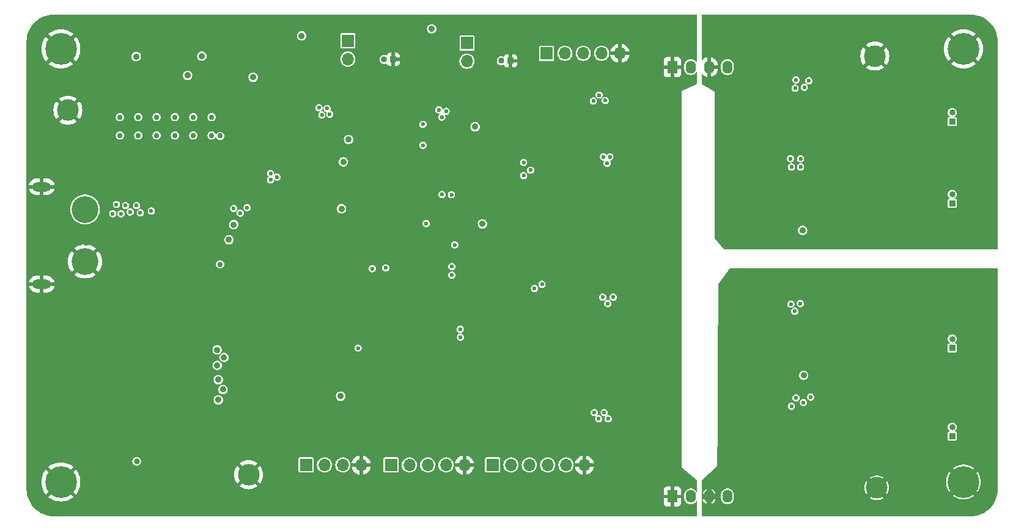
<source format=gbr>
%TF.GenerationSoftware,KiCad,Pcbnew,8.0.5*%
%TF.CreationDate,2024-11-25T15:58:14+05:30*%
%TF.ProjectId,Rapid_Core-RCP,52617069-645f-4436-9f72-652d5243502e,rev?*%
%TF.SameCoordinates,Original*%
%TF.FileFunction,Copper,L2,Inr*%
%TF.FilePolarity,Positive*%
%FSLAX46Y46*%
G04 Gerber Fmt 4.6, Leading zero omitted, Abs format (unit mm)*
G04 Created by KiCad (PCBNEW 8.0.5) date 2024-11-25 15:58:14*
%MOMM*%
%LPD*%
G01*
G04 APERTURE LIST*
%TA.AperFunction,ComponentPad*%
%ADD10R,1.700000X1.700000*%
%TD*%
%TA.AperFunction,ComponentPad*%
%ADD11O,1.700000X1.700000*%
%TD*%
%TA.AperFunction,ComponentPad*%
%ADD12C,3.000000*%
%TD*%
%TA.AperFunction,ComponentPad*%
%ADD13R,1.400000X1.800000*%
%TD*%
%TA.AperFunction,ComponentPad*%
%ADD14O,1.400000X1.800000*%
%TD*%
%TA.AperFunction,ComponentPad*%
%ADD15R,0.850000X0.850000*%
%TD*%
%TA.AperFunction,ComponentPad*%
%ADD16C,0.850000*%
%TD*%
%TA.AperFunction,ComponentPad*%
%ADD17C,4.400000*%
%TD*%
%TA.AperFunction,ComponentPad*%
%ADD18C,3.716000*%
%TD*%
%TA.AperFunction,ComponentPad*%
%ADD19O,2.600000X1.300000*%
%TD*%
%TA.AperFunction,ViaPad*%
%ADD20C,0.600000*%
%TD*%
%TA.AperFunction,ViaPad*%
%ADD21C,0.900000*%
%TD*%
%TA.AperFunction,ViaPad*%
%ADD22C,0.800000*%
%TD*%
%TA.AperFunction,ViaPad*%
%ADD23C,0.750000*%
%TD*%
G04 APERTURE END LIST*
D10*
%TO.N,+3.3V*%
%TO.C,J3*%
X186686073Y-113885427D03*
D11*
%TO.N,/Project_Architecture/GPIO/GPIO_1_PB0*%
X189226073Y-113885427D03*
%TO.N,/Project_Architecture/GPIO/GPIO_1_PB1*%
X191766072Y-113885427D03*
%TO.N,/Project_Architecture/GPIO/GPIO_1_PB2*%
X194306073Y-113885427D03*
%TO.N,/Project_Architecture/GPIO/GPIO_1_PB3*%
X196846073Y-113885427D03*
%TO.N,GND1*%
X199386073Y-113885427D03*
%TD*%
D12*
%TO.N,GND2*%
%TO.C,TP9*%
X239618073Y-57235427D03*
%TD*%
D10*
%TO.N,/Project_Architecture/Comm - LIN/LIN2_CMD_R*%
%TO.C,J10*%
X166636073Y-55110427D03*
D11*
%TO.N,/Project_Architecture/Comm - LIN/LIN2*%
X166636073Y-57650427D03*
%TD*%
D13*
%TO.N,GND1*%
%TO.C,U2*%
X211573573Y-118252927D03*
D14*
%TO.N,+5V*%
X214113573Y-118252927D03*
%TO.N,GND2*%
X216653572Y-118252927D03*
%TO.N,+5VA*%
X219193573Y-118252927D03*
%TD*%
D12*
%TO.N,GND1*%
%TO.C,TP7*%
X152886073Y-115235427D03*
%TD*%
D15*
%TO.N,GND1*%
%TO.C,J11*%
X172886072Y-57685427D03*
D16*
%TO.N,/Project_Architecture/Comm - LIN/LIN2*%
X171636073Y-57685427D03*
%TD*%
D10*
%TO.N,+3.3V*%
%TO.C,J4*%
X160856074Y-113885427D03*
D11*
%TO.N,/Project_Architecture/GPIO/USART2_TX*%
X163396074Y-113885427D03*
%TO.N,/Project_Architecture/GPIO/USART2_RX*%
X165936073Y-113885427D03*
%TO.N,GND1*%
X168476074Y-113885427D03*
%TD*%
D17*
%TO.N,GND2*%
%TO.C,H2*%
X251886073Y-56235427D03*
%TD*%
%TO.N,GND1*%
%TO.C,H3*%
X126886073Y-116235427D03*
%TD*%
D13*
%TO.N,GND1*%
%TO.C,U3*%
X211573573Y-58752927D03*
D14*
%TO.N,+5V*%
X214113573Y-58752927D03*
%TO.N,GND2*%
X216653572Y-58752927D03*
%TO.N,+5VA*%
X219193573Y-58752927D03*
%TD*%
D15*
%TO.N,GND1*%
%TO.C,J9*%
X189136073Y-57885427D03*
D16*
%TO.N,/Project_Architecture/Comm - LIN/LIN1*%
X187886074Y-57885427D03*
%TD*%
D12*
%TO.N,GND2*%
%TO.C,TP6*%
X239886073Y-117049427D03*
%TD*%
D10*
%TO.N,/Project_Architecture/Comm - LIN/LIN1_CMD_R*%
%TO.C,J8*%
X183136073Y-55410427D03*
D11*
%TO.N,/Project_Architecture/Comm - LIN/LIN1*%
X183136073Y-57950427D03*
%TD*%
D10*
%TO.N,+3.3V*%
%TO.C,J2*%
X194152073Y-56851427D03*
D11*
%TO.N,/Project_Architecture/GPIO/SW_CLK*%
X196692073Y-56851427D03*
%TO.N,/Project_Architecture/GPIO/NRST*%
X199232072Y-56851427D03*
%TO.N,/Project_Architecture/GPIO/SWDIO*%
X201772073Y-56851427D03*
%TO.N,GND1*%
X204312073Y-56851427D03*
%TD*%
D15*
%TO.N,/Project_Architecture/Comm - Isolated_CAN/CAN_L_IN-1*%
%TO.C,J6*%
X250336073Y-66310427D03*
D16*
%TO.N,/Project_Architecture/Comm - Isolated_CAN/CAN_H_IN-1*%
X250336073Y-65060428D03*
%TD*%
D15*
%TO.N,/Project_Architecture/Comm - Isolated_RS-485/RS-485_A-IN-1*%
%TO.C,J12*%
X250336073Y-77635426D03*
D16*
%TO.N,/Project_Architecture/Comm - Isolated_RS-485/RS-485_B_IN-1*%
X250336073Y-76385427D03*
%TD*%
D12*
%TO.N,GND1*%
%TO.C,TP8*%
X127858073Y-64725427D03*
%TD*%
D15*
%TO.N,/Project_Architecture/Comm - Isolated_CAN/CAN_L_IN-2*%
%TO.C,J7*%
X250336073Y-109885427D03*
D16*
%TO.N,/Project_Architecture/Comm - Isolated_CAN/CAN_H_IN-2*%
X250336073Y-108635428D03*
%TD*%
D18*
%TO.N,VBAT*%
%TO.C,J1*%
X130236073Y-78485427D03*
%TO.N,GND1*%
X130236073Y-85685427D03*
D19*
X124236073Y-75335427D03*
X124236073Y-88835427D03*
%TD*%
D17*
%TO.N,GND2*%
%TO.C,H4*%
X251886073Y-116235427D03*
%TD*%
D10*
%TO.N,+3.3V*%
%TO.C,J5*%
X172611073Y-113885427D03*
D11*
%TO.N,/Project_Architecture/GPIO/SPI1_SCK*%
X175151073Y-113885427D03*
%TO.N,/Project_Architecture/GPIO/SPI1_MISO*%
X177691072Y-113885427D03*
%TO.N,/Project_Architecture/GPIO/SPI1_MOSI*%
X180231073Y-113885427D03*
%TO.N,GND1*%
X182771073Y-113885427D03*
%TD*%
D15*
%TO.N,/Project_Architecture/Comm - Isolated_RS-485/RS-485_A_IN-2*%
%TO.C,J13*%
X250336073Y-97663426D03*
D16*
%TO.N,/Project_Architecture/Comm - Isolated_RS-485/RS-485_B_IN-2*%
X250336073Y-96413427D03*
%TD*%
D17*
%TO.N,GND1*%
%TO.C,H1*%
X126886073Y-56235427D03*
%TD*%
D20*
%TO.N,GND1*%
X192566073Y-91895427D03*
D21*
X131786073Y-103360427D03*
D20*
X133686073Y-73535427D03*
X128422994Y-83260427D03*
X147422994Y-71964427D03*
X194914073Y-77679427D03*
D21*
X178173572Y-76432926D03*
D20*
X207995073Y-101555427D03*
D21*
X180533572Y-95048926D03*
D20*
X191586073Y-92505427D03*
X144422994Y-71964427D03*
X206598073Y-100031427D03*
D22*
X145230073Y-113339427D03*
D20*
X144422994Y-109260427D03*
X172054073Y-84410427D03*
X135422994Y-83260427D03*
X133422994Y-86260427D03*
X137422994Y-87260427D03*
X189808673Y-63607827D03*
X145422994Y-108260427D03*
X146422994Y-93260427D03*
X155936073Y-75685427D03*
X202788073Y-73869427D03*
D21*
X205836073Y-59899427D03*
D20*
X148422994Y-108260427D03*
X135422994Y-85260427D03*
X207233073Y-100920427D03*
D23*
X143336073Y-87785427D03*
D20*
X209138073Y-101428427D03*
X202661073Y-93808427D03*
X151422994Y-72260427D03*
X145422994Y-93260427D03*
X137422994Y-85260427D03*
X133422994Y-88260427D03*
X148422994Y-95260427D03*
X142036073Y-76385427D03*
X207868073Y-99904427D03*
X132422994Y-84260427D03*
D21*
X207836073Y-103936427D03*
X144073575Y-58147925D03*
D20*
X134422994Y-88260427D03*
D21*
X203804073Y-59518427D03*
X167636073Y-61323427D03*
X131786073Y-97810427D03*
D20*
X134422994Y-86260427D03*
X145422994Y-107260427D03*
D21*
X181936073Y-61193427D03*
X207614073Y-60026427D03*
D20*
X131422994Y-83260427D03*
D21*
X183936073Y-61875427D03*
D20*
X192356073Y-94375427D03*
X137422994Y-88260427D03*
D21*
X140047073Y-52655427D03*
D20*
X132422994Y-83260427D03*
D21*
X206136073Y-103633427D03*
D20*
X149422994Y-106260427D03*
D21*
X157561073Y-82490427D03*
D20*
X130422994Y-83260427D03*
D21*
X165714071Y-60925425D03*
X129361073Y-100585427D03*
D20*
X140431073Y-71964427D03*
X148422994Y-93260427D03*
X132422994Y-88260427D03*
X151836073Y-76585427D03*
X134422994Y-85260427D03*
X132422994Y-87260427D03*
D21*
X163672073Y-82417443D03*
D20*
X129422994Y-83260427D03*
X128422994Y-88260427D03*
X151286073Y-73735427D03*
X134186073Y-72635427D03*
X150836073Y-76285427D03*
X137422994Y-83260427D03*
X144936073Y-76385427D03*
D21*
X157561073Y-78456427D03*
X126936073Y-103360427D03*
X192620073Y-61685427D03*
D20*
X136422994Y-88260427D03*
X147422994Y-93260427D03*
D21*
X176292073Y-61757427D03*
D20*
X206976073Y-80214427D03*
X136422994Y-83260427D03*
X192446073Y-93065427D03*
X171546073Y-85172427D03*
X191566073Y-93585427D03*
X133422994Y-85260427D03*
X134422994Y-83260427D03*
X149422994Y-108260427D03*
D21*
X178036073Y-71583427D03*
D20*
X201899073Y-73488427D03*
X136422994Y-87260427D03*
X135422994Y-88260427D03*
X131986073Y-73435427D03*
X144422994Y-107260427D03*
D21*
X126936073Y-97810427D03*
D20*
X156560073Y-97635427D03*
X142936073Y-76385427D03*
X156236073Y-76585427D03*
X145422994Y-95260427D03*
X145422994Y-94260427D03*
D21*
X149191073Y-52655427D03*
D20*
X145422994Y-71964427D03*
D21*
X145636073Y-87077427D03*
D20*
X136422994Y-84260427D03*
X144422994Y-108260427D03*
X130422994Y-88260427D03*
X208503073Y-100539427D03*
X135422994Y-84260427D03*
X192586073Y-90775427D03*
X148422994Y-96260427D03*
D21*
X168929572Y-102647928D03*
D20*
X207865073Y-81230427D03*
X133422994Y-83260427D03*
X173451073Y-63328427D03*
X209008073Y-80087427D03*
X131422994Y-88260427D03*
D21*
X204236073Y-103409427D03*
D20*
X148422994Y-107260427D03*
D21*
X163418073Y-85153734D03*
D20*
X156936073Y-75885427D03*
X136422994Y-85260427D03*
X145422994Y-96260427D03*
X135422994Y-87260427D03*
X145422994Y-109260427D03*
X146422994Y-71964427D03*
D21*
X174366572Y-78975926D03*
D20*
X142422994Y-71964427D03*
X189422994Y-91260427D03*
X149422994Y-107260427D03*
X145422994Y-106260427D03*
X194914073Y-78695427D03*
D23*
X143336073Y-86485427D03*
D20*
X148422994Y-109260427D03*
D21*
X168900073Y-83521427D03*
D20*
X149422994Y-109260427D03*
X134422994Y-84260427D03*
X190697673Y-64014227D03*
X133422994Y-84260427D03*
D21*
X153453573Y-58402927D03*
D20*
X148422994Y-94260427D03*
D21*
X207843573Y-111294427D03*
D20*
X137422994Y-84260427D03*
X136422994Y-86260427D03*
X148422994Y-106260427D03*
X203169073Y-92919427D03*
X134422994Y-87260427D03*
X139636073Y-76585427D03*
D21*
X207741073Y-67265427D03*
D20*
X171038073Y-84410427D03*
X202026073Y-92919427D03*
X133422994Y-87260427D03*
X145936073Y-76385427D03*
X141422994Y-71964427D03*
D23*
X144036073Y-87185427D03*
D20*
X194914073Y-76917427D03*
X143422994Y-71964427D03*
X144422994Y-106260427D03*
X132686073Y-72635427D03*
X129422994Y-88260427D03*
X137422994Y-86260427D03*
X193390073Y-80473427D03*
X174340073Y-63734827D03*
X135422994Y-86260427D03*
%TO.N,VBAT*%
X134586073Y-77785427D03*
X136486073Y-78835427D03*
X151736073Y-78985427D03*
X152686073Y-78235427D03*
X139412073Y-78685427D03*
X134078073Y-79071427D03*
X150836073Y-78335427D03*
X137380073Y-77928427D03*
X135856073Y-77928427D03*
X137888073Y-78944427D03*
X135221073Y-79071427D03*
D21*
%TO.N,+5V*%
X184262073Y-67027427D03*
X149336073Y-103435427D03*
D23*
X140156073Y-68225427D03*
D21*
X137316073Y-57299427D03*
X148686073Y-104857427D03*
D20*
X163036073Y-65385427D03*
D21*
X150830073Y-80585427D03*
D23*
X137616073Y-68225427D03*
D21*
X160240074Y-54435428D03*
D23*
X147776073Y-68225427D03*
D21*
X178236073Y-53463427D03*
D23*
X148936073Y-86085427D03*
X145236073Y-68225427D03*
X140156073Y-65685427D03*
X145236073Y-65685427D03*
D20*
X162636073Y-64385427D03*
D21*
X148686073Y-102063427D03*
D23*
X142696073Y-65685427D03*
D20*
X179636073Y-65685427D03*
X163736073Y-64485427D03*
X164136073Y-65285427D03*
X179236073Y-64685427D03*
D23*
X135076073Y-65685427D03*
X142696073Y-68225427D03*
D21*
X150157073Y-82685427D03*
D23*
X148936073Y-68300427D03*
D21*
X146400073Y-57232427D03*
D23*
X135076073Y-68225427D03*
X147776073Y-65685427D03*
X137616073Y-65685427D03*
D20*
X180236073Y-64885427D03*
D21*
X166724073Y-68785427D03*
D20*
%TO.N,+3.3V*%
X193517073Y-88855427D03*
X200756073Y-106635427D03*
X190977073Y-71964427D03*
D21*
X149486073Y-98985427D03*
D20*
X170019073Y-86685427D03*
D21*
X166006073Y-71885427D03*
D20*
X202915073Y-71202427D03*
X201936073Y-90635427D03*
X155925073Y-73488427D03*
X203386073Y-90635427D03*
X200629073Y-63455427D03*
D21*
X148536073Y-97935427D03*
D20*
X202026073Y-71202427D03*
D21*
X165760073Y-78385427D03*
D20*
X202534073Y-72091427D03*
X179674073Y-76409427D03*
D21*
X148536073Y-100085427D03*
D20*
X192486073Y-89435427D03*
X180986073Y-76435427D03*
X156814073Y-73996427D03*
X155925073Y-74377427D03*
X182186073Y-95085427D03*
X182236073Y-96185427D03*
D22*
X137383073Y-113366427D03*
D20*
X202686073Y-107485427D03*
X202636073Y-91535427D03*
X190977073Y-73785427D03*
X177486073Y-80435427D03*
X201386073Y-107485427D03*
D21*
X165636073Y-104349427D03*
D20*
X202286073Y-63385427D03*
X171886073Y-86585427D03*
X191936073Y-73035427D03*
X201436073Y-62635427D03*
X202136073Y-106635427D03*
%TO.N,/Project_Architecture/GPIO/NRST*%
X168036073Y-97685427D03*
X181436073Y-83385427D03*
%TO.N,GND2*%
X224251073Y-95332427D03*
X223836073Y-81285427D03*
X224886073Y-101555427D03*
X222473073Y-100031427D03*
X224124073Y-75266427D03*
X225140073Y-75266427D03*
D21*
X231111073Y-71077427D03*
X242364073Y-96935427D03*
X226586073Y-58932427D03*
D20*
X223362073Y-95332427D03*
X223997073Y-100031427D03*
D21*
X226436073Y-103232427D03*
X231123573Y-91028927D03*
D20*
X222473073Y-95332427D03*
X223235073Y-75266427D03*
X222186073Y-81335427D03*
D21*
X223086073Y-59540427D03*
X247475073Y-109285427D03*
D20*
X222092073Y-79965427D03*
D21*
X242256073Y-65585427D03*
X224536073Y-103618427D03*
D20*
X223616073Y-101555427D03*
D21*
X247306073Y-76985427D03*
X222936073Y-103669427D03*
X241845073Y-76985427D03*
D20*
X222219073Y-75266427D03*
D21*
X248250073Y-96987427D03*
X223386573Y-67305427D03*
X242268073Y-109285427D03*
D20*
X223616073Y-79965427D03*
D21*
X224736073Y-59414427D03*
X223513573Y-111374427D03*
X247844073Y-65585427D03*
D20*
%TO.N,+5VA*%
X229736073Y-105235427D03*
D21*
X229608073Y-81385427D03*
D20*
X227934073Y-71456427D03*
X230728073Y-104476427D03*
X229331073Y-72599427D03*
X229286073Y-91535427D03*
X229839073Y-61550427D03*
X228061073Y-72599427D03*
X229331073Y-71456427D03*
D21*
X229753073Y-101469427D03*
D20*
X228696073Y-60534427D03*
X227986073Y-91585427D03*
X228696073Y-104603427D03*
X228536073Y-92585427D03*
X230474073Y-60661427D03*
X228061073Y-105746427D03*
X228569073Y-61677427D03*
%TO.N,/Project_Architecture/Comm - LIN/LIN2_EN*%
X177036073Y-66685427D03*
X177036073Y-69585427D03*
D21*
%TO.N,/Project_Architecture/GPIO/GPIO_1_PB3*%
X185262073Y-80473427D03*
%TO.N,/Project_Architecture/Indication - USR/USR_LED_2*%
X144449072Y-59899427D03*
D20*
X181036073Y-87585427D03*
D21*
%TO.N,/Project_Architecture/Indication - USR/USR_LED_1*%
X153512073Y-60153427D03*
D20*
X181036073Y-86385427D03*
%TD*%
%TA.AperFunction,Conductor*%
%TO.N,GND1*%
G36*
X214923221Y-51500279D02*
G01*
X214937573Y-51534927D01*
X214937573Y-58003740D01*
X214923221Y-58038388D01*
X214888573Y-58052740D01*
X214853925Y-58038388D01*
X214847831Y-58030963D01*
X214813039Y-57978894D01*
X214687605Y-57853460D01*
X214599594Y-57794653D01*
X214540120Y-57754914D01*
X214540117Y-57754912D01*
X214540116Y-57754912D01*
X214376240Y-57687033D01*
X214376229Y-57687030D01*
X214202269Y-57652427D01*
X214202264Y-57652427D01*
X214024882Y-57652427D01*
X214024876Y-57652427D01*
X213850916Y-57687030D01*
X213850905Y-57687033D01*
X213687029Y-57754912D01*
X213539540Y-57853460D01*
X213414106Y-57978894D01*
X213315558Y-58126383D01*
X213247679Y-58290259D01*
X213247676Y-58290270D01*
X213213073Y-58464230D01*
X213213073Y-59041623D01*
X213247676Y-59215583D01*
X213247679Y-59215594D01*
X213277145Y-59286731D01*
X213315560Y-59379474D01*
X213355299Y-59438948D01*
X213414106Y-59526959D01*
X213539540Y-59652393D01*
X213598213Y-59691597D01*
X213687026Y-59750940D01*
X213850907Y-59818821D01*
X213850913Y-59818822D01*
X213850916Y-59818823D01*
X214024876Y-59853426D01*
X214024882Y-59853427D01*
X214202264Y-59853427D01*
X214376239Y-59818821D01*
X214540120Y-59750940D01*
X214687608Y-59652391D01*
X214813037Y-59526962D01*
X214847831Y-59474888D01*
X214879013Y-59454054D01*
X214915796Y-59461370D01*
X214936631Y-59492552D01*
X214937573Y-59502112D01*
X214937573Y-61062577D01*
X214923221Y-61097225D01*
X214909755Y-61106762D01*
X212851573Y-62093426D01*
X212851573Y-62093427D01*
X212851573Y-114193427D01*
X214970128Y-115976742D01*
X214987393Y-116010034D01*
X214987573Y-116014229D01*
X214987573Y-117578572D01*
X214973221Y-117613220D01*
X214938573Y-117627572D01*
X214903925Y-117613220D01*
X214897831Y-117605795D01*
X214895923Y-117602940D01*
X214822111Y-117492472D01*
X214813039Y-117478894D01*
X214687605Y-117353460D01*
X214599594Y-117294653D01*
X214540120Y-117254914D01*
X214540117Y-117254912D01*
X214540116Y-117254912D01*
X214376240Y-117187033D01*
X214376229Y-117187030D01*
X214202269Y-117152427D01*
X214202264Y-117152427D01*
X214024882Y-117152427D01*
X214024876Y-117152427D01*
X213850916Y-117187030D01*
X213850905Y-117187033D01*
X213687029Y-117254912D01*
X213539540Y-117353460D01*
X213414106Y-117478894D01*
X213315558Y-117626383D01*
X213247679Y-117790259D01*
X213247676Y-117790270D01*
X213213073Y-117964230D01*
X213213073Y-118541623D01*
X213247676Y-118715583D01*
X213247679Y-118715594D01*
X213267973Y-118764588D01*
X213315560Y-118879474D01*
X213343066Y-118920639D01*
X213414106Y-119026959D01*
X213539540Y-119152393D01*
X213598213Y-119191597D01*
X213687026Y-119250940D01*
X213850907Y-119318821D01*
X213850913Y-119318822D01*
X213850916Y-119318823D01*
X214024876Y-119353426D01*
X214024882Y-119353427D01*
X214202264Y-119353427D01*
X214376239Y-119318821D01*
X214540120Y-119250940D01*
X214687608Y-119152391D01*
X214813037Y-119026962D01*
X214897833Y-118900056D01*
X214929013Y-118879223D01*
X214965796Y-118886539D01*
X214986631Y-118917721D01*
X214987573Y-118927281D01*
X214987573Y-120935927D01*
X214973221Y-120970575D01*
X214938573Y-120984927D01*
X125887279Y-120984927D01*
X125884874Y-120984868D01*
X125520967Y-120966988D01*
X125516182Y-120966517D01*
X125156957Y-120913228D01*
X125152243Y-120912290D01*
X124799982Y-120824052D01*
X124795397Y-120822661D01*
X124453463Y-120700313D01*
X124449021Y-120698472D01*
X124120760Y-120543215D01*
X124116519Y-120540949D01*
X123805029Y-120354248D01*
X123801031Y-120351576D01*
X123509359Y-120135258D01*
X123505653Y-120132218D01*
X123236567Y-119888332D01*
X123233167Y-119884932D01*
X122989279Y-119615843D01*
X122986241Y-119612140D01*
X122769923Y-119320468D01*
X122767251Y-119316470D01*
X122580550Y-119004980D01*
X122578284Y-119000739D01*
X122423027Y-118672478D01*
X122421186Y-118668036D01*
X122407765Y-118630527D01*
X122298834Y-118326091D01*
X122297451Y-118321530D01*
X122209205Y-117969240D01*
X122208271Y-117964542D01*
X122182419Y-117790270D01*
X122154980Y-117605304D01*
X122154512Y-117600545D01*
X122136632Y-117236625D01*
X122136573Y-117234220D01*
X122136573Y-116235427D01*
X124181138Y-116235427D01*
X124200860Y-116561471D01*
X124200862Y-116561483D01*
X124259736Y-116882749D01*
X124259742Y-116882775D01*
X124356911Y-117194599D01*
X124356919Y-117194621D01*
X124490972Y-117492472D01*
X124659955Y-117772006D01*
X124659956Y-117772007D01*
X124807548Y-117960395D01*
X124807549Y-117960395D01*
X125949781Y-116818163D01*
X126047040Y-116952029D01*
X126169471Y-117074460D01*
X126303335Y-117171717D01*
X125161103Y-118313949D01*
X125161103Y-118313950D01*
X125349492Y-118461543D01*
X125349493Y-118461544D01*
X125629027Y-118630527D01*
X125926878Y-118764580D01*
X125926900Y-118764588D01*
X126238724Y-118861757D01*
X126238750Y-118861763D01*
X126560016Y-118920637D01*
X126560028Y-118920639D01*
X126886073Y-118940361D01*
X127212117Y-118920639D01*
X127212129Y-118920637D01*
X127533395Y-118861763D01*
X127533421Y-118861757D01*
X127845245Y-118764588D01*
X127845267Y-118764580D01*
X128143118Y-118630527D01*
X128422652Y-118461544D01*
X128422653Y-118461543D01*
X128611041Y-118313950D01*
X128611041Y-118313949D01*
X127468810Y-117171717D01*
X127602675Y-117074460D01*
X127725106Y-116952029D01*
X127822363Y-116818164D01*
X128964595Y-117960395D01*
X128964596Y-117960395D01*
X129112189Y-117772007D01*
X129112190Y-117772006D01*
X129281173Y-117492472D01*
X129365507Y-117305092D01*
X210373573Y-117305092D01*
X210373573Y-118002927D01*
X211140561Y-118002927D01*
X211107648Y-118059934D01*
X211073573Y-118187101D01*
X211073573Y-118318753D01*
X211107648Y-118445920D01*
X211140561Y-118502927D01*
X210373573Y-118502927D01*
X210373573Y-119200761D01*
X210379974Y-119260299D01*
X210379974Y-119260300D01*
X210430221Y-119395018D01*
X210516384Y-119510115D01*
X210631481Y-119596278D01*
X210766199Y-119646525D01*
X210825739Y-119652927D01*
X211323573Y-119652927D01*
X211323573Y-118685939D01*
X211380580Y-118718852D01*
X211507747Y-118752927D01*
X211639399Y-118752927D01*
X211766566Y-118718852D01*
X211823573Y-118685939D01*
X211823573Y-119652927D01*
X212321407Y-119652927D01*
X212380945Y-119646525D01*
X212380946Y-119646525D01*
X212515664Y-119596278D01*
X212630761Y-119510115D01*
X212716924Y-119395018D01*
X212767171Y-119260300D01*
X212767171Y-119260299D01*
X212773573Y-119200761D01*
X212773573Y-118502927D01*
X212006585Y-118502927D01*
X212039498Y-118445920D01*
X212073573Y-118318753D01*
X212073573Y-118187101D01*
X212039498Y-118059934D01*
X212006585Y-118002927D01*
X212773573Y-118002927D01*
X212773573Y-117305092D01*
X212767171Y-117245554D01*
X212767171Y-117245553D01*
X212716924Y-117110835D01*
X212630761Y-116995738D01*
X212515664Y-116909575D01*
X212380946Y-116859328D01*
X212321407Y-116852927D01*
X211823573Y-116852927D01*
X211823573Y-117819915D01*
X211766566Y-117787002D01*
X211639399Y-117752927D01*
X211507747Y-117752927D01*
X211380580Y-117787002D01*
X211323573Y-117819915D01*
X211323573Y-116852927D01*
X210825739Y-116852927D01*
X210766200Y-116859328D01*
X210766199Y-116859328D01*
X210631481Y-116909575D01*
X210516384Y-116995738D01*
X210430221Y-117110835D01*
X210379974Y-117245553D01*
X210379974Y-117245554D01*
X210373573Y-117305092D01*
X129365507Y-117305092D01*
X129415226Y-117194621D01*
X129415234Y-117194599D01*
X129512403Y-116882775D01*
X129512409Y-116882749D01*
X129571283Y-116561483D01*
X129571285Y-116561471D01*
X129591007Y-116235427D01*
X129571285Y-115909382D01*
X129571283Y-115909370D01*
X129512409Y-115588104D01*
X129512403Y-115588078D01*
X129415234Y-115276254D01*
X129415226Y-115276232D01*
X129396860Y-115235425D01*
X150880964Y-115235425D01*
X150880964Y-115235428D01*
X150901372Y-115520777D01*
X150901374Y-115520792D01*
X150962184Y-115800326D01*
X151062164Y-116068384D01*
X151199264Y-116319466D01*
X151199267Y-116319470D01*
X151305956Y-116461989D01*
X152170225Y-115597719D01*
X152177122Y-115614369D01*
X152264672Y-115745397D01*
X152376103Y-115856828D01*
X152507131Y-115944378D01*
X152523778Y-115951273D01*
X151659509Y-116815542D01*
X151802029Y-116922232D01*
X151802033Y-116922235D01*
X152053115Y-117059335D01*
X152321173Y-117159315D01*
X152600707Y-117220125D01*
X152600722Y-117220127D01*
X152886071Y-117240536D01*
X152886075Y-117240536D01*
X153171423Y-117220127D01*
X153171438Y-117220125D01*
X153450972Y-117159315D01*
X153719030Y-117059335D01*
X153970112Y-116922235D01*
X153970116Y-116922232D01*
X154112635Y-116815543D01*
X153248366Y-115951273D01*
X153265015Y-115944378D01*
X153396043Y-115856828D01*
X153507474Y-115745397D01*
X153595024Y-115614369D01*
X153601919Y-115597720D01*
X154466189Y-116461989D01*
X154572878Y-116319470D01*
X154572881Y-116319466D01*
X154709981Y-116068384D01*
X154809961Y-115800326D01*
X154870771Y-115520792D01*
X154870773Y-115520777D01*
X154891182Y-115235428D01*
X154891182Y-115235425D01*
X154870773Y-114950076D01*
X154870771Y-114950061D01*
X154809961Y-114670527D01*
X154709981Y-114402469D01*
X154572881Y-114151387D01*
X154572878Y-114151383D01*
X154466188Y-114008863D01*
X153601919Y-114873132D01*
X153595024Y-114856485D01*
X153507474Y-114725457D01*
X153396043Y-114614026D01*
X153265015Y-114526476D01*
X153248365Y-114519579D01*
X154112635Y-113655310D01*
X153970116Y-113548621D01*
X153970112Y-113548618D01*
X153719030Y-113411518D01*
X153450972Y-113311538D01*
X153171438Y-113250728D01*
X153171423Y-113250726D01*
X152886075Y-113230318D01*
X152886071Y-113230318D01*
X152600722Y-113250726D01*
X152600707Y-113250728D01*
X152321173Y-113311538D01*
X152053115Y-113411518D01*
X151802036Y-113548617D01*
X151659509Y-113655310D01*
X152523779Y-114519580D01*
X152507131Y-114526476D01*
X152376103Y-114614026D01*
X152264672Y-114725457D01*
X152177122Y-114856485D01*
X152170226Y-114873133D01*
X151305956Y-114008863D01*
X151199263Y-114151390D01*
X151062164Y-114402469D01*
X150962184Y-114670527D01*
X150901374Y-114950061D01*
X150901372Y-114950076D01*
X150880964Y-115235425D01*
X129396860Y-115235425D01*
X129281173Y-114978381D01*
X129112190Y-114698847D01*
X129112189Y-114698846D01*
X128964596Y-114510457D01*
X128964595Y-114510457D01*
X127822363Y-115652689D01*
X127725106Y-115518825D01*
X127602675Y-115396394D01*
X127468808Y-115299135D01*
X128611041Y-114156903D01*
X128611041Y-114156902D01*
X128422653Y-114009310D01*
X128422652Y-114009309D01*
X128143118Y-113840326D01*
X127845267Y-113706273D01*
X127845245Y-113706265D01*
X127533421Y-113609096D01*
X127533395Y-113609090D01*
X127212129Y-113550216D01*
X127212117Y-113550214D01*
X126886073Y-113530492D01*
X126560028Y-113550214D01*
X126560016Y-113550216D01*
X126238750Y-113609090D01*
X126238724Y-113609096D01*
X125926900Y-113706265D01*
X125926878Y-113706273D01*
X125629027Y-113840326D01*
X125349493Y-114009309D01*
X125349492Y-114009310D01*
X125161103Y-114156902D01*
X125161103Y-114156903D01*
X126303336Y-115299136D01*
X126169471Y-115396394D01*
X126047040Y-115518825D01*
X125949782Y-115652690D01*
X124807549Y-114510457D01*
X124807548Y-114510457D01*
X124659956Y-114698846D01*
X124659955Y-114698847D01*
X124490972Y-114978381D01*
X124356919Y-115276232D01*
X124356911Y-115276254D01*
X124259742Y-115588078D01*
X124259736Y-115588104D01*
X124200862Y-115909370D01*
X124200860Y-115909382D01*
X124181138Y-116235427D01*
X122136573Y-116235427D01*
X122136573Y-113366427D01*
X136777391Y-113366427D01*
X136798028Y-113523188D01*
X136858534Y-113669263D01*
X136858537Y-113669268D01*
X136954791Y-113794709D01*
X137080232Y-113890963D01*
X137080234Y-113890963D01*
X137080236Y-113890965D01*
X137225785Y-113951253D01*
X137226311Y-113951471D01*
X137383073Y-113972109D01*
X137539835Y-113951471D01*
X137685914Y-113890963D01*
X137811355Y-113794709D01*
X137907609Y-113669268D01*
X137968117Y-113523189D01*
X137988755Y-113366427D01*
X137968117Y-113209665D01*
X137907609Y-113063586D01*
X137870849Y-113015679D01*
X159805574Y-113015679D01*
X159805574Y-114755175D01*
X159817207Y-114813658D01*
X159834956Y-114840222D01*
X159861521Y-114879979D01*
X159888086Y-114897728D01*
X159927843Y-114924294D01*
X159986326Y-114935927D01*
X159986329Y-114935927D01*
X161725819Y-114935927D01*
X161725822Y-114935927D01*
X161784305Y-114924294D01*
X161850626Y-114879979D01*
X161894941Y-114813658D01*
X161906574Y-114755175D01*
X161906574Y-113885427D01*
X162340491Y-113885427D01*
X162360774Y-114091361D01*
X162420842Y-114289381D01*
X162518389Y-114471877D01*
X162649664Y-114631837D01*
X162809624Y-114763112D01*
X162992120Y-114860659D01*
X163190140Y-114920727D01*
X163396074Y-114941010D01*
X163602008Y-114920727D01*
X163800028Y-114860659D01*
X163982524Y-114763112D01*
X164142484Y-114631837D01*
X164273759Y-114471877D01*
X164371306Y-114289381D01*
X164431374Y-114091361D01*
X164451657Y-113885427D01*
X164880490Y-113885427D01*
X164900773Y-114091361D01*
X164960841Y-114289381D01*
X165058388Y-114471877D01*
X165189663Y-114631837D01*
X165349623Y-114763112D01*
X165532119Y-114860659D01*
X165730139Y-114920727D01*
X165936073Y-114941010D01*
X166142007Y-114920727D01*
X166340027Y-114860659D01*
X166522523Y-114763112D01*
X166682483Y-114631837D01*
X166813758Y-114471877D01*
X166911305Y-114289381D01*
X166971373Y-114091361D01*
X166991656Y-113885427D01*
X166971373Y-113679493D01*
X166958006Y-113635426D01*
X167145437Y-113635426D01*
X167145438Y-113635427D01*
X168043062Y-113635427D01*
X168010149Y-113692434D01*
X167976074Y-113819601D01*
X167976074Y-113951253D01*
X168010149Y-114078420D01*
X168043062Y-114135427D01*
X167145437Y-114135427D01*
X167202640Y-114348910D01*
X167202642Y-114348915D01*
X167302472Y-114563004D01*
X167302479Y-114563016D01*
X167437959Y-114756499D01*
X167437965Y-114756506D01*
X167604994Y-114923535D01*
X167605001Y-114923541D01*
X167798484Y-115059021D01*
X167798496Y-115059028D01*
X168012585Y-115158858D01*
X168012590Y-115158860D01*
X168226074Y-115216061D01*
X168226074Y-114318439D01*
X168283081Y-114351352D01*
X168410248Y-114385427D01*
X168541900Y-114385427D01*
X168669067Y-114351352D01*
X168726074Y-114318439D01*
X168726074Y-115216061D01*
X168939557Y-115158860D01*
X168939562Y-115158858D01*
X169153651Y-115059028D01*
X169153663Y-115059021D01*
X169347146Y-114923541D01*
X169347153Y-114923535D01*
X169514182Y-114756506D01*
X169514188Y-114756499D01*
X169649668Y-114563016D01*
X169649675Y-114563004D01*
X169749505Y-114348915D01*
X169749507Y-114348910D01*
X169806710Y-114135427D01*
X168909086Y-114135427D01*
X168941999Y-114078420D01*
X168976074Y-113951253D01*
X168976074Y-113819601D01*
X168941999Y-113692434D01*
X168909086Y-113635427D01*
X169806710Y-113635427D01*
X169806710Y-113635426D01*
X169749507Y-113421943D01*
X169749506Y-113421938D01*
X169649675Y-113207850D01*
X169649668Y-113207838D01*
X169515116Y-113015679D01*
X171560573Y-113015679D01*
X171560573Y-114755175D01*
X171572206Y-114813658D01*
X171589955Y-114840222D01*
X171616520Y-114879979D01*
X171643085Y-114897728D01*
X171682842Y-114924294D01*
X171741325Y-114935927D01*
X171741328Y-114935927D01*
X173480818Y-114935927D01*
X173480821Y-114935927D01*
X173539304Y-114924294D01*
X173605625Y-114879979D01*
X173649940Y-114813658D01*
X173661573Y-114755175D01*
X173661573Y-113885427D01*
X174095490Y-113885427D01*
X174115773Y-114091361D01*
X174175841Y-114289381D01*
X174273388Y-114471877D01*
X174404663Y-114631837D01*
X174564623Y-114763112D01*
X174747119Y-114860659D01*
X174945139Y-114920727D01*
X175151073Y-114941010D01*
X175357007Y-114920727D01*
X175555027Y-114860659D01*
X175737523Y-114763112D01*
X175897483Y-114631837D01*
X176028758Y-114471877D01*
X176126305Y-114289381D01*
X176186373Y-114091361D01*
X176206656Y-113885427D01*
X176635489Y-113885427D01*
X176655772Y-114091361D01*
X176715840Y-114289381D01*
X176813387Y-114471877D01*
X176944662Y-114631837D01*
X177104622Y-114763112D01*
X177287118Y-114860659D01*
X177485138Y-114920727D01*
X177691072Y-114941010D01*
X177897006Y-114920727D01*
X178095026Y-114860659D01*
X178277522Y-114763112D01*
X178437482Y-114631837D01*
X178568757Y-114471877D01*
X178666304Y-114289381D01*
X178726372Y-114091361D01*
X178746655Y-113885427D01*
X179175490Y-113885427D01*
X179195773Y-114091361D01*
X179255841Y-114289381D01*
X179353388Y-114471877D01*
X179484663Y-114631837D01*
X179644623Y-114763112D01*
X179827119Y-114860659D01*
X180025139Y-114920727D01*
X180231073Y-114941010D01*
X180437007Y-114920727D01*
X180635027Y-114860659D01*
X180817523Y-114763112D01*
X180977483Y-114631837D01*
X181108758Y-114471877D01*
X181206305Y-114289381D01*
X181266373Y-114091361D01*
X181286656Y-113885427D01*
X181266373Y-113679493D01*
X181253006Y-113635426D01*
X181440436Y-113635426D01*
X181440437Y-113635427D01*
X182338061Y-113635427D01*
X182305148Y-113692434D01*
X182271073Y-113819601D01*
X182271073Y-113951253D01*
X182305148Y-114078420D01*
X182338061Y-114135427D01*
X181440436Y-114135427D01*
X181497639Y-114348910D01*
X181497641Y-114348915D01*
X181597471Y-114563004D01*
X181597478Y-114563016D01*
X181732958Y-114756499D01*
X181732964Y-114756506D01*
X181899993Y-114923535D01*
X181900000Y-114923541D01*
X182093483Y-115059021D01*
X182093495Y-115059028D01*
X182307584Y-115158858D01*
X182307589Y-115158860D01*
X182521073Y-115216061D01*
X182521073Y-114318439D01*
X182578080Y-114351352D01*
X182705247Y-114385427D01*
X182836899Y-114385427D01*
X182964066Y-114351352D01*
X183021073Y-114318439D01*
X183021073Y-115216061D01*
X183234556Y-115158860D01*
X183234561Y-115158858D01*
X183448650Y-115059028D01*
X183448662Y-115059021D01*
X183642145Y-114923541D01*
X183642152Y-114923535D01*
X183809181Y-114756506D01*
X183809187Y-114756499D01*
X183944667Y-114563016D01*
X183944674Y-114563004D01*
X184044504Y-114348915D01*
X184044506Y-114348910D01*
X184101709Y-114135427D01*
X183204085Y-114135427D01*
X183236998Y-114078420D01*
X183271073Y-113951253D01*
X183271073Y-113819601D01*
X183236998Y-113692434D01*
X183204085Y-113635427D01*
X184101709Y-113635427D01*
X184101709Y-113635426D01*
X184044506Y-113421943D01*
X184044505Y-113421938D01*
X183944674Y-113207850D01*
X183944667Y-113207838D01*
X183810115Y-113015679D01*
X185635573Y-113015679D01*
X185635573Y-114755175D01*
X185647206Y-114813658D01*
X185664955Y-114840222D01*
X185691520Y-114879979D01*
X185718085Y-114897728D01*
X185757842Y-114924294D01*
X185816325Y-114935927D01*
X185816328Y-114935927D01*
X187555818Y-114935927D01*
X187555821Y-114935927D01*
X187614304Y-114924294D01*
X187680625Y-114879979D01*
X187724940Y-114813658D01*
X187736573Y-114755175D01*
X187736573Y-113885427D01*
X188170490Y-113885427D01*
X188190773Y-114091361D01*
X188250841Y-114289381D01*
X188348388Y-114471877D01*
X188479663Y-114631837D01*
X188639623Y-114763112D01*
X188822119Y-114860659D01*
X189020139Y-114920727D01*
X189226073Y-114941010D01*
X189432007Y-114920727D01*
X189630027Y-114860659D01*
X189812523Y-114763112D01*
X189972483Y-114631837D01*
X190103758Y-114471877D01*
X190201305Y-114289381D01*
X190261373Y-114091361D01*
X190281656Y-113885427D01*
X190710489Y-113885427D01*
X190730772Y-114091361D01*
X190790840Y-114289381D01*
X190888387Y-114471877D01*
X191019662Y-114631837D01*
X191179622Y-114763112D01*
X191362118Y-114860659D01*
X191560138Y-114920727D01*
X191766072Y-114941010D01*
X191972006Y-114920727D01*
X192170026Y-114860659D01*
X192352522Y-114763112D01*
X192512482Y-114631837D01*
X192643757Y-114471877D01*
X192741304Y-114289381D01*
X192801372Y-114091361D01*
X192821655Y-113885427D01*
X193250490Y-113885427D01*
X193270773Y-114091361D01*
X193330841Y-114289381D01*
X193428388Y-114471877D01*
X193559663Y-114631837D01*
X193719623Y-114763112D01*
X193902119Y-114860659D01*
X194100139Y-114920727D01*
X194306073Y-114941010D01*
X194512007Y-114920727D01*
X194710027Y-114860659D01*
X194892523Y-114763112D01*
X195052483Y-114631837D01*
X195183758Y-114471877D01*
X195281305Y-114289381D01*
X195341373Y-114091361D01*
X195361656Y-113885427D01*
X195790490Y-113885427D01*
X195810773Y-114091361D01*
X195870841Y-114289381D01*
X195968388Y-114471877D01*
X196099663Y-114631837D01*
X196259623Y-114763112D01*
X196442119Y-114860659D01*
X196640139Y-114920727D01*
X196846073Y-114941010D01*
X197052007Y-114920727D01*
X197250027Y-114860659D01*
X197432523Y-114763112D01*
X197592483Y-114631837D01*
X197723758Y-114471877D01*
X197821305Y-114289381D01*
X197881373Y-114091361D01*
X197901656Y-113885427D01*
X197881373Y-113679493D01*
X197868006Y-113635426D01*
X198055436Y-113635426D01*
X198055437Y-113635427D01*
X198953061Y-113635427D01*
X198920148Y-113692434D01*
X198886073Y-113819601D01*
X198886073Y-113951253D01*
X198920148Y-114078420D01*
X198953061Y-114135427D01*
X198055436Y-114135427D01*
X198112639Y-114348910D01*
X198112641Y-114348915D01*
X198212471Y-114563004D01*
X198212478Y-114563016D01*
X198347958Y-114756499D01*
X198347964Y-114756506D01*
X198514993Y-114923535D01*
X198515000Y-114923541D01*
X198708483Y-115059021D01*
X198708495Y-115059028D01*
X198922584Y-115158858D01*
X198922589Y-115158860D01*
X199136073Y-115216061D01*
X199136073Y-114318439D01*
X199193080Y-114351352D01*
X199320247Y-114385427D01*
X199451899Y-114385427D01*
X199579066Y-114351352D01*
X199636073Y-114318439D01*
X199636073Y-115216061D01*
X199849556Y-115158860D01*
X199849561Y-115158858D01*
X200063650Y-115059028D01*
X200063662Y-115059021D01*
X200257145Y-114923541D01*
X200257152Y-114923535D01*
X200424181Y-114756506D01*
X200424187Y-114756499D01*
X200559667Y-114563016D01*
X200559674Y-114563004D01*
X200659504Y-114348915D01*
X200659506Y-114348910D01*
X200716709Y-114135427D01*
X199819085Y-114135427D01*
X199851998Y-114078420D01*
X199886073Y-113951253D01*
X199886073Y-113819601D01*
X199851998Y-113692434D01*
X199819085Y-113635427D01*
X200716709Y-113635427D01*
X200716709Y-113635426D01*
X200659506Y-113421943D01*
X200659505Y-113421938D01*
X200559674Y-113207850D01*
X200559667Y-113207838D01*
X200424187Y-113014354D01*
X200424181Y-113014347D01*
X200257152Y-112847318D01*
X200257145Y-112847312D01*
X200063662Y-112711832D01*
X200063650Y-112711825D01*
X199849561Y-112611995D01*
X199849556Y-112611993D01*
X199636073Y-112554790D01*
X199636073Y-113452415D01*
X199579066Y-113419502D01*
X199451899Y-113385427D01*
X199320247Y-113385427D01*
X199193080Y-113419502D01*
X199136073Y-113452415D01*
X199136073Y-112554790D01*
X199136072Y-112554790D01*
X198922589Y-112611993D01*
X198922584Y-112611994D01*
X198708496Y-112711825D01*
X198708484Y-112711832D01*
X198515000Y-112847312D01*
X198514993Y-112847318D01*
X198347964Y-113014347D01*
X198347958Y-113014354D01*
X198212478Y-113207838D01*
X198212471Y-113207850D01*
X198112640Y-113421938D01*
X198112639Y-113421943D01*
X198055436Y-113635426D01*
X197868006Y-113635426D01*
X197821305Y-113481473D01*
X197723758Y-113298977D01*
X197592483Y-113139017D01*
X197432523Y-113007742D01*
X197250027Y-112910195D01*
X197052007Y-112850127D01*
X196846073Y-112829844D01*
X196640138Y-112850127D01*
X196640137Y-112850127D01*
X196442116Y-112910196D01*
X196259621Y-113007743D01*
X196099663Y-113139017D01*
X195968389Y-113298975D01*
X195870842Y-113481470D01*
X195810773Y-113679491D01*
X195810773Y-113679492D01*
X195810773Y-113679493D01*
X195790490Y-113885427D01*
X195361656Y-113885427D01*
X195341373Y-113679493D01*
X195281305Y-113481473D01*
X195183758Y-113298977D01*
X195052483Y-113139017D01*
X194892523Y-113007742D01*
X194710027Y-112910195D01*
X194512007Y-112850127D01*
X194306073Y-112829844D01*
X194100138Y-112850127D01*
X194100137Y-112850127D01*
X193902116Y-112910196D01*
X193719621Y-113007743D01*
X193559663Y-113139017D01*
X193428389Y-113298975D01*
X193330842Y-113481470D01*
X193270773Y-113679491D01*
X193270773Y-113679492D01*
X193270773Y-113679493D01*
X193250490Y-113885427D01*
X192821655Y-113885427D01*
X192801372Y-113679493D01*
X192741304Y-113481473D01*
X192643757Y-113298977D01*
X192512482Y-113139017D01*
X192352522Y-113007742D01*
X192170026Y-112910195D01*
X191972006Y-112850127D01*
X191766072Y-112829844D01*
X191560137Y-112850127D01*
X191560136Y-112850127D01*
X191362115Y-112910196D01*
X191179620Y-113007743D01*
X191019662Y-113139017D01*
X190888388Y-113298975D01*
X190790841Y-113481470D01*
X190730772Y-113679491D01*
X190730772Y-113679492D01*
X190730772Y-113679493D01*
X190710489Y-113885427D01*
X190281656Y-113885427D01*
X190261373Y-113679493D01*
X190201305Y-113481473D01*
X190103758Y-113298977D01*
X189972483Y-113139017D01*
X189812523Y-113007742D01*
X189630027Y-112910195D01*
X189432007Y-112850127D01*
X189226073Y-112829844D01*
X189020138Y-112850127D01*
X189020137Y-112850127D01*
X188822116Y-112910196D01*
X188639621Y-113007743D01*
X188479663Y-113139017D01*
X188348389Y-113298975D01*
X188250842Y-113481470D01*
X188190773Y-113679491D01*
X188190773Y-113679492D01*
X188190773Y-113679493D01*
X188170490Y-113885427D01*
X187736573Y-113885427D01*
X187736573Y-113015679D01*
X187724940Y-112957196D01*
X187693535Y-112910196D01*
X187680625Y-112890874D01*
X187619642Y-112850127D01*
X187614304Y-112846560D01*
X187555821Y-112834927D01*
X185816325Y-112834927D01*
X185757842Y-112846560D01*
X185691520Y-112890874D01*
X185647206Y-112957196D01*
X185635573Y-113015679D01*
X183810115Y-113015679D01*
X183809187Y-113014354D01*
X183809181Y-113014347D01*
X183642152Y-112847318D01*
X183642145Y-112847312D01*
X183448662Y-112711832D01*
X183448650Y-112711825D01*
X183234561Y-112611995D01*
X183234556Y-112611993D01*
X183021073Y-112554790D01*
X183021073Y-113452415D01*
X182964066Y-113419502D01*
X182836899Y-113385427D01*
X182705247Y-113385427D01*
X182578080Y-113419502D01*
X182521073Y-113452415D01*
X182521073Y-112554790D01*
X182521072Y-112554790D01*
X182307589Y-112611993D01*
X182307584Y-112611994D01*
X182093496Y-112711825D01*
X182093484Y-112711832D01*
X181900000Y-112847312D01*
X181899993Y-112847318D01*
X181732964Y-113014347D01*
X181732958Y-113014354D01*
X181597478Y-113207838D01*
X181597471Y-113207850D01*
X181497640Y-113421938D01*
X181497639Y-113421943D01*
X181440436Y-113635426D01*
X181253006Y-113635426D01*
X181206305Y-113481473D01*
X181108758Y-113298977D01*
X180977483Y-113139017D01*
X180817523Y-113007742D01*
X180635027Y-112910195D01*
X180437007Y-112850127D01*
X180231073Y-112829844D01*
X180025138Y-112850127D01*
X180025137Y-112850127D01*
X179827116Y-112910196D01*
X179644621Y-113007743D01*
X179484663Y-113139017D01*
X179353389Y-113298975D01*
X179255842Y-113481470D01*
X179195773Y-113679491D01*
X179195773Y-113679492D01*
X179195773Y-113679493D01*
X179175490Y-113885427D01*
X178746655Y-113885427D01*
X178726372Y-113679493D01*
X178666304Y-113481473D01*
X178568757Y-113298977D01*
X178437482Y-113139017D01*
X178277522Y-113007742D01*
X178095026Y-112910195D01*
X177897006Y-112850127D01*
X177691072Y-112829844D01*
X177485137Y-112850127D01*
X177485136Y-112850127D01*
X177287115Y-112910196D01*
X177104620Y-113007743D01*
X176944662Y-113139017D01*
X176813388Y-113298975D01*
X176715841Y-113481470D01*
X176655772Y-113679491D01*
X176655772Y-113679492D01*
X176655772Y-113679493D01*
X176635489Y-113885427D01*
X176206656Y-113885427D01*
X176186373Y-113679493D01*
X176126305Y-113481473D01*
X176028758Y-113298977D01*
X175897483Y-113139017D01*
X175737523Y-113007742D01*
X175555027Y-112910195D01*
X175357007Y-112850127D01*
X175151073Y-112829844D01*
X174945138Y-112850127D01*
X174945137Y-112850127D01*
X174747116Y-112910196D01*
X174564621Y-113007743D01*
X174404663Y-113139017D01*
X174273389Y-113298975D01*
X174175842Y-113481470D01*
X174115773Y-113679491D01*
X174115773Y-113679492D01*
X174115773Y-113679493D01*
X174095490Y-113885427D01*
X173661573Y-113885427D01*
X173661573Y-113015679D01*
X173649940Y-112957196D01*
X173618535Y-112910196D01*
X173605625Y-112890874D01*
X173544642Y-112850127D01*
X173539304Y-112846560D01*
X173480821Y-112834927D01*
X171741325Y-112834927D01*
X171682842Y-112846560D01*
X171616520Y-112890874D01*
X171572206Y-112957196D01*
X171560573Y-113015679D01*
X169515116Y-113015679D01*
X169514188Y-113014354D01*
X169514182Y-113014347D01*
X169347153Y-112847318D01*
X169347146Y-112847312D01*
X169153663Y-112711832D01*
X169153651Y-112711825D01*
X168939562Y-112611995D01*
X168939557Y-112611993D01*
X168726074Y-112554790D01*
X168726074Y-113452415D01*
X168669067Y-113419502D01*
X168541900Y-113385427D01*
X168410248Y-113385427D01*
X168283081Y-113419502D01*
X168226074Y-113452415D01*
X168226074Y-112554790D01*
X168226073Y-112554790D01*
X168012590Y-112611993D01*
X168012585Y-112611994D01*
X167798497Y-112711825D01*
X167798485Y-112711832D01*
X167605001Y-112847312D01*
X167604994Y-112847318D01*
X167437965Y-113014347D01*
X167437959Y-113014354D01*
X167302479Y-113207838D01*
X167302472Y-113207850D01*
X167202641Y-113421938D01*
X167202640Y-113421943D01*
X167145437Y-113635426D01*
X166958006Y-113635426D01*
X166911305Y-113481473D01*
X166813758Y-113298977D01*
X166682483Y-113139017D01*
X166522523Y-113007742D01*
X166340027Y-112910195D01*
X166142007Y-112850127D01*
X165936073Y-112829844D01*
X165730138Y-112850127D01*
X165730137Y-112850127D01*
X165532116Y-112910196D01*
X165349621Y-113007743D01*
X165189663Y-113139017D01*
X165058389Y-113298975D01*
X164960842Y-113481470D01*
X164900773Y-113679491D01*
X164900773Y-113679492D01*
X164900773Y-113679493D01*
X164880490Y-113885427D01*
X164451657Y-113885427D01*
X164431374Y-113679493D01*
X164371306Y-113481473D01*
X164273759Y-113298977D01*
X164142484Y-113139017D01*
X163982524Y-113007742D01*
X163800028Y-112910195D01*
X163602008Y-112850127D01*
X163396074Y-112829844D01*
X163190139Y-112850127D01*
X163190138Y-112850127D01*
X162992117Y-112910196D01*
X162809622Y-113007743D01*
X162649664Y-113139017D01*
X162518390Y-113298975D01*
X162420843Y-113481470D01*
X162360774Y-113679491D01*
X162360774Y-113679492D01*
X162360774Y-113679493D01*
X162340491Y-113885427D01*
X161906574Y-113885427D01*
X161906574Y-113015679D01*
X161894941Y-112957196D01*
X161863536Y-112910196D01*
X161850626Y-112890874D01*
X161789643Y-112850127D01*
X161784305Y-112846560D01*
X161725822Y-112834927D01*
X159986326Y-112834927D01*
X159927843Y-112846560D01*
X159861521Y-112890874D01*
X159817207Y-112957196D01*
X159805574Y-113015679D01*
X137870849Y-113015679D01*
X137811355Y-112938145D01*
X137749751Y-112890875D01*
X137685914Y-112841891D01*
X137685909Y-112841888D01*
X137539834Y-112781382D01*
X137383073Y-112760745D01*
X137226311Y-112781382D01*
X137080236Y-112841888D01*
X137080231Y-112841891D01*
X136954791Y-112938144D01*
X136954790Y-112938145D01*
X136858537Y-113063585D01*
X136858534Y-113063590D01*
X136798028Y-113209665D01*
X136777391Y-113366427D01*
X122136573Y-113366427D01*
X122136573Y-106635424D01*
X200250426Y-106635424D01*
X200250426Y-106635429D01*
X200270906Y-106777881D01*
X200303008Y-106848173D01*
X200330696Y-106908800D01*
X200330697Y-106908801D01*
X200330698Y-106908803D01*
X200424944Y-107017569D01*
X200424945Y-107017570D01*
X200546020Y-107095380D01*
X200622858Y-107117941D01*
X200684107Y-107135926D01*
X200684110Y-107135926D01*
X200684112Y-107135927D01*
X200684113Y-107135927D01*
X200828033Y-107135927D01*
X200828034Y-107135927D01*
X200828036Y-107135926D01*
X200828038Y-107135926D01*
X200849679Y-107129571D01*
X200934322Y-107104718D01*
X200971609Y-107108727D01*
X200995141Y-107137928D01*
X200991132Y-107175216D01*
X200985159Y-107183820D01*
X200960698Y-107212050D01*
X200960697Y-107212052D01*
X200900906Y-107342972D01*
X200880426Y-107485424D01*
X200880426Y-107485429D01*
X200900906Y-107627881D01*
X200933008Y-107698173D01*
X200960696Y-107758800D01*
X200960697Y-107758801D01*
X200960698Y-107758803D01*
X201054944Y-107867569D01*
X201054945Y-107867570D01*
X201176020Y-107945380D01*
X201252858Y-107967941D01*
X201314107Y-107985926D01*
X201314110Y-107985926D01*
X201314112Y-107985927D01*
X201314113Y-107985927D01*
X201458033Y-107985927D01*
X201458034Y-107985927D01*
X201458036Y-107985926D01*
X201458038Y-107985926D01*
X201480868Y-107979222D01*
X201596126Y-107945380D01*
X201717201Y-107867570D01*
X201811450Y-107758800D01*
X201871238Y-107627884D01*
X201871238Y-107627882D01*
X201871239Y-107627881D01*
X201891720Y-107485429D01*
X201891720Y-107485424D01*
X201871239Y-107342972D01*
X201866824Y-107333306D01*
X201811450Y-107212054D01*
X201811447Y-107212051D01*
X201811447Y-107212050D01*
X201717201Y-107103284D01*
X201704902Y-107095380D01*
X201596126Y-107025474D01*
X201596123Y-107025473D01*
X201458038Y-106984927D01*
X201458034Y-106984927D01*
X201314112Y-106984927D01*
X201314107Y-106984927D01*
X201207824Y-107016135D01*
X201170536Y-107012126D01*
X201147004Y-106982925D01*
X201151013Y-106945637D01*
X201156987Y-106937032D01*
X201181447Y-106908803D01*
X201181450Y-106908800D01*
X201241238Y-106777884D01*
X201241238Y-106777882D01*
X201241239Y-106777881D01*
X201261720Y-106635429D01*
X201261720Y-106635424D01*
X201630426Y-106635424D01*
X201630426Y-106635429D01*
X201650906Y-106777881D01*
X201683008Y-106848173D01*
X201710696Y-106908800D01*
X201710697Y-106908801D01*
X201710698Y-106908803D01*
X201804944Y-107017569D01*
X201804945Y-107017570D01*
X201926020Y-107095380D01*
X202002858Y-107117941D01*
X202064107Y-107135926D01*
X202064110Y-107135926D01*
X202064112Y-107135927D01*
X202064113Y-107135927D01*
X202208033Y-107135927D01*
X202208034Y-107135927D01*
X202208034Y-107135926D01*
X202211505Y-107135428D01*
X202211681Y-107136657D01*
X202244479Y-107140181D01*
X202268013Y-107169381D01*
X202264007Y-107206669D01*
X202262225Y-107209674D01*
X202260697Y-107212051D01*
X202200906Y-107342972D01*
X202180426Y-107485424D01*
X202180426Y-107485429D01*
X202200906Y-107627881D01*
X202233008Y-107698173D01*
X202260696Y-107758800D01*
X202260697Y-107758801D01*
X202260698Y-107758803D01*
X202354944Y-107867569D01*
X202354945Y-107867570D01*
X202476020Y-107945380D01*
X202552858Y-107967941D01*
X202614107Y-107985926D01*
X202614110Y-107985926D01*
X202614112Y-107985927D01*
X202614113Y-107985927D01*
X202758033Y-107985927D01*
X202758034Y-107985927D01*
X202758036Y-107985926D01*
X202758038Y-107985926D01*
X202780868Y-107979222D01*
X202896126Y-107945380D01*
X203017201Y-107867570D01*
X203111450Y-107758800D01*
X203171238Y-107627884D01*
X203171238Y-107627882D01*
X203171239Y-107627881D01*
X203191720Y-107485429D01*
X203191720Y-107485424D01*
X203171239Y-107342972D01*
X203166824Y-107333306D01*
X203111450Y-107212054D01*
X203111447Y-107212051D01*
X203111447Y-107212050D01*
X203017201Y-107103284D01*
X203004902Y-107095380D01*
X202896126Y-107025474D01*
X202896123Y-107025473D01*
X202758038Y-106984927D01*
X202758034Y-106984927D01*
X202614112Y-106984927D01*
X202614111Y-106984927D01*
X202610641Y-106985426D01*
X202610465Y-106984202D01*
X202577645Y-106980661D01*
X202554125Y-106951450D01*
X202558149Y-106914163D01*
X202559926Y-106911170D01*
X202561441Y-106908810D01*
X202561450Y-106908800D01*
X202621238Y-106777884D01*
X202621238Y-106777882D01*
X202621239Y-106777881D01*
X202641720Y-106635429D01*
X202641720Y-106635424D01*
X202621239Y-106492972D01*
X202616824Y-106483306D01*
X202561450Y-106362054D01*
X202467201Y-106253284D01*
X202346126Y-106175474D01*
X202346123Y-106175473D01*
X202208038Y-106134927D01*
X202208034Y-106134927D01*
X202064112Y-106134927D01*
X202064107Y-106134927D01*
X201926022Y-106175473D01*
X201804944Y-106253284D01*
X201710698Y-106362050D01*
X201710697Y-106362052D01*
X201650906Y-106492972D01*
X201630426Y-106635424D01*
X201261720Y-106635424D01*
X201241239Y-106492972D01*
X201236824Y-106483306D01*
X201181450Y-106362054D01*
X201087201Y-106253284D01*
X200966126Y-106175474D01*
X200966123Y-106175473D01*
X200828038Y-106134927D01*
X200828034Y-106134927D01*
X200684112Y-106134927D01*
X200684107Y-106134927D01*
X200546022Y-106175473D01*
X200424944Y-106253284D01*
X200330698Y-106362050D01*
X200330697Y-106362052D01*
X200270906Y-106492972D01*
X200250426Y-106635424D01*
X122136573Y-106635424D01*
X122136573Y-104857427D01*
X148030795Y-104857427D01*
X148049836Y-105014246D01*
X148105853Y-105161951D01*
X148163700Y-105245757D01*
X148195590Y-105291957D01*
X148313833Y-105396710D01*
X148453708Y-105470123D01*
X148607088Y-105507927D01*
X148607089Y-105507927D01*
X148765056Y-105507927D01*
X148765058Y-105507927D01*
X148918438Y-105470123D01*
X149058313Y-105396710D01*
X149176556Y-105291957D01*
X149266293Y-105161950D01*
X149322310Y-105014245D01*
X149341351Y-104857427D01*
X149322310Y-104700609D01*
X149266293Y-104552904D01*
X149176556Y-104422897D01*
X149176553Y-104422894D01*
X149176552Y-104422893D01*
X149093625Y-104349427D01*
X164980795Y-104349427D01*
X164999836Y-104506246D01*
X165055853Y-104653951D01*
X165088058Y-104700607D01*
X165145590Y-104783957D01*
X165263833Y-104888710D01*
X165403708Y-104962123D01*
X165557088Y-104999927D01*
X165557089Y-104999927D01*
X165715056Y-104999927D01*
X165715058Y-104999927D01*
X165868438Y-104962123D01*
X166008313Y-104888710D01*
X166126556Y-104783957D01*
X166216293Y-104653950D01*
X166272310Y-104506245D01*
X166291351Y-104349427D01*
X166272310Y-104192609D01*
X166216293Y-104044904D01*
X166126556Y-103914897D01*
X166126553Y-103914894D01*
X166126552Y-103914893D01*
X166008312Y-103810143D01*
X165868437Y-103736730D01*
X165752861Y-103708244D01*
X165715058Y-103698927D01*
X165557088Y-103698927D01*
X165526760Y-103706402D01*
X165403708Y-103736730D01*
X165263833Y-103810143D01*
X165145593Y-103914893D01*
X165145589Y-103914898D01*
X165055853Y-104044902D01*
X164999836Y-104192607D01*
X164980795Y-104349427D01*
X149093625Y-104349427D01*
X149058312Y-104318143D01*
X148918437Y-104244730D01*
X148802861Y-104216244D01*
X148765058Y-104206927D01*
X148607088Y-104206927D01*
X148576760Y-104214402D01*
X148453708Y-104244730D01*
X148313833Y-104318143D01*
X148195593Y-104422893D01*
X148195589Y-104422898D01*
X148105853Y-104552902D01*
X148049836Y-104700607D01*
X148030795Y-104857427D01*
X122136573Y-104857427D01*
X122136573Y-103435427D01*
X148680795Y-103435427D01*
X148699836Y-103592246D01*
X148755853Y-103739951D01*
X148804304Y-103810144D01*
X148845590Y-103869957D01*
X148963833Y-103974710D01*
X149103708Y-104048123D01*
X149257088Y-104085927D01*
X149257089Y-104085927D01*
X149415056Y-104085927D01*
X149415058Y-104085927D01*
X149568438Y-104048123D01*
X149708313Y-103974710D01*
X149826556Y-103869957D01*
X149916293Y-103739950D01*
X149972310Y-103592245D01*
X149991351Y-103435427D01*
X149972310Y-103278609D01*
X149916293Y-103130904D01*
X149826556Y-103000897D01*
X149826553Y-103000894D01*
X149826552Y-103000893D01*
X149708312Y-102896143D01*
X149568437Y-102822730D01*
X149452861Y-102794244D01*
X149415058Y-102784927D01*
X149257088Y-102784927D01*
X149226760Y-102792402D01*
X149103708Y-102822730D01*
X148963833Y-102896143D01*
X148845593Y-103000893D01*
X148845589Y-103000898D01*
X148755853Y-103130902D01*
X148699836Y-103278607D01*
X148680795Y-103435427D01*
X122136573Y-103435427D01*
X122136573Y-102063427D01*
X148030795Y-102063427D01*
X148049836Y-102220246D01*
X148105853Y-102367951D01*
X148163700Y-102451757D01*
X148195590Y-102497957D01*
X148313833Y-102602710D01*
X148453708Y-102676123D01*
X148607088Y-102713927D01*
X148607089Y-102713927D01*
X148765056Y-102713927D01*
X148765058Y-102713927D01*
X148918438Y-102676123D01*
X149058313Y-102602710D01*
X149176556Y-102497957D01*
X149266293Y-102367950D01*
X149322310Y-102220245D01*
X149341351Y-102063427D01*
X149322310Y-101906609D01*
X149266293Y-101758904D01*
X149176556Y-101628897D01*
X149176553Y-101628894D01*
X149176552Y-101628893D01*
X149058312Y-101524143D01*
X148918437Y-101450730D01*
X148802861Y-101422244D01*
X148765058Y-101412927D01*
X148607088Y-101412927D01*
X148576760Y-101420402D01*
X148453708Y-101450730D01*
X148313833Y-101524143D01*
X148195593Y-101628893D01*
X148195589Y-101628898D01*
X148105853Y-101758902D01*
X148049836Y-101906607D01*
X148030795Y-102063427D01*
X122136573Y-102063427D01*
X122136573Y-100085427D01*
X147880795Y-100085427D01*
X147899836Y-100242246D01*
X147955853Y-100389951D01*
X147991151Y-100441088D01*
X148045590Y-100519957D01*
X148163833Y-100624710D01*
X148303708Y-100698123D01*
X148457088Y-100735927D01*
X148457089Y-100735927D01*
X148615056Y-100735927D01*
X148615058Y-100735927D01*
X148768438Y-100698123D01*
X148908313Y-100624710D01*
X149026556Y-100519957D01*
X149116293Y-100389950D01*
X149172310Y-100242245D01*
X149191351Y-100085427D01*
X149172310Y-99928609D01*
X149116293Y-99780904D01*
X149026556Y-99650897D01*
X149026553Y-99650894D01*
X149026552Y-99650893D01*
X148908312Y-99546143D01*
X148768437Y-99472730D01*
X148652861Y-99444244D01*
X148615058Y-99434927D01*
X148457088Y-99434927D01*
X148426760Y-99442402D01*
X148303708Y-99472730D01*
X148163833Y-99546143D01*
X148045593Y-99650893D01*
X148045589Y-99650898D01*
X147955853Y-99780902D01*
X147899836Y-99928607D01*
X147880795Y-100085427D01*
X122136573Y-100085427D01*
X122136573Y-98985427D01*
X148830795Y-98985427D01*
X148849836Y-99142246D01*
X148905853Y-99289951D01*
X148963700Y-99373757D01*
X148995590Y-99419957D01*
X148995592Y-99419958D01*
X148995593Y-99419960D01*
X149055159Y-99472730D01*
X149113833Y-99524710D01*
X149253708Y-99598123D01*
X149407088Y-99635927D01*
X149407089Y-99635927D01*
X149565056Y-99635927D01*
X149565058Y-99635927D01*
X149718438Y-99598123D01*
X149858313Y-99524710D01*
X149976556Y-99419957D01*
X150066293Y-99289950D01*
X150122310Y-99142245D01*
X150141351Y-98985427D01*
X150122310Y-98828609D01*
X150066293Y-98680904D01*
X149976556Y-98550897D01*
X149976553Y-98550894D01*
X149976552Y-98550893D01*
X149858312Y-98446143D01*
X149718437Y-98372730D01*
X149602861Y-98344244D01*
X149565058Y-98334927D01*
X149407088Y-98334927D01*
X149376760Y-98342402D01*
X149253708Y-98372730D01*
X149113833Y-98446143D01*
X148995593Y-98550893D01*
X148995589Y-98550898D01*
X148905853Y-98680902D01*
X148849836Y-98828607D01*
X148830795Y-98985427D01*
X122136573Y-98985427D01*
X122136573Y-97935427D01*
X147880795Y-97935427D01*
X147899836Y-98092246D01*
X147955853Y-98239951D01*
X148013700Y-98323757D01*
X148045590Y-98369957D01*
X148163833Y-98474710D01*
X148303708Y-98548123D01*
X148457088Y-98585927D01*
X148457089Y-98585927D01*
X148615056Y-98585927D01*
X148615058Y-98585927D01*
X148768438Y-98548123D01*
X148908313Y-98474710D01*
X149026556Y-98369957D01*
X149116293Y-98239950D01*
X149172310Y-98092245D01*
X149191351Y-97935427D01*
X149172310Y-97778609D01*
X149136970Y-97685424D01*
X167530426Y-97685424D01*
X167530426Y-97685429D01*
X167550906Y-97827881D01*
X167583008Y-97898173D01*
X167610696Y-97958800D01*
X167610697Y-97958801D01*
X167610698Y-97958803D01*
X167704944Y-98067569D01*
X167704945Y-98067570D01*
X167826020Y-98145380D01*
X167902858Y-98167941D01*
X167964107Y-98185926D01*
X167964110Y-98185926D01*
X167964112Y-98185927D01*
X167964113Y-98185927D01*
X168108033Y-98185927D01*
X168108034Y-98185927D01*
X168108036Y-98185926D01*
X168108038Y-98185926D01*
X168130868Y-98179222D01*
X168246126Y-98145380D01*
X168367201Y-98067570D01*
X168461450Y-97958800D01*
X168521238Y-97827884D01*
X168521238Y-97827882D01*
X168521239Y-97827881D01*
X168541720Y-97685429D01*
X168541720Y-97685424D01*
X168521239Y-97542972D01*
X168502024Y-97500898D01*
X168461450Y-97412054D01*
X168447663Y-97396143D01*
X168367201Y-97303284D01*
X168338637Y-97284927D01*
X168246126Y-97225474D01*
X168246123Y-97225473D01*
X168108038Y-97184927D01*
X168108034Y-97184927D01*
X167964112Y-97184927D01*
X167964107Y-97184927D01*
X167826022Y-97225473D01*
X167704944Y-97303284D01*
X167610698Y-97412050D01*
X167610697Y-97412052D01*
X167550906Y-97542972D01*
X167530426Y-97685424D01*
X149136970Y-97685424D01*
X149116293Y-97630904D01*
X149026556Y-97500897D01*
X149026553Y-97500894D01*
X149026552Y-97500893D01*
X148908312Y-97396143D01*
X148768437Y-97322730D01*
X148652861Y-97294244D01*
X148615058Y-97284927D01*
X148457088Y-97284927D01*
X148426760Y-97292402D01*
X148303708Y-97322730D01*
X148163833Y-97396143D01*
X148045593Y-97500893D01*
X148045589Y-97500898D01*
X147955853Y-97630902D01*
X147899836Y-97778607D01*
X147880795Y-97935427D01*
X122136573Y-97935427D01*
X122136573Y-96185424D01*
X181730426Y-96185424D01*
X181730426Y-96185429D01*
X181750906Y-96327881D01*
X181783008Y-96398173D01*
X181810696Y-96458800D01*
X181810697Y-96458801D01*
X181810698Y-96458803D01*
X181904944Y-96567569D01*
X181904945Y-96567570D01*
X182026020Y-96645380D01*
X182102858Y-96667941D01*
X182164107Y-96685926D01*
X182164110Y-96685926D01*
X182164112Y-96685927D01*
X182164113Y-96685927D01*
X182308033Y-96685927D01*
X182308034Y-96685927D01*
X182308036Y-96685926D01*
X182308038Y-96685926D01*
X182330868Y-96679222D01*
X182446126Y-96645380D01*
X182567201Y-96567570D01*
X182661450Y-96458800D01*
X182721238Y-96327884D01*
X182721238Y-96327882D01*
X182721239Y-96327881D01*
X182741720Y-96185429D01*
X182741720Y-96185424D01*
X182721239Y-96042972D01*
X182716824Y-96033306D01*
X182661450Y-95912054D01*
X182567201Y-95803284D01*
X182446126Y-95725474D01*
X182446123Y-95725473D01*
X182308038Y-95684927D01*
X182308034Y-95684927D01*
X182164112Y-95684927D01*
X182164107Y-95684927D01*
X182026022Y-95725473D01*
X181904944Y-95803284D01*
X181810698Y-95912050D01*
X181810697Y-95912052D01*
X181750906Y-96042972D01*
X181730426Y-96185424D01*
X122136573Y-96185424D01*
X122136573Y-95085424D01*
X181680426Y-95085424D01*
X181680426Y-95085429D01*
X181700906Y-95227881D01*
X181733008Y-95298173D01*
X181760696Y-95358800D01*
X181760697Y-95358801D01*
X181760698Y-95358803D01*
X181854944Y-95467569D01*
X181854945Y-95467570D01*
X181976020Y-95545380D01*
X182052858Y-95567941D01*
X182114107Y-95585926D01*
X182114110Y-95585926D01*
X182114112Y-95585927D01*
X182114113Y-95585927D01*
X182258033Y-95585927D01*
X182258034Y-95585927D01*
X182258036Y-95585926D01*
X182258038Y-95585926D01*
X182280868Y-95579222D01*
X182396126Y-95545380D01*
X182517201Y-95467570D01*
X182611450Y-95358800D01*
X182671238Y-95227884D01*
X182671238Y-95227882D01*
X182671239Y-95227881D01*
X182691720Y-95085429D01*
X182691720Y-95085424D01*
X182671239Y-94942972D01*
X182666824Y-94933306D01*
X182611450Y-94812054D01*
X182517201Y-94703284D01*
X182396126Y-94625474D01*
X182396123Y-94625473D01*
X182258038Y-94584927D01*
X182258034Y-94584927D01*
X182114112Y-94584927D01*
X182114107Y-94584927D01*
X181976022Y-94625473D01*
X181854944Y-94703284D01*
X181760698Y-94812050D01*
X181760697Y-94812052D01*
X181700906Y-94942972D01*
X181680426Y-95085424D01*
X122136573Y-95085424D01*
X122136573Y-91535424D01*
X202130426Y-91535424D01*
X202130426Y-91535429D01*
X202150906Y-91677881D01*
X202183008Y-91748173D01*
X202210696Y-91808800D01*
X202210697Y-91808801D01*
X202210698Y-91808803D01*
X202304944Y-91917569D01*
X202304945Y-91917570D01*
X202426020Y-91995380D01*
X202502858Y-92017941D01*
X202564107Y-92035926D01*
X202564110Y-92035926D01*
X202564112Y-92035927D01*
X202564113Y-92035927D01*
X202708033Y-92035927D01*
X202708034Y-92035927D01*
X202708036Y-92035926D01*
X202708038Y-92035926D01*
X202730868Y-92029222D01*
X202846126Y-91995380D01*
X202967201Y-91917570D01*
X203061450Y-91808800D01*
X203121238Y-91677884D01*
X203121238Y-91677882D01*
X203121239Y-91677881D01*
X203141720Y-91535429D01*
X203141720Y-91535424D01*
X203121239Y-91392972D01*
X203115199Y-91379747D01*
X203061450Y-91262054D01*
X202967201Y-91153284D01*
X202846126Y-91075474D01*
X202846123Y-91075473D01*
X202708038Y-91034927D01*
X202708034Y-91034927D01*
X202564112Y-91034927D01*
X202564107Y-91034927D01*
X202426022Y-91075473D01*
X202304944Y-91153284D01*
X202210698Y-91262050D01*
X202210697Y-91262052D01*
X202150906Y-91392972D01*
X202130426Y-91535424D01*
X122136573Y-91535424D01*
X122136573Y-90635424D01*
X201430426Y-90635424D01*
X201430426Y-90635429D01*
X201450906Y-90777881D01*
X201483008Y-90848173D01*
X201510696Y-90908800D01*
X201510697Y-90908801D01*
X201510698Y-90908803D01*
X201604944Y-91017569D01*
X201604945Y-91017570D01*
X201726020Y-91095380D01*
X201802858Y-91117941D01*
X201864107Y-91135926D01*
X201864110Y-91135926D01*
X201864112Y-91135927D01*
X201864113Y-91135927D01*
X202008033Y-91135927D01*
X202008034Y-91135927D01*
X202008036Y-91135926D01*
X202008038Y-91135926D01*
X202030868Y-91129222D01*
X202146126Y-91095380D01*
X202267201Y-91017570D01*
X202361450Y-90908800D01*
X202421238Y-90777884D01*
X202421238Y-90777882D01*
X202421239Y-90777881D01*
X202441720Y-90635429D01*
X202441720Y-90635424D01*
X202880426Y-90635424D01*
X202880426Y-90635429D01*
X202900906Y-90777881D01*
X202933008Y-90848173D01*
X202960696Y-90908800D01*
X202960697Y-90908801D01*
X202960698Y-90908803D01*
X203054944Y-91017569D01*
X203054945Y-91017570D01*
X203176020Y-91095380D01*
X203252858Y-91117941D01*
X203314107Y-91135926D01*
X203314110Y-91135926D01*
X203314112Y-91135927D01*
X203314113Y-91135927D01*
X203458033Y-91135927D01*
X203458034Y-91135927D01*
X203458036Y-91135926D01*
X203458038Y-91135926D01*
X203480868Y-91129222D01*
X203596126Y-91095380D01*
X203717201Y-91017570D01*
X203811450Y-90908800D01*
X203871238Y-90777884D01*
X203871238Y-90777882D01*
X203871239Y-90777881D01*
X203891720Y-90635429D01*
X203891720Y-90635424D01*
X203871239Y-90492972D01*
X203866824Y-90483306D01*
X203811450Y-90362054D01*
X203799902Y-90348727D01*
X203717201Y-90253284D01*
X203596126Y-90175474D01*
X203596123Y-90175473D01*
X203458038Y-90134927D01*
X203458034Y-90134927D01*
X203314112Y-90134927D01*
X203314107Y-90134927D01*
X203176022Y-90175473D01*
X203054944Y-90253284D01*
X202960698Y-90362050D01*
X202960697Y-90362052D01*
X202900906Y-90492972D01*
X202880426Y-90635424D01*
X202441720Y-90635424D01*
X202421239Y-90492972D01*
X202416824Y-90483306D01*
X202361450Y-90362054D01*
X202349902Y-90348727D01*
X202267201Y-90253284D01*
X202146126Y-90175474D01*
X202146123Y-90175473D01*
X202008038Y-90134927D01*
X202008034Y-90134927D01*
X201864112Y-90134927D01*
X201864107Y-90134927D01*
X201726022Y-90175473D01*
X201604944Y-90253284D01*
X201510698Y-90362050D01*
X201510697Y-90362052D01*
X201450906Y-90492972D01*
X201430426Y-90635424D01*
X122136573Y-90635424D01*
X122136573Y-88585427D01*
X122461334Y-88585427D01*
X123519085Y-88585427D01*
X123501868Y-88595367D01*
X123446013Y-88651222D01*
X123406517Y-88719631D01*
X123386073Y-88795931D01*
X123386073Y-88874923D01*
X123406517Y-88951223D01*
X123446013Y-89019632D01*
X123501868Y-89075487D01*
X123519085Y-89085427D01*
X122461334Y-89085427D01*
X122464389Y-89104717D01*
X122464390Y-89104719D01*
X122520325Y-89276872D01*
X122602505Y-89438157D01*
X122708903Y-89584603D01*
X122708907Y-89584608D01*
X122836892Y-89712593D01*
X122836896Y-89712596D01*
X122983342Y-89818994D01*
X123144627Y-89901174D01*
X123316780Y-89957109D01*
X123316783Y-89957110D01*
X123495567Y-89985427D01*
X123986073Y-89985427D01*
X123986073Y-89135427D01*
X124486073Y-89135427D01*
X124486073Y-89985427D01*
X124976579Y-89985427D01*
X125155362Y-89957110D01*
X125155365Y-89957109D01*
X125327518Y-89901174D01*
X125488803Y-89818994D01*
X125635249Y-89712596D01*
X125635254Y-89712593D01*
X125763239Y-89584608D01*
X125763242Y-89584603D01*
X125869640Y-89438157D01*
X125871033Y-89435424D01*
X191980426Y-89435424D01*
X191980426Y-89435429D01*
X192000906Y-89577881D01*
X192033008Y-89648173D01*
X192060696Y-89708800D01*
X192060697Y-89708801D01*
X192060698Y-89708803D01*
X192063985Y-89712596D01*
X192154945Y-89817570D01*
X192276020Y-89895380D01*
X192352858Y-89917941D01*
X192414107Y-89935926D01*
X192414110Y-89935926D01*
X192414112Y-89935927D01*
X192414113Y-89935927D01*
X192558033Y-89935927D01*
X192558034Y-89935927D01*
X192558036Y-89935926D01*
X192558038Y-89935926D01*
X192580868Y-89929222D01*
X192696126Y-89895380D01*
X192817201Y-89817570D01*
X192911450Y-89708800D01*
X192971238Y-89577884D01*
X192971238Y-89577882D01*
X192971239Y-89577881D01*
X192991720Y-89435429D01*
X192991720Y-89435424D01*
X192971239Y-89292972D01*
X192945937Y-89237569D01*
X192911450Y-89162054D01*
X192882636Y-89128801D01*
X192817201Y-89053284D01*
X192764837Y-89019632D01*
X192696126Y-88975474D01*
X192696123Y-88975473D01*
X192558038Y-88934927D01*
X192558034Y-88934927D01*
X192414112Y-88934927D01*
X192414107Y-88934927D01*
X192276022Y-88975473D01*
X192154944Y-89053284D01*
X192060698Y-89162050D01*
X192060697Y-89162052D01*
X192000906Y-89292972D01*
X191980426Y-89435424D01*
X125871033Y-89435424D01*
X125951820Y-89276872D01*
X126007755Y-89104719D01*
X126007756Y-89104717D01*
X126010812Y-89085427D01*
X124953061Y-89085427D01*
X124970278Y-89075487D01*
X125026133Y-89019632D01*
X125065629Y-88951223D01*
X125086073Y-88874923D01*
X125086073Y-88855424D01*
X193011426Y-88855424D01*
X193011426Y-88855429D01*
X193031906Y-88997881D01*
X193064008Y-89068173D01*
X193091696Y-89128800D01*
X193091697Y-89128801D01*
X193091698Y-89128803D01*
X193185944Y-89237569D01*
X193185945Y-89237570D01*
X193307020Y-89315380D01*
X193383858Y-89337941D01*
X193445107Y-89355926D01*
X193445110Y-89355926D01*
X193445112Y-89355927D01*
X193445113Y-89355927D01*
X193589033Y-89355927D01*
X193589034Y-89355927D01*
X193589036Y-89355926D01*
X193589038Y-89355926D01*
X193611868Y-89349222D01*
X193727126Y-89315380D01*
X193848201Y-89237570D01*
X193942450Y-89128800D01*
X194002238Y-88997884D01*
X194002238Y-88997882D01*
X194002239Y-88997881D01*
X194022720Y-88855429D01*
X194022720Y-88855424D01*
X194002239Y-88712972D01*
X193974038Y-88651222D01*
X193942450Y-88582054D01*
X193928655Y-88566134D01*
X193848201Y-88473284D01*
X193727126Y-88395474D01*
X193727123Y-88395473D01*
X193589038Y-88354927D01*
X193589034Y-88354927D01*
X193445112Y-88354927D01*
X193445107Y-88354927D01*
X193307022Y-88395473D01*
X193185944Y-88473284D01*
X193091698Y-88582050D01*
X193091697Y-88582052D01*
X193031906Y-88712972D01*
X193011426Y-88855424D01*
X125086073Y-88855424D01*
X125086073Y-88795931D01*
X125065629Y-88719631D01*
X125026133Y-88651222D01*
X124970278Y-88595367D01*
X124953061Y-88585427D01*
X126010812Y-88585427D01*
X126007756Y-88566136D01*
X126007755Y-88566134D01*
X125951820Y-88393981D01*
X125869640Y-88232696D01*
X125763242Y-88086250D01*
X125763239Y-88086246D01*
X125635254Y-87958261D01*
X125635249Y-87958257D01*
X125488803Y-87851859D01*
X125327518Y-87769679D01*
X125155365Y-87713744D01*
X125155362Y-87713743D01*
X124976579Y-87685427D01*
X124486073Y-87685427D01*
X124486073Y-88535427D01*
X123986073Y-88535427D01*
X123986073Y-87685427D01*
X123495567Y-87685427D01*
X123316783Y-87713743D01*
X123316780Y-87713744D01*
X123144627Y-87769679D01*
X122983342Y-87851859D01*
X122836896Y-87958257D01*
X122708903Y-88086250D01*
X122602505Y-88232696D01*
X122520325Y-88393981D01*
X122464390Y-88566134D01*
X122464389Y-88566136D01*
X122461334Y-88585427D01*
X122136573Y-88585427D01*
X122136573Y-85685426D01*
X127873014Y-85685426D01*
X127873014Y-85685427D01*
X127893229Y-85993862D01*
X127953531Y-86297026D01*
X128052891Y-86589732D01*
X128189604Y-86866957D01*
X128361331Y-87123965D01*
X128399946Y-87167998D01*
X128399947Y-87167999D01*
X129120801Y-86447144D01*
X129206351Y-86564893D01*
X129356607Y-86715149D01*
X129474354Y-86800697D01*
X128753499Y-87521551D01*
X128753500Y-87521552D01*
X128797534Y-87560168D01*
X128797533Y-87560168D01*
X129054542Y-87731895D01*
X129331767Y-87868608D01*
X129624473Y-87967968D01*
X129927637Y-88028270D01*
X130236072Y-88048486D01*
X130236074Y-88048486D01*
X130544508Y-88028270D01*
X130847672Y-87967968D01*
X131140378Y-87868608D01*
X131417603Y-87731895D01*
X131636814Y-87585424D01*
X180530426Y-87585424D01*
X180530426Y-87585429D01*
X180550906Y-87727881D01*
X180569995Y-87769679D01*
X180610696Y-87858800D01*
X180610697Y-87858801D01*
X180610698Y-87858803D01*
X180696875Y-87958257D01*
X180704945Y-87967570D01*
X180826020Y-88045380D01*
X180902858Y-88067941D01*
X180964107Y-88085926D01*
X180964110Y-88085926D01*
X180964112Y-88085927D01*
X180964113Y-88085927D01*
X181108033Y-88085927D01*
X181108034Y-88085927D01*
X181108036Y-88085926D01*
X181108038Y-88085926D01*
X181130868Y-88079222D01*
X181246126Y-88045380D01*
X181367201Y-87967570D01*
X181461450Y-87858800D01*
X181521238Y-87727884D01*
X181521238Y-87727882D01*
X181521239Y-87727881D01*
X181541720Y-87585429D01*
X181541720Y-87585424D01*
X181521239Y-87442972D01*
X181516824Y-87433306D01*
X181461450Y-87312054D01*
X181367201Y-87203284D01*
X181246126Y-87125474D01*
X181246123Y-87125473D01*
X181108038Y-87084927D01*
X181108034Y-87084927D01*
X180964112Y-87084927D01*
X180964107Y-87084927D01*
X180826022Y-87125473D01*
X180704944Y-87203284D01*
X180610698Y-87312050D01*
X180610697Y-87312052D01*
X180550906Y-87442972D01*
X180530426Y-87585424D01*
X131636814Y-87585424D01*
X131674612Y-87560168D01*
X131718644Y-87521552D01*
X131718645Y-87521551D01*
X130997791Y-86800697D01*
X131115539Y-86715149D01*
X131265795Y-86564893D01*
X131351343Y-86447145D01*
X132072197Y-87167999D01*
X132072198Y-87167998D01*
X132110814Y-87123966D01*
X132282541Y-86866957D01*
X132372064Y-86685424D01*
X169513426Y-86685424D01*
X169513426Y-86685429D01*
X169533906Y-86827881D01*
X169539464Y-86840050D01*
X169593696Y-86958800D01*
X169593697Y-86958801D01*
X169593698Y-86958803D01*
X169601294Y-86967569D01*
X169687945Y-87067570D01*
X169809020Y-87145380D01*
X169885858Y-87167941D01*
X169947107Y-87185926D01*
X169947110Y-87185926D01*
X169947112Y-87185927D01*
X169947113Y-87185927D01*
X170091033Y-87185927D01*
X170091034Y-87185927D01*
X170091036Y-87185926D01*
X170091038Y-87185926D01*
X170113868Y-87179222D01*
X170229126Y-87145380D01*
X170350201Y-87067570D01*
X170444450Y-86958800D01*
X170504238Y-86827884D01*
X170504238Y-86827882D01*
X170504239Y-86827881D01*
X170524720Y-86685429D01*
X170524720Y-86685424D01*
X170510343Y-86585424D01*
X171380426Y-86585424D01*
X171380426Y-86585429D01*
X171400906Y-86727881D01*
X171419032Y-86767570D01*
X171460696Y-86858800D01*
X171460697Y-86858801D01*
X171460698Y-86858803D01*
X171484201Y-86885927D01*
X171554945Y-86967570D01*
X171676020Y-87045380D01*
X171751590Y-87067569D01*
X171814107Y-87085926D01*
X171814110Y-87085926D01*
X171814112Y-87085927D01*
X171814113Y-87085927D01*
X171958033Y-87085927D01*
X171958034Y-87085927D01*
X171958036Y-87085926D01*
X171958038Y-87085926D01*
X171980868Y-87079222D01*
X172096126Y-87045380D01*
X172217201Y-86967570D01*
X172311450Y-86858800D01*
X172371238Y-86727884D01*
X172371238Y-86727882D01*
X172371239Y-86727881D01*
X172391720Y-86585429D01*
X172391720Y-86585424D01*
X172371239Y-86442972D01*
X172357117Y-86412050D01*
X172344957Y-86385424D01*
X180530426Y-86385424D01*
X180530426Y-86385429D01*
X180550906Y-86527881D01*
X180577186Y-86585424D01*
X180610696Y-86658800D01*
X180610697Y-86658801D01*
X180610698Y-86658803D01*
X180670557Y-86727884D01*
X180704945Y-86767570D01*
X180826020Y-86845380D01*
X180899505Y-86866957D01*
X180964107Y-86885926D01*
X180964110Y-86885926D01*
X180964112Y-86885927D01*
X180964113Y-86885927D01*
X181108033Y-86885927D01*
X181108034Y-86885927D01*
X181108036Y-86885926D01*
X181108038Y-86885926D01*
X181130868Y-86879222D01*
X181246126Y-86845380D01*
X181367201Y-86767570D01*
X181461450Y-86658800D01*
X181521238Y-86527884D01*
X181521238Y-86527882D01*
X181521239Y-86527881D01*
X181541720Y-86385429D01*
X181541720Y-86385424D01*
X181521239Y-86242972D01*
X181513247Y-86225473D01*
X181461450Y-86112054D01*
X181367201Y-86003284D01*
X181246126Y-85925474D01*
X181246123Y-85925473D01*
X181108038Y-85884927D01*
X181108034Y-85884927D01*
X180964112Y-85884927D01*
X180964107Y-85884927D01*
X180826022Y-85925473D01*
X180704944Y-86003284D01*
X180610698Y-86112050D01*
X180610697Y-86112052D01*
X180550906Y-86242972D01*
X180530426Y-86385424D01*
X172344957Y-86385424D01*
X172311450Y-86312054D01*
X172298428Y-86297026D01*
X172217201Y-86203284D01*
X172188637Y-86184927D01*
X172096126Y-86125474D01*
X172096123Y-86125473D01*
X171958038Y-86084927D01*
X171958034Y-86084927D01*
X171814112Y-86084927D01*
X171814107Y-86084927D01*
X171676022Y-86125473D01*
X171554944Y-86203284D01*
X171460698Y-86312050D01*
X171460697Y-86312052D01*
X171400906Y-86442972D01*
X171380426Y-86585424D01*
X170510343Y-86585424D01*
X170504239Y-86542972D01*
X170497347Y-86527881D01*
X170444450Y-86412054D01*
X170427923Y-86392981D01*
X170350201Y-86303284D01*
X170340463Y-86297026D01*
X170229126Y-86225474D01*
X170229123Y-86225473D01*
X170091038Y-86184927D01*
X170091034Y-86184927D01*
X169947112Y-86184927D01*
X169947107Y-86184927D01*
X169809022Y-86225473D01*
X169687944Y-86303284D01*
X169593698Y-86412050D01*
X169593697Y-86412052D01*
X169533906Y-86542972D01*
X169513426Y-86685424D01*
X132372064Y-86685424D01*
X132419254Y-86589732D01*
X132518614Y-86297026D01*
X132560703Y-86085426D01*
X148355607Y-86085426D01*
X148375385Y-86235662D01*
X148433372Y-86375655D01*
X148433375Y-86375660D01*
X148485025Y-86442972D01*
X148525622Y-86495878D01*
X148645840Y-86588125D01*
X148645842Y-86588125D01*
X148645844Y-86588127D01*
X148785837Y-86646114D01*
X148936073Y-86665893D01*
X149086309Y-86646114D01*
X149226306Y-86588125D01*
X149346524Y-86495878D01*
X149438771Y-86375660D01*
X149496760Y-86235663D01*
X149516539Y-86085427D01*
X149496760Y-85935191D01*
X149438771Y-85795194D01*
X149346524Y-85674976D01*
X149226306Y-85582729D01*
X149226301Y-85582726D01*
X149086308Y-85524739D01*
X148936073Y-85504961D01*
X148785837Y-85524739D01*
X148645844Y-85582726D01*
X148645839Y-85582729D01*
X148525622Y-85674975D01*
X148525621Y-85674976D01*
X148433375Y-85795193D01*
X148433372Y-85795198D01*
X148375385Y-85935191D01*
X148355607Y-86085426D01*
X132560703Y-86085426D01*
X132578916Y-85993862D01*
X132599132Y-85685427D01*
X132599132Y-85685426D01*
X132578916Y-85376991D01*
X132518614Y-85073827D01*
X132419254Y-84781121D01*
X132282541Y-84503897D01*
X132110814Y-84246888D01*
X132072198Y-84202854D01*
X132072197Y-84202853D01*
X131351342Y-84923708D01*
X131265795Y-84805961D01*
X131115539Y-84655705D01*
X130997790Y-84570155D01*
X131718645Y-83849301D01*
X131718644Y-83849300D01*
X131674611Y-83810685D01*
X131674612Y-83810685D01*
X131417603Y-83638958D01*
X131140378Y-83502245D01*
X130847672Y-83402885D01*
X130759888Y-83385424D01*
X180930426Y-83385424D01*
X180930426Y-83385429D01*
X180950906Y-83527881D01*
X180983008Y-83598173D01*
X181010696Y-83658800D01*
X181010697Y-83658801D01*
X181010698Y-83658803D01*
X181104944Y-83767569D01*
X181104945Y-83767570D01*
X181226020Y-83845380D01*
X181283921Y-83862381D01*
X181364107Y-83885926D01*
X181364110Y-83885926D01*
X181364112Y-83885927D01*
X181364113Y-83885927D01*
X181508033Y-83885927D01*
X181508034Y-83885927D01*
X181508036Y-83885926D01*
X181508038Y-83885926D01*
X181530868Y-83879222D01*
X181646126Y-83845380D01*
X181767201Y-83767570D01*
X181861450Y-83658800D01*
X181921238Y-83527884D01*
X181921238Y-83527882D01*
X181921239Y-83527881D01*
X181941720Y-83385429D01*
X181941720Y-83385424D01*
X181921239Y-83242972D01*
X181894175Y-83183712D01*
X181861450Y-83112054D01*
X181843352Y-83091168D01*
X181767201Y-83003284D01*
X181746453Y-82989950D01*
X181646126Y-82925474D01*
X181646123Y-82925473D01*
X181508038Y-82884927D01*
X181508034Y-82884927D01*
X181364112Y-82884927D01*
X181364107Y-82884927D01*
X181226022Y-82925473D01*
X181104944Y-83003284D01*
X181010698Y-83112050D01*
X181010697Y-83112052D01*
X180950906Y-83242972D01*
X180930426Y-83385424D01*
X130759888Y-83385424D01*
X130544508Y-83342583D01*
X130236074Y-83322368D01*
X130236072Y-83322368D01*
X129927637Y-83342583D01*
X129624473Y-83402885D01*
X129331767Y-83502245D01*
X129054543Y-83638958D01*
X128797535Y-83810685D01*
X128753500Y-83849301D01*
X129474355Y-84570156D01*
X129356607Y-84655705D01*
X129206351Y-84805961D01*
X129120802Y-84923709D01*
X128399947Y-84202854D01*
X128361331Y-84246889D01*
X128189604Y-84503897D01*
X128052891Y-84781121D01*
X127953531Y-85073827D01*
X127893229Y-85376991D01*
X127873014Y-85685426D01*
X122136573Y-85685426D01*
X122136573Y-82685427D01*
X149501795Y-82685427D01*
X149520836Y-82842246D01*
X149576853Y-82989951D01*
X149600467Y-83024161D01*
X149666590Y-83119957D01*
X149784833Y-83224710D01*
X149924708Y-83298123D01*
X150078088Y-83335927D01*
X150078089Y-83335927D01*
X150236056Y-83335927D01*
X150236058Y-83335927D01*
X150389438Y-83298123D01*
X150529313Y-83224710D01*
X150647556Y-83119957D01*
X150737293Y-82989950D01*
X150793310Y-82842245D01*
X150812351Y-82685427D01*
X150793310Y-82528609D01*
X150737293Y-82380904D01*
X150647556Y-82250897D01*
X150647553Y-82250894D01*
X150647552Y-82250893D01*
X150529312Y-82146143D01*
X150389437Y-82072730D01*
X150273861Y-82044244D01*
X150236058Y-82034927D01*
X150078088Y-82034927D01*
X150047760Y-82042402D01*
X149924708Y-82072730D01*
X149784833Y-82146143D01*
X149666593Y-82250893D01*
X149666589Y-82250898D01*
X149576853Y-82380902D01*
X149520836Y-82528607D01*
X149501795Y-82685427D01*
X122136573Y-82685427D01*
X122136573Y-80585427D01*
X150174795Y-80585427D01*
X150193836Y-80742246D01*
X150249853Y-80889951D01*
X150307700Y-80973757D01*
X150339590Y-81019957D01*
X150457833Y-81124710D01*
X150597708Y-81198123D01*
X150751088Y-81235927D01*
X150751089Y-81235927D01*
X150909056Y-81235927D01*
X150909058Y-81235927D01*
X151062438Y-81198123D01*
X151202313Y-81124710D01*
X151320556Y-81019957D01*
X151410293Y-80889950D01*
X151466310Y-80742245D01*
X151485351Y-80585427D01*
X151467137Y-80435424D01*
X176980426Y-80435424D01*
X176980426Y-80435429D01*
X177000906Y-80577881D01*
X177024821Y-80630245D01*
X177060696Y-80708800D01*
X177060697Y-80708801D01*
X177060698Y-80708803D01*
X177120614Y-80777950D01*
X177154945Y-80817570D01*
X177276020Y-80895380D01*
X177352858Y-80917941D01*
X177414107Y-80935926D01*
X177414110Y-80935926D01*
X177414112Y-80935927D01*
X177414113Y-80935927D01*
X177558033Y-80935927D01*
X177558034Y-80935927D01*
X177558036Y-80935926D01*
X177558038Y-80935926D01*
X177580868Y-80929222D01*
X177696126Y-80895380D01*
X177817201Y-80817570D01*
X177911450Y-80708800D01*
X177971238Y-80577884D01*
X177971238Y-80577882D01*
X177971239Y-80577881D01*
X177986257Y-80473427D01*
X184606795Y-80473427D01*
X184625836Y-80630246D01*
X184681853Y-80777951D01*
X184717865Y-80830123D01*
X184771590Y-80907957D01*
X184889833Y-81012710D01*
X185029708Y-81086123D01*
X185183088Y-81123927D01*
X185183089Y-81123927D01*
X185341056Y-81123927D01*
X185341058Y-81123927D01*
X185494438Y-81086123D01*
X185634313Y-81012710D01*
X185752556Y-80907957D01*
X185842293Y-80777950D01*
X185898310Y-80630245D01*
X185917351Y-80473427D01*
X185898310Y-80316609D01*
X185842293Y-80168904D01*
X185837563Y-80162052D01*
X185800423Y-80108245D01*
X185752556Y-80038897D01*
X185752553Y-80038894D01*
X185752552Y-80038893D01*
X185634312Y-79934143D01*
X185494437Y-79860730D01*
X185378861Y-79832244D01*
X185341058Y-79822927D01*
X185183088Y-79822927D01*
X185152760Y-79830402D01*
X185029708Y-79860730D01*
X184889833Y-79934143D01*
X184771593Y-80038893D01*
X184771589Y-80038898D01*
X184681853Y-80168902D01*
X184625836Y-80316607D01*
X184606795Y-80473427D01*
X177986257Y-80473427D01*
X177991720Y-80435429D01*
X177991720Y-80435424D01*
X177971239Y-80292972D01*
X177965727Y-80280902D01*
X177911450Y-80162054D01*
X177901783Y-80150898D01*
X177817201Y-80053284D01*
X177794808Y-80038893D01*
X177696126Y-79975474D01*
X177696123Y-79975473D01*
X177558038Y-79934927D01*
X177558034Y-79934927D01*
X177414112Y-79934927D01*
X177414107Y-79934927D01*
X177276022Y-79975473D01*
X177276020Y-79975473D01*
X177276020Y-79975474D01*
X177243454Y-79996403D01*
X177154944Y-80053284D01*
X177060698Y-80162050D01*
X177060697Y-80162052D01*
X177000906Y-80292972D01*
X176980426Y-80435424D01*
X151467137Y-80435424D01*
X151466310Y-80428609D01*
X151410293Y-80280904D01*
X151320556Y-80150897D01*
X151320553Y-80150894D01*
X151320552Y-80150893D01*
X151202312Y-80046143D01*
X151062437Y-79972730D01*
X150946861Y-79944244D01*
X150909058Y-79934927D01*
X150751088Y-79934927D01*
X150720760Y-79942402D01*
X150597708Y-79972730D01*
X150457833Y-80046143D01*
X150339593Y-80150893D01*
X150339589Y-80150898D01*
X150249853Y-80280902D01*
X150193836Y-80428607D01*
X150174795Y-80585427D01*
X122136573Y-80585427D01*
X122136573Y-78485426D01*
X128172763Y-78485426D01*
X128191980Y-78766382D01*
X128249273Y-79042093D01*
X128339291Y-79295380D01*
X128343582Y-79307452D01*
X128419294Y-79453569D01*
X128473139Y-79557486D01*
X128473149Y-79557504D01*
X128635530Y-79787544D01*
X128635535Y-79787551D01*
X128635540Y-79787557D01*
X128827754Y-79993368D01*
X128827759Y-79993372D01*
X128827761Y-79993375D01*
X128968957Y-80108245D01*
X129046203Y-80171089D01*
X129286816Y-80317409D01*
X129545113Y-80429603D01*
X129816280Y-80505581D01*
X130056921Y-80538656D01*
X130095267Y-80543927D01*
X130095268Y-80543927D01*
X130376879Y-80543927D01*
X130410591Y-80539293D01*
X130655866Y-80505581D01*
X130927033Y-80429603D01*
X131185330Y-80317409D01*
X131425943Y-80171089D01*
X131588434Y-80038893D01*
X131644384Y-79993375D01*
X131644384Y-79993373D01*
X131644392Y-79993368D01*
X131836606Y-79787557D01*
X131863671Y-79749213D01*
X131998996Y-79557504D01*
X131998999Y-79557498D01*
X131999005Y-79557490D01*
X132128564Y-79307452D01*
X132212449Y-79071424D01*
X133572426Y-79071424D01*
X133572426Y-79071429D01*
X133592906Y-79213881D01*
X133613421Y-79258801D01*
X133652696Y-79344800D01*
X133652697Y-79344801D01*
X133652698Y-79344803D01*
X133672425Y-79367569D01*
X133746945Y-79453570D01*
X133868020Y-79531380D01*
X133944858Y-79553941D01*
X134006107Y-79571926D01*
X134006110Y-79571926D01*
X134006112Y-79571927D01*
X134006113Y-79571927D01*
X134150033Y-79571927D01*
X134150034Y-79571927D01*
X134150036Y-79571926D01*
X134150038Y-79571926D01*
X134172868Y-79565222D01*
X134288126Y-79531380D01*
X134409201Y-79453570D01*
X134503450Y-79344800D01*
X134563238Y-79213884D01*
X134563238Y-79213882D01*
X134563239Y-79213881D01*
X134583720Y-79071429D01*
X134583720Y-79071424D01*
X134715426Y-79071424D01*
X134715426Y-79071429D01*
X134735906Y-79213881D01*
X134756421Y-79258801D01*
X134795696Y-79344800D01*
X134795697Y-79344801D01*
X134795698Y-79344803D01*
X134815425Y-79367569D01*
X134889945Y-79453570D01*
X135011020Y-79531380D01*
X135087858Y-79553941D01*
X135149107Y-79571926D01*
X135149110Y-79571926D01*
X135149112Y-79571927D01*
X135149113Y-79571927D01*
X135293033Y-79571927D01*
X135293034Y-79571927D01*
X135293036Y-79571926D01*
X135293038Y-79571926D01*
X135315868Y-79565222D01*
X135431126Y-79531380D01*
X135552201Y-79453570D01*
X135646450Y-79344800D01*
X135706238Y-79213884D01*
X135706238Y-79213882D01*
X135706239Y-79213881D01*
X135726720Y-79071429D01*
X135726720Y-79071424D01*
X135706239Y-78928972D01*
X135701824Y-78919306D01*
X135663516Y-78835424D01*
X135980426Y-78835424D01*
X135980426Y-78835428D01*
X136000906Y-78977881D01*
X136027416Y-79035927D01*
X136060696Y-79108800D01*
X136060697Y-79108801D01*
X136060698Y-79108803D01*
X136127526Y-79185927D01*
X136154945Y-79217570D01*
X136276020Y-79295380D01*
X136352858Y-79317941D01*
X136414107Y-79335926D01*
X136414110Y-79335926D01*
X136414112Y-79335927D01*
X136414113Y-79335927D01*
X136558033Y-79335927D01*
X136558034Y-79335927D01*
X136558036Y-79335926D01*
X136558038Y-79335926D01*
X136589905Y-79326569D01*
X136696126Y-79295380D01*
X136817201Y-79217570D01*
X136911450Y-79108800D01*
X136971238Y-78977884D01*
X136971238Y-78977882D01*
X136971239Y-78977881D01*
X136976049Y-78944424D01*
X137382426Y-78944424D01*
X137382426Y-78944429D01*
X137402906Y-79086881D01*
X137435008Y-79157173D01*
X137462696Y-79217800D01*
X137462697Y-79217801D01*
X137462698Y-79217803D01*
X137540379Y-79307452D01*
X137556945Y-79326570D01*
X137678020Y-79404380D01*
X137754858Y-79426941D01*
X137816107Y-79444926D01*
X137816110Y-79444926D01*
X137816112Y-79444927D01*
X137816113Y-79444927D01*
X137960033Y-79444927D01*
X137960034Y-79444927D01*
X137960036Y-79444926D01*
X137960038Y-79444926D01*
X137982868Y-79438222D01*
X138098126Y-79404380D01*
X138219201Y-79326570D01*
X138313450Y-79217800D01*
X138373238Y-79086884D01*
X138373238Y-79086882D01*
X138373239Y-79086881D01*
X138393720Y-78944429D01*
X138393720Y-78944424D01*
X138373239Y-78801972D01*
X138356985Y-78766381D01*
X138320013Y-78685424D01*
X138906426Y-78685424D01*
X138906426Y-78685429D01*
X138926906Y-78827881D01*
X138959008Y-78898173D01*
X138986696Y-78958800D01*
X138986697Y-78958801D01*
X138986698Y-78958803D01*
X139020769Y-78998123D01*
X139080945Y-79067570D01*
X139202020Y-79145380D01*
X139278858Y-79167941D01*
X139340107Y-79185926D01*
X139340110Y-79185926D01*
X139340112Y-79185927D01*
X139340113Y-79185927D01*
X139484033Y-79185927D01*
X139484034Y-79185927D01*
X139484036Y-79185926D01*
X139484038Y-79185926D01*
X139506868Y-79179222D01*
X139622126Y-79145380D01*
X139743201Y-79067570D01*
X139814380Y-78985424D01*
X151230426Y-78985424D01*
X151230426Y-78985429D01*
X151250906Y-79127881D01*
X151258898Y-79145380D01*
X151310696Y-79258800D01*
X151310697Y-79258801D01*
X151310698Y-79258803D01*
X151385217Y-79344803D01*
X151404945Y-79367570D01*
X151526020Y-79445380D01*
X151602858Y-79467941D01*
X151664107Y-79485926D01*
X151664110Y-79485926D01*
X151664112Y-79485927D01*
X151664113Y-79485927D01*
X151808033Y-79485927D01*
X151808034Y-79485927D01*
X151808036Y-79485926D01*
X151808038Y-79485926D01*
X151830868Y-79479222D01*
X151946126Y-79445380D01*
X152067201Y-79367570D01*
X152161450Y-79258800D01*
X152221238Y-79127884D01*
X152221238Y-79127882D01*
X152221239Y-79127881D01*
X152241720Y-78985429D01*
X152241720Y-78985424D01*
X152221239Y-78842972D01*
X152214347Y-78827881D01*
X152161450Y-78712054D01*
X152144915Y-78692972D01*
X152067201Y-78603284D01*
X152016852Y-78570927D01*
X151946126Y-78525474D01*
X151946123Y-78525473D01*
X151808038Y-78484927D01*
X151808034Y-78484927D01*
X151664112Y-78484927D01*
X151664107Y-78484927D01*
X151526022Y-78525473D01*
X151404944Y-78603284D01*
X151310698Y-78712050D01*
X151310697Y-78712052D01*
X151250906Y-78842972D01*
X151230426Y-78985424D01*
X139814380Y-78985424D01*
X139837450Y-78958800D01*
X139897238Y-78827884D01*
X139897238Y-78827882D01*
X139897239Y-78827881D01*
X139917720Y-78685429D01*
X139917720Y-78685424D01*
X139897239Y-78542972D01*
X139881633Y-78508800D01*
X139837450Y-78412054D01*
X139805753Y-78375474D01*
X139771050Y-78335424D01*
X150330426Y-78335424D01*
X150330426Y-78335429D01*
X150350906Y-78477881D01*
X150365027Y-78508800D01*
X150410696Y-78608800D01*
X150410697Y-78608801D01*
X150410698Y-78608803D01*
X150477093Y-78685427D01*
X150504945Y-78717570D01*
X150626020Y-78795380D01*
X150702858Y-78817941D01*
X150764107Y-78835926D01*
X150764110Y-78835926D01*
X150764112Y-78835927D01*
X150764113Y-78835927D01*
X150908033Y-78835927D01*
X150908034Y-78835927D01*
X150908036Y-78835926D01*
X150908038Y-78835926D01*
X150935436Y-78827881D01*
X151046126Y-78795380D01*
X151167201Y-78717570D01*
X151261450Y-78608800D01*
X151321238Y-78477884D01*
X151321238Y-78477882D01*
X151321239Y-78477881D01*
X151341720Y-78335429D01*
X151341720Y-78335424D01*
X151327343Y-78235424D01*
X152180426Y-78235424D01*
X152180426Y-78235429D01*
X152200906Y-78377881D01*
X152205701Y-78388380D01*
X152260696Y-78508800D01*
X152260697Y-78508801D01*
X152260698Y-78508803D01*
X152314529Y-78570927D01*
X152354945Y-78617570D01*
X152476020Y-78695380D01*
X152551590Y-78717569D01*
X152614107Y-78735926D01*
X152614110Y-78735926D01*
X152614112Y-78735927D01*
X152614113Y-78735927D01*
X152758033Y-78735927D01*
X152758034Y-78735927D01*
X152758036Y-78735926D01*
X152758038Y-78735926D01*
X152780868Y-78729222D01*
X152896126Y-78695380D01*
X153017201Y-78617570D01*
X153111450Y-78508800D01*
X153167793Y-78385427D01*
X165104795Y-78385427D01*
X165123836Y-78542246D01*
X165179853Y-78689951D01*
X165232609Y-78766381D01*
X165269590Y-78819957D01*
X165269592Y-78819958D01*
X165269593Y-78819960D01*
X165295569Y-78842972D01*
X165387833Y-78924710D01*
X165527708Y-78998123D01*
X165681088Y-79035927D01*
X165681089Y-79035927D01*
X165839056Y-79035927D01*
X165839058Y-79035927D01*
X165992438Y-78998123D01*
X166132313Y-78924710D01*
X166250556Y-78819957D01*
X166340293Y-78689950D01*
X166396310Y-78542245D01*
X166415351Y-78385427D01*
X166396310Y-78228609D01*
X166340293Y-78080904D01*
X166327280Y-78062052D01*
X166308403Y-78034704D01*
X166250556Y-77950897D01*
X166250553Y-77950894D01*
X166250552Y-77950893D01*
X166132312Y-77846143D01*
X165992437Y-77772730D01*
X165876861Y-77744244D01*
X165839058Y-77734927D01*
X165681088Y-77734927D01*
X165650760Y-77742402D01*
X165527708Y-77772730D01*
X165387833Y-77846143D01*
X165269593Y-77950893D01*
X165269589Y-77950898D01*
X165179853Y-78080902D01*
X165123836Y-78228607D01*
X165104795Y-78385427D01*
X153167793Y-78385427D01*
X153171238Y-78377884D01*
X153171238Y-78377882D01*
X153171239Y-78377881D01*
X153191720Y-78235429D01*
X153191720Y-78235424D01*
X153171239Y-78092972D01*
X153165727Y-78080902D01*
X153111450Y-77962054D01*
X153101783Y-77950898D01*
X153017201Y-77853284D01*
X152988637Y-77834927D01*
X152896126Y-77775474D01*
X152896123Y-77775473D01*
X152758038Y-77734927D01*
X152758034Y-77734927D01*
X152614112Y-77734927D01*
X152614107Y-77734927D01*
X152476022Y-77775473D01*
X152476020Y-77775473D01*
X152476020Y-77775474D01*
X152460533Y-77785427D01*
X152354944Y-77853284D01*
X152260698Y-77962050D01*
X152260697Y-77962052D01*
X152200906Y-78092972D01*
X152180426Y-78235424D01*
X151327343Y-78235424D01*
X151321239Y-78192972D01*
X151309638Y-78167570D01*
X151261450Y-78062054D01*
X151258631Y-78058801D01*
X151167201Y-77953284D01*
X151163487Y-77950897D01*
X151046126Y-77875474D01*
X151046123Y-77875473D01*
X150908038Y-77834927D01*
X150908034Y-77834927D01*
X150764112Y-77834927D01*
X150764107Y-77834927D01*
X150626022Y-77875473D01*
X150504944Y-77953284D01*
X150410698Y-78062050D01*
X150410697Y-78062052D01*
X150350906Y-78192972D01*
X150330426Y-78335424D01*
X139771050Y-78335424D01*
X139743201Y-78303284D01*
X139716191Y-78285926D01*
X139622126Y-78225474D01*
X139622123Y-78225473D01*
X139484038Y-78184927D01*
X139484034Y-78184927D01*
X139340112Y-78184927D01*
X139340107Y-78184927D01*
X139202022Y-78225473D01*
X139202020Y-78225473D01*
X139202020Y-78225474D01*
X139186533Y-78235427D01*
X139080944Y-78303284D01*
X138986698Y-78412050D01*
X138986697Y-78412052D01*
X138926906Y-78542972D01*
X138906426Y-78685424D01*
X138320013Y-78685424D01*
X138313450Y-78671054D01*
X138267105Y-78617569D01*
X138219201Y-78562284D01*
X138189151Y-78542972D01*
X138098126Y-78484474D01*
X138098123Y-78484473D01*
X137960038Y-78443927D01*
X137960034Y-78443927D01*
X137816112Y-78443927D01*
X137816107Y-78443927D01*
X137678022Y-78484473D01*
X137678020Y-78484473D01*
X137678020Y-78484474D01*
X137640795Y-78508396D01*
X137556944Y-78562284D01*
X137462698Y-78671050D01*
X137462697Y-78671052D01*
X137402906Y-78801972D01*
X137382426Y-78944424D01*
X136976049Y-78944424D01*
X136991720Y-78835428D01*
X136991720Y-78835424D01*
X136971239Y-78692972D01*
X136961227Y-78671050D01*
X136911450Y-78562054D01*
X136894915Y-78542972D01*
X136817201Y-78453284D01*
X136802641Y-78443927D01*
X136696126Y-78375474D01*
X136696123Y-78375473D01*
X136558038Y-78334927D01*
X136558034Y-78334927D01*
X136414112Y-78334927D01*
X136414107Y-78334927D01*
X136276022Y-78375473D01*
X136154944Y-78453284D01*
X136060698Y-78562050D01*
X136060697Y-78562052D01*
X136000906Y-78692972D01*
X135980426Y-78835424D01*
X135663516Y-78835424D01*
X135646450Y-78798054D01*
X135619006Y-78766382D01*
X135552201Y-78689284D01*
X135546195Y-78685424D01*
X135431126Y-78611474D01*
X135431123Y-78611473D01*
X135293038Y-78570927D01*
X135293034Y-78570927D01*
X135149112Y-78570927D01*
X135149107Y-78570927D01*
X135011022Y-78611473D01*
X135011020Y-78611473D01*
X135011020Y-78611474D01*
X134973795Y-78635396D01*
X134889944Y-78689284D01*
X134795698Y-78798050D01*
X134795697Y-78798052D01*
X134735906Y-78928972D01*
X134715426Y-79071424D01*
X134583720Y-79071424D01*
X134563239Y-78928972D01*
X134558824Y-78919306D01*
X134503450Y-78798054D01*
X134476006Y-78766382D01*
X134409201Y-78689284D01*
X134403195Y-78685424D01*
X134288126Y-78611474D01*
X134288123Y-78611473D01*
X134150038Y-78570927D01*
X134150034Y-78570927D01*
X134006112Y-78570927D01*
X134006107Y-78570927D01*
X133868022Y-78611473D01*
X133868020Y-78611473D01*
X133868020Y-78611474D01*
X133830795Y-78635396D01*
X133746944Y-78689284D01*
X133652698Y-78798050D01*
X133652697Y-78798052D01*
X133592906Y-78928972D01*
X133572426Y-79071424D01*
X132212449Y-79071424D01*
X132222870Y-79042101D01*
X132236215Y-78977884D01*
X132280165Y-78766382D01*
X132294126Y-78562284D01*
X132299383Y-78485427D01*
X132289123Y-78335427D01*
X132280165Y-78204471D01*
X132222872Y-77928760D01*
X132222754Y-77928429D01*
X132171930Y-77785424D01*
X134080426Y-77785424D01*
X134080426Y-77785429D01*
X134100906Y-77927881D01*
X134111418Y-77950898D01*
X134160696Y-78058800D01*
X134160697Y-78058801D01*
X134160698Y-78058803D01*
X134179847Y-78080902D01*
X134254945Y-78167570D01*
X134376020Y-78245380D01*
X134452858Y-78267941D01*
X134514107Y-78285926D01*
X134514110Y-78285926D01*
X134514112Y-78285927D01*
X134514113Y-78285927D01*
X134658033Y-78285927D01*
X134658034Y-78285927D01*
X134658036Y-78285926D01*
X134658038Y-78285926D01*
X134680868Y-78279222D01*
X134796126Y-78245380D01*
X134917201Y-78167570D01*
X135011450Y-78058800D01*
X135070991Y-77928424D01*
X135350426Y-77928424D01*
X135350426Y-77928429D01*
X135370906Y-78070881D01*
X135380994Y-78092970D01*
X135430696Y-78201800D01*
X135430697Y-78201801D01*
X135430698Y-78201803D01*
X135459835Y-78235429D01*
X135524945Y-78310570D01*
X135646020Y-78388380D01*
X135722858Y-78410941D01*
X135784107Y-78428926D01*
X135784110Y-78428926D01*
X135784112Y-78428927D01*
X135784113Y-78428927D01*
X135928033Y-78428927D01*
X135928034Y-78428927D01*
X135928036Y-78428926D01*
X135928038Y-78428926D01*
X135950868Y-78422222D01*
X136066126Y-78388380D01*
X136187201Y-78310570D01*
X136281450Y-78201800D01*
X136341238Y-78070884D01*
X136341238Y-78070882D01*
X136341239Y-78070881D01*
X136361720Y-77928429D01*
X136361720Y-77928424D01*
X136874426Y-77928424D01*
X136874426Y-77928429D01*
X136894906Y-78070881D01*
X136904994Y-78092970D01*
X136954696Y-78201800D01*
X136954697Y-78201801D01*
X136954698Y-78201803D01*
X136983835Y-78235429D01*
X137048945Y-78310570D01*
X137170020Y-78388380D01*
X137246858Y-78410941D01*
X137308107Y-78428926D01*
X137308110Y-78428926D01*
X137308112Y-78428927D01*
X137308113Y-78428927D01*
X137452033Y-78428927D01*
X137452034Y-78428927D01*
X137452036Y-78428926D01*
X137452038Y-78428926D01*
X137474868Y-78422222D01*
X137590126Y-78388380D01*
X137711201Y-78310570D01*
X137805450Y-78201800D01*
X137865238Y-78070884D01*
X137865238Y-78070882D01*
X137865239Y-78070881D01*
X137885720Y-77928429D01*
X137885720Y-77928424D01*
X137865239Y-77785972D01*
X137841927Y-77734927D01*
X137805450Y-77655054D01*
X137794979Y-77642970D01*
X137711201Y-77546284D01*
X137590126Y-77468474D01*
X137590123Y-77468473D01*
X137452038Y-77427927D01*
X137452034Y-77427927D01*
X137308112Y-77427927D01*
X137308107Y-77427927D01*
X137170022Y-77468473D01*
X137048944Y-77546284D01*
X136954698Y-77655050D01*
X136954697Y-77655052D01*
X136894906Y-77785972D01*
X136874426Y-77928424D01*
X136361720Y-77928424D01*
X136341239Y-77785972D01*
X136317927Y-77734927D01*
X136281450Y-77655054D01*
X136270979Y-77642970D01*
X136187201Y-77546284D01*
X136066126Y-77468474D01*
X136066123Y-77468473D01*
X135928038Y-77427927D01*
X135928034Y-77427927D01*
X135784112Y-77427927D01*
X135784107Y-77427927D01*
X135646022Y-77468473D01*
X135524944Y-77546284D01*
X135430698Y-77655050D01*
X135430697Y-77655052D01*
X135370906Y-77785972D01*
X135350426Y-77928424D01*
X135070991Y-77928424D01*
X135071238Y-77927884D01*
X135071238Y-77927882D01*
X135071239Y-77927881D01*
X135091720Y-77785429D01*
X135091720Y-77785424D01*
X135071239Y-77642972D01*
X135027082Y-77546284D01*
X135011450Y-77512054D01*
X134917201Y-77403284D01*
X134796126Y-77325474D01*
X134796123Y-77325473D01*
X134658038Y-77284927D01*
X134658034Y-77284927D01*
X134514112Y-77284927D01*
X134514107Y-77284927D01*
X134376022Y-77325473D01*
X134254944Y-77403284D01*
X134160698Y-77512050D01*
X134160697Y-77512052D01*
X134100906Y-77642972D01*
X134080426Y-77785424D01*
X132171930Y-77785424D01*
X132128564Y-77663402D01*
X131999005Y-77413364D01*
X131999001Y-77413359D01*
X131998996Y-77413349D01*
X131836615Y-77183309D01*
X131836611Y-77183304D01*
X131836606Y-77183297D01*
X131644392Y-76977486D01*
X131644386Y-76977481D01*
X131644384Y-76977478D01*
X131425944Y-76799766D01*
X131425943Y-76799765D01*
X131185330Y-76653445D01*
X131185326Y-76653443D01*
X131185324Y-76653442D01*
X130927033Y-76541251D01*
X130655871Y-76465274D01*
X130655866Y-76465273D01*
X130376879Y-76426927D01*
X130376878Y-76426927D01*
X130095268Y-76426927D01*
X130095267Y-76426927D01*
X129816279Y-76465273D01*
X129816274Y-76465274D01*
X129545112Y-76541251D01*
X129286821Y-76653442D01*
X129046201Y-76799766D01*
X128827761Y-76977478D01*
X128827759Y-76977481D01*
X128635544Y-77183292D01*
X128635530Y-77183309D01*
X128473149Y-77413349D01*
X128473139Y-77413367D01*
X128343586Y-77663394D01*
X128343581Y-77663403D01*
X128249273Y-77928760D01*
X128191980Y-78204471D01*
X128172763Y-78485426D01*
X122136573Y-78485426D01*
X122136573Y-75085427D01*
X122461334Y-75085427D01*
X123519085Y-75085427D01*
X123501868Y-75095367D01*
X123446013Y-75151222D01*
X123406517Y-75219631D01*
X123386073Y-75295931D01*
X123386073Y-75374923D01*
X123406517Y-75451223D01*
X123446013Y-75519632D01*
X123501868Y-75575487D01*
X123519085Y-75585427D01*
X122461334Y-75585427D01*
X122464389Y-75604717D01*
X122464390Y-75604719D01*
X122520325Y-75776872D01*
X122602505Y-75938157D01*
X122708903Y-76084603D01*
X122708907Y-76084608D01*
X122836892Y-76212593D01*
X122836896Y-76212596D01*
X122983342Y-76318994D01*
X123144627Y-76401174D01*
X123316780Y-76457109D01*
X123316783Y-76457110D01*
X123495567Y-76485427D01*
X123986073Y-76485427D01*
X123986073Y-75635427D01*
X124486073Y-75635427D01*
X124486073Y-76485427D01*
X124976579Y-76485427D01*
X125155362Y-76457110D01*
X125155365Y-76457109D01*
X125302127Y-76409424D01*
X179168426Y-76409424D01*
X179168426Y-76409429D01*
X179188906Y-76551881D01*
X179200782Y-76577884D01*
X179248696Y-76682800D01*
X179248697Y-76682801D01*
X179248698Y-76682803D01*
X179342944Y-76791569D01*
X179342945Y-76791570D01*
X179464020Y-76869380D01*
X179540858Y-76891941D01*
X179602107Y-76909926D01*
X179602110Y-76909926D01*
X179602112Y-76909927D01*
X179602113Y-76909927D01*
X179746033Y-76909927D01*
X179746034Y-76909927D01*
X179746036Y-76909926D01*
X179746038Y-76909926D01*
X179768868Y-76903222D01*
X179884126Y-76869380D01*
X180005201Y-76791570D01*
X180099450Y-76682800D01*
X180159238Y-76551884D01*
X180159238Y-76551882D01*
X180159239Y-76551881D01*
X180175983Y-76435424D01*
X180480426Y-76435424D01*
X180480426Y-76435429D01*
X180500906Y-76577881D01*
X180533008Y-76648173D01*
X180560696Y-76708800D01*
X180560697Y-76708801D01*
X180560698Y-76708803D01*
X180632415Y-76791569D01*
X180654945Y-76817570D01*
X180776020Y-76895380D01*
X180852858Y-76917941D01*
X180914107Y-76935926D01*
X180914110Y-76935926D01*
X180914112Y-76935927D01*
X180914113Y-76935927D01*
X181058033Y-76935927D01*
X181058034Y-76935927D01*
X181058036Y-76935926D01*
X181058038Y-76935926D01*
X181080868Y-76929222D01*
X181196126Y-76895380D01*
X181317201Y-76817570D01*
X181411450Y-76708800D01*
X181471238Y-76577884D01*
X181471238Y-76577882D01*
X181471239Y-76577881D01*
X181491720Y-76435429D01*
X181491720Y-76435424D01*
X181471239Y-76292972D01*
X181459364Y-76266970D01*
X181411450Y-76162054D01*
X181388919Y-76136052D01*
X181317201Y-76053284D01*
X181276744Y-76027284D01*
X181196126Y-75975474D01*
X181196123Y-75975473D01*
X181058038Y-75934927D01*
X181058034Y-75934927D01*
X180914112Y-75934927D01*
X180914107Y-75934927D01*
X180776022Y-75975473D01*
X180654944Y-76053284D01*
X180560698Y-76162050D01*
X180560697Y-76162052D01*
X180500906Y-76292972D01*
X180480426Y-76435424D01*
X180175983Y-76435424D01*
X180179720Y-76409429D01*
X180179720Y-76409424D01*
X180159239Y-76266972D01*
X180134406Y-76212596D01*
X180099450Y-76136054D01*
X180005201Y-76027284D01*
X179884126Y-75949474D01*
X179884123Y-75949473D01*
X179746038Y-75908927D01*
X179746034Y-75908927D01*
X179602112Y-75908927D01*
X179602107Y-75908927D01*
X179464022Y-75949473D01*
X179342944Y-76027284D01*
X179248698Y-76136050D01*
X179248697Y-76136052D01*
X179188906Y-76266972D01*
X179168426Y-76409424D01*
X125302127Y-76409424D01*
X125327518Y-76401174D01*
X125488803Y-76318994D01*
X125635249Y-76212596D01*
X125635254Y-76212593D01*
X125763239Y-76084608D01*
X125763242Y-76084603D01*
X125869640Y-75938157D01*
X125951820Y-75776872D01*
X126007755Y-75604719D01*
X126007756Y-75604717D01*
X126010812Y-75585427D01*
X124953061Y-75585427D01*
X124970278Y-75575487D01*
X125026133Y-75519632D01*
X125065629Y-75451223D01*
X125086073Y-75374923D01*
X125086073Y-75295931D01*
X125065629Y-75219631D01*
X125026133Y-75151222D01*
X124970278Y-75095367D01*
X124953061Y-75085427D01*
X126010812Y-75085427D01*
X126007756Y-75066136D01*
X126007755Y-75066134D01*
X125951820Y-74893981D01*
X125869640Y-74732696D01*
X125763242Y-74586250D01*
X125763239Y-74586246D01*
X125635254Y-74458261D01*
X125635249Y-74458257D01*
X125488803Y-74351859D01*
X125327518Y-74269679D01*
X125155365Y-74213744D01*
X125155362Y-74213743D01*
X124976579Y-74185427D01*
X124486073Y-74185427D01*
X124486073Y-75035427D01*
X123986073Y-75035427D01*
X123986073Y-74185427D01*
X123495567Y-74185427D01*
X123316783Y-74213743D01*
X123316780Y-74213744D01*
X123144627Y-74269679D01*
X122983342Y-74351859D01*
X122836896Y-74458257D01*
X122708903Y-74586250D01*
X122602505Y-74732696D01*
X122520325Y-74893981D01*
X122464390Y-75066134D01*
X122464389Y-75066136D01*
X122461334Y-75085427D01*
X122136573Y-75085427D01*
X122136573Y-73488424D01*
X155419426Y-73488424D01*
X155419426Y-73488429D01*
X155439906Y-73630881D01*
X155445428Y-73642972D01*
X155499696Y-73761800D01*
X155499697Y-73761801D01*
X155499698Y-73761803D01*
X155593945Y-73870570D01*
X155626832Y-73891706D01*
X155648220Y-73922512D01*
X155641561Y-73959419D01*
X155626832Y-73974148D01*
X155593945Y-73995283D01*
X155499698Y-74104050D01*
X155499697Y-74104052D01*
X155439906Y-74234972D01*
X155419426Y-74377424D01*
X155419426Y-74377429D01*
X155439906Y-74519881D01*
X155470215Y-74586246D01*
X155499696Y-74650800D01*
X155499697Y-74650801D01*
X155499698Y-74650803D01*
X155593944Y-74759569D01*
X155593945Y-74759570D01*
X155715020Y-74837380D01*
X155791858Y-74859941D01*
X155853107Y-74877926D01*
X155853110Y-74877926D01*
X155853112Y-74877927D01*
X155853113Y-74877927D01*
X155997033Y-74877927D01*
X155997034Y-74877927D01*
X155997036Y-74877926D01*
X155997038Y-74877926D01*
X156019868Y-74871222D01*
X156135126Y-74837380D01*
X156256201Y-74759570D01*
X156350450Y-74650800D01*
X156410238Y-74519884D01*
X156410238Y-74519882D01*
X156410239Y-74519881D01*
X156424136Y-74423219D01*
X156443272Y-74390966D01*
X156479610Y-74381691D01*
X156499127Y-74388969D01*
X156604020Y-74456380D01*
X156680858Y-74478941D01*
X156742107Y-74496926D01*
X156742110Y-74496926D01*
X156742112Y-74496927D01*
X156742113Y-74496927D01*
X156886033Y-74496927D01*
X156886034Y-74496927D01*
X156886036Y-74496926D01*
X156886038Y-74496926D01*
X156908868Y-74490222D01*
X157024126Y-74456380D01*
X157145201Y-74378570D01*
X157239450Y-74269800D01*
X157299238Y-74138884D01*
X157299238Y-74138882D01*
X157299239Y-74138881D01*
X157319720Y-73996429D01*
X157319720Y-73996424D01*
X157299239Y-73853972D01*
X157294824Y-73844306D01*
X157267933Y-73785424D01*
X190471426Y-73785424D01*
X190471426Y-73785429D01*
X190491906Y-73927881D01*
X190520180Y-73989791D01*
X190551696Y-74058800D01*
X190551697Y-74058801D01*
X190551698Y-74058803D01*
X190645944Y-74167569D01*
X190645945Y-74167570D01*
X190767020Y-74245380D01*
X190843858Y-74267941D01*
X190905107Y-74285926D01*
X190905110Y-74285926D01*
X190905112Y-74285927D01*
X190905113Y-74285927D01*
X191049033Y-74285927D01*
X191049034Y-74285927D01*
X191049036Y-74285926D01*
X191049038Y-74285926D01*
X191071868Y-74279222D01*
X191187126Y-74245380D01*
X191308201Y-74167570D01*
X191402450Y-74058800D01*
X191462238Y-73927884D01*
X191462238Y-73927882D01*
X191462239Y-73927881D01*
X191482720Y-73785429D01*
X191482720Y-73785424D01*
X191462239Y-73642972D01*
X191448426Y-73612726D01*
X191402450Y-73512054D01*
X191381977Y-73488427D01*
X191308201Y-73403284D01*
X191187126Y-73325474D01*
X191187123Y-73325473D01*
X191049038Y-73284927D01*
X191049034Y-73284927D01*
X190905112Y-73284927D01*
X190905107Y-73284927D01*
X190767022Y-73325473D01*
X190645944Y-73403284D01*
X190551698Y-73512050D01*
X190551697Y-73512052D01*
X190491906Y-73642972D01*
X190471426Y-73785424D01*
X157267933Y-73785424D01*
X157239450Y-73723054D01*
X157206995Y-73685599D01*
X157145201Y-73614284D01*
X157138891Y-73610229D01*
X157024126Y-73536474D01*
X157024123Y-73536473D01*
X156886038Y-73495927D01*
X156886034Y-73495927D01*
X156742112Y-73495927D01*
X156742107Y-73495927D01*
X156604021Y-73536473D01*
X156495727Y-73606068D01*
X156458820Y-73612726D01*
X156428014Y-73591337D01*
X156420735Y-73557872D01*
X156423891Y-73535927D01*
X156430720Y-73488427D01*
X156430720Y-73488424D01*
X156410239Y-73345972D01*
X156405824Y-73336306D01*
X156350450Y-73215054D01*
X156318242Y-73177884D01*
X156256201Y-73106284D01*
X156145940Y-73035424D01*
X191430426Y-73035424D01*
X191430426Y-73035429D01*
X191450906Y-73177881D01*
X191467881Y-73215050D01*
X191510696Y-73308800D01*
X191510697Y-73308801D01*
X191510698Y-73308803D01*
X191592566Y-73403284D01*
X191604945Y-73417570D01*
X191726020Y-73495380D01*
X191802858Y-73517941D01*
X191864107Y-73535926D01*
X191864110Y-73535926D01*
X191864112Y-73535927D01*
X191864113Y-73535927D01*
X192008033Y-73535927D01*
X192008034Y-73535927D01*
X192008036Y-73535926D01*
X192008038Y-73535926D01*
X192030868Y-73529222D01*
X192146126Y-73495380D01*
X192267201Y-73417570D01*
X192361450Y-73308800D01*
X192421238Y-73177884D01*
X192421238Y-73177882D01*
X192421239Y-73177881D01*
X192441720Y-73035429D01*
X192441720Y-73035424D01*
X192421239Y-72892972D01*
X192416824Y-72883306D01*
X192361450Y-72762054D01*
X192267201Y-72653284D01*
X192146126Y-72575474D01*
X192146123Y-72575473D01*
X192008038Y-72534927D01*
X192008034Y-72534927D01*
X191864112Y-72534927D01*
X191864107Y-72534927D01*
X191726022Y-72575473D01*
X191604944Y-72653284D01*
X191510698Y-72762050D01*
X191510697Y-72762052D01*
X191450906Y-72892972D01*
X191430426Y-73035424D01*
X156145940Y-73035424D01*
X156135126Y-73028474D01*
X156135123Y-73028473D01*
X155997038Y-72987927D01*
X155997034Y-72987927D01*
X155853112Y-72987927D01*
X155853107Y-72987927D01*
X155715022Y-73028473D01*
X155593944Y-73106284D01*
X155499698Y-73215050D01*
X155499697Y-73215052D01*
X155439906Y-73345972D01*
X155419426Y-73488424D01*
X122136573Y-73488424D01*
X122136573Y-71885427D01*
X165350795Y-71885427D01*
X165369836Y-72042246D01*
X165425853Y-72189951D01*
X165456176Y-72233881D01*
X165515590Y-72319957D01*
X165515592Y-72319958D01*
X165515593Y-72319960D01*
X165545629Y-72346569D01*
X165633833Y-72424710D01*
X165773708Y-72498123D01*
X165927088Y-72535927D01*
X165927089Y-72535927D01*
X166085056Y-72535927D01*
X166085058Y-72535927D01*
X166238438Y-72498123D01*
X166378313Y-72424710D01*
X166496556Y-72319957D01*
X166586293Y-72189950D01*
X166642310Y-72042245D01*
X166651759Y-71964424D01*
X190471426Y-71964424D01*
X190471426Y-71964429D01*
X190491906Y-72106881D01*
X190524008Y-72177173D01*
X190551696Y-72237800D01*
X190551697Y-72237801D01*
X190551698Y-72237803D01*
X190622883Y-72319955D01*
X190645945Y-72346570D01*
X190767020Y-72424380D01*
X190843858Y-72446941D01*
X190905107Y-72464926D01*
X190905110Y-72464926D01*
X190905112Y-72464927D01*
X190905113Y-72464927D01*
X191049033Y-72464927D01*
X191049034Y-72464927D01*
X191049036Y-72464926D01*
X191049038Y-72464926D01*
X191071868Y-72458222D01*
X191187126Y-72424380D01*
X191308201Y-72346570D01*
X191402450Y-72237800D01*
X191462238Y-72106884D01*
X191462238Y-72106882D01*
X191462239Y-72106881D01*
X191482720Y-71964429D01*
X191482720Y-71964424D01*
X191462239Y-71821972D01*
X191428653Y-71748431D01*
X191402450Y-71691054D01*
X191308201Y-71582284D01*
X191187126Y-71504474D01*
X191187123Y-71504473D01*
X191049038Y-71463927D01*
X191049034Y-71463927D01*
X190905112Y-71463927D01*
X190905107Y-71463927D01*
X190767022Y-71504473D01*
X190645944Y-71582284D01*
X190551698Y-71691050D01*
X190551697Y-71691052D01*
X190491906Y-71821972D01*
X190471426Y-71964424D01*
X166651759Y-71964424D01*
X166661351Y-71885427D01*
X166642310Y-71728609D01*
X166586293Y-71580904D01*
X166496556Y-71450897D01*
X166496553Y-71450894D01*
X166496552Y-71450893D01*
X166378312Y-71346143D01*
X166238437Y-71272730D01*
X166122861Y-71244244D01*
X166085058Y-71234927D01*
X165927088Y-71234927D01*
X165896760Y-71242402D01*
X165773708Y-71272730D01*
X165633833Y-71346143D01*
X165515593Y-71450893D01*
X165515589Y-71450898D01*
X165425853Y-71580902D01*
X165369836Y-71728607D01*
X165350795Y-71885427D01*
X122136573Y-71885427D01*
X122136573Y-71202424D01*
X201520426Y-71202424D01*
X201520426Y-71202429D01*
X201540906Y-71344881D01*
X201541483Y-71346144D01*
X201600696Y-71475800D01*
X201600697Y-71475801D01*
X201600698Y-71475803D01*
X201691767Y-71580902D01*
X201694945Y-71584570D01*
X201816020Y-71662380D01*
X201892858Y-71684941D01*
X201954107Y-71702926D01*
X201954110Y-71702926D01*
X201954112Y-71702927D01*
X201954113Y-71702927D01*
X202101158Y-71702927D01*
X202135806Y-71717279D01*
X202150158Y-71751927D01*
X202138190Y-71784015D01*
X202108698Y-71818050D01*
X202108697Y-71818052D01*
X202048906Y-71948972D01*
X202028426Y-72091424D01*
X202028426Y-72091429D01*
X202048906Y-72233881D01*
X202081008Y-72304173D01*
X202108696Y-72364800D01*
X202108697Y-72364801D01*
X202108698Y-72364803D01*
X202160322Y-72424380D01*
X202202945Y-72473570D01*
X202324020Y-72551380D01*
X202400858Y-72573941D01*
X202462107Y-72591926D01*
X202462110Y-72591926D01*
X202462112Y-72591927D01*
X202462113Y-72591927D01*
X202606033Y-72591927D01*
X202606034Y-72591927D01*
X202606036Y-72591926D01*
X202606038Y-72591926D01*
X202662068Y-72575474D01*
X202744126Y-72551380D01*
X202865201Y-72473570D01*
X202959450Y-72364800D01*
X203019238Y-72233884D01*
X203019238Y-72233882D01*
X203019239Y-72233881D01*
X203039720Y-72091429D01*
X203039720Y-72091424D01*
X203019239Y-71948972D01*
X203014824Y-71939306D01*
X202959450Y-71818054D01*
X202959447Y-71818050D01*
X202929956Y-71784015D01*
X202918113Y-71748431D01*
X202934900Y-71714895D01*
X202966988Y-71702927D01*
X202987033Y-71702927D01*
X202987034Y-71702927D01*
X202987036Y-71702926D01*
X202987038Y-71702926D01*
X203027477Y-71691052D01*
X203125126Y-71662380D01*
X203246201Y-71584570D01*
X203340450Y-71475800D01*
X203400238Y-71344884D01*
X203400238Y-71344882D01*
X203400239Y-71344881D01*
X203420720Y-71202429D01*
X203420720Y-71202424D01*
X203400239Y-71059972D01*
X203395824Y-71050306D01*
X203340450Y-70929054D01*
X203337086Y-70925172D01*
X203246201Y-70820284D01*
X203125126Y-70742474D01*
X203125123Y-70742473D01*
X202987038Y-70701927D01*
X202987034Y-70701927D01*
X202843112Y-70701927D01*
X202843107Y-70701927D01*
X202705022Y-70742473D01*
X202583944Y-70820284D01*
X202507605Y-70908385D01*
X202474069Y-70925172D01*
X202438485Y-70913329D01*
X202433541Y-70908385D01*
X202357201Y-70820284D01*
X202236126Y-70742474D01*
X202236123Y-70742473D01*
X202098038Y-70701927D01*
X202098034Y-70701927D01*
X201954112Y-70701927D01*
X201954107Y-70701927D01*
X201816022Y-70742473D01*
X201694944Y-70820284D01*
X201600698Y-70929050D01*
X201600697Y-70929052D01*
X201540906Y-71059972D01*
X201520426Y-71202424D01*
X122136573Y-71202424D01*
X122136573Y-69585424D01*
X176530426Y-69585424D01*
X176530426Y-69585429D01*
X176550906Y-69727881D01*
X176583008Y-69798173D01*
X176610696Y-69858800D01*
X176610697Y-69858801D01*
X176610698Y-69858803D01*
X176704944Y-69967569D01*
X176704945Y-69967570D01*
X176826020Y-70045380D01*
X176902858Y-70067941D01*
X176964107Y-70085926D01*
X176964110Y-70085926D01*
X176964112Y-70085927D01*
X176964113Y-70085927D01*
X177108033Y-70085927D01*
X177108034Y-70085927D01*
X177108036Y-70085926D01*
X177108038Y-70085926D01*
X177130868Y-70079222D01*
X177246126Y-70045380D01*
X177367201Y-69967570D01*
X177461450Y-69858800D01*
X177521238Y-69727884D01*
X177521238Y-69727882D01*
X177521239Y-69727881D01*
X177541720Y-69585429D01*
X177541720Y-69585424D01*
X177521239Y-69442972D01*
X177500757Y-69398123D01*
X177461450Y-69312054D01*
X177367201Y-69203284D01*
X177246126Y-69125474D01*
X177246123Y-69125473D01*
X177108038Y-69084927D01*
X177108034Y-69084927D01*
X176964112Y-69084927D01*
X176964107Y-69084927D01*
X176826022Y-69125473D01*
X176704944Y-69203284D01*
X176610698Y-69312050D01*
X176610697Y-69312052D01*
X176550906Y-69442972D01*
X176530426Y-69585424D01*
X122136573Y-69585424D01*
X122136573Y-68225427D01*
X134495607Y-68225427D01*
X134515385Y-68375662D01*
X134573372Y-68515655D01*
X134573375Y-68515660D01*
X134665622Y-68635878D01*
X134785840Y-68728125D01*
X134785842Y-68728125D01*
X134785844Y-68728127D01*
X134924178Y-68785427D01*
X134925837Y-68786114D01*
X135076073Y-68805893D01*
X135226309Y-68786114D01*
X135366306Y-68728125D01*
X135486524Y-68635878D01*
X135578771Y-68515660D01*
X135636760Y-68375663D01*
X135656539Y-68225427D01*
X137035607Y-68225427D01*
X137055385Y-68375662D01*
X137113372Y-68515655D01*
X137113375Y-68515660D01*
X137205622Y-68635878D01*
X137325840Y-68728125D01*
X137325842Y-68728125D01*
X137325844Y-68728127D01*
X137464178Y-68785427D01*
X137465837Y-68786114D01*
X137616073Y-68805893D01*
X137766309Y-68786114D01*
X137906306Y-68728125D01*
X138026524Y-68635878D01*
X138118771Y-68515660D01*
X138176760Y-68375663D01*
X138196539Y-68225427D01*
X139575607Y-68225427D01*
X139595385Y-68375662D01*
X139653372Y-68515655D01*
X139653375Y-68515660D01*
X139745622Y-68635878D01*
X139865840Y-68728125D01*
X139865842Y-68728125D01*
X139865844Y-68728127D01*
X140004178Y-68785427D01*
X140005837Y-68786114D01*
X140156073Y-68805893D01*
X140306309Y-68786114D01*
X140446306Y-68728125D01*
X140566524Y-68635878D01*
X140658771Y-68515660D01*
X140716760Y-68375663D01*
X140736539Y-68225427D01*
X142115607Y-68225427D01*
X142135385Y-68375662D01*
X142193372Y-68515655D01*
X142193375Y-68515660D01*
X142285622Y-68635878D01*
X142405840Y-68728125D01*
X142405842Y-68728125D01*
X142405844Y-68728127D01*
X142544178Y-68785427D01*
X142545837Y-68786114D01*
X142696073Y-68805893D01*
X142846309Y-68786114D01*
X142986306Y-68728125D01*
X143106524Y-68635878D01*
X143198771Y-68515660D01*
X143256760Y-68375663D01*
X143276539Y-68225427D01*
X144655607Y-68225427D01*
X144675385Y-68375662D01*
X144733372Y-68515655D01*
X144733375Y-68515660D01*
X144825622Y-68635878D01*
X144945840Y-68728125D01*
X144945842Y-68728125D01*
X144945844Y-68728127D01*
X145084178Y-68785427D01*
X145085837Y-68786114D01*
X145236073Y-68805893D01*
X145386309Y-68786114D01*
X145526306Y-68728125D01*
X145646524Y-68635878D01*
X145738771Y-68515660D01*
X145796760Y-68375663D01*
X145816539Y-68225427D01*
X147195607Y-68225427D01*
X147215385Y-68375662D01*
X147273372Y-68515655D01*
X147273375Y-68515660D01*
X147365622Y-68635878D01*
X147485840Y-68728125D01*
X147485842Y-68728125D01*
X147485844Y-68728127D01*
X147624178Y-68785427D01*
X147625837Y-68786114D01*
X147776073Y-68805893D01*
X147926309Y-68786114D01*
X148066306Y-68728125D01*
X148186524Y-68635878D01*
X148278771Y-68515660D01*
X148295270Y-68475826D01*
X148321786Y-68449309D01*
X148359289Y-68449308D01*
X148385809Y-68475826D01*
X148385809Y-68475827D01*
X148402308Y-68515659D01*
X148433375Y-68590660D01*
X148525622Y-68710878D01*
X148645840Y-68803125D01*
X148645842Y-68803125D01*
X148645844Y-68803127D01*
X148785837Y-68861114D01*
X148936073Y-68880893D01*
X149086309Y-68861114D01*
X149226306Y-68803125D01*
X149249370Y-68785427D01*
X166068795Y-68785427D01*
X166087836Y-68942246D01*
X166143853Y-69089951D01*
X166168373Y-69125474D01*
X166233590Y-69219957D01*
X166351833Y-69324710D01*
X166491708Y-69398123D01*
X166645088Y-69435927D01*
X166645089Y-69435927D01*
X166803056Y-69435927D01*
X166803058Y-69435927D01*
X166956438Y-69398123D01*
X167096313Y-69324710D01*
X167214556Y-69219957D01*
X167304293Y-69089950D01*
X167360310Y-68942245D01*
X167379351Y-68785427D01*
X167360310Y-68628609D01*
X167304293Y-68480904D01*
X167214556Y-68350897D01*
X167214553Y-68350894D01*
X167214552Y-68350893D01*
X167096312Y-68246143D01*
X166956437Y-68172730D01*
X166840861Y-68144244D01*
X166803058Y-68134927D01*
X166645088Y-68134927D01*
X166614760Y-68142402D01*
X166491708Y-68172730D01*
X166351833Y-68246143D01*
X166233593Y-68350893D01*
X166233589Y-68350898D01*
X166143853Y-68480902D01*
X166087836Y-68628607D01*
X166068795Y-68785427D01*
X149249370Y-68785427D01*
X149346524Y-68710878D01*
X149438771Y-68590660D01*
X149496760Y-68450663D01*
X149516539Y-68300427D01*
X149496760Y-68150191D01*
X149438771Y-68010194D01*
X149346524Y-67889976D01*
X149226306Y-67797729D01*
X149226301Y-67797726D01*
X149086308Y-67739739D01*
X148936073Y-67719961D01*
X148785837Y-67739739D01*
X148645844Y-67797726D01*
X148645839Y-67797729D01*
X148525622Y-67889975D01*
X148525621Y-67889976D01*
X148433375Y-68010193D01*
X148433374Y-68010195D01*
X148416876Y-68050026D01*
X148390357Y-68076544D01*
X148352854Y-68076544D01*
X148326336Y-68050026D01*
X148309839Y-68010198D01*
X148278771Y-67935194D01*
X148186524Y-67814976D01*
X148164047Y-67797729D01*
X148066306Y-67722729D01*
X148066301Y-67722726D01*
X147926308Y-67664739D01*
X147776073Y-67644961D01*
X147625837Y-67664739D01*
X147485844Y-67722726D01*
X147485839Y-67722729D01*
X147365622Y-67814975D01*
X147365621Y-67814976D01*
X147273375Y-67935193D01*
X147273372Y-67935198D01*
X147215385Y-68075191D01*
X147195607Y-68225427D01*
X145816539Y-68225427D01*
X145796760Y-68075191D01*
X145738771Y-67935194D01*
X145646524Y-67814976D01*
X145624047Y-67797729D01*
X145526306Y-67722729D01*
X145526301Y-67722726D01*
X145386308Y-67664739D01*
X145236073Y-67644961D01*
X145085837Y-67664739D01*
X144945844Y-67722726D01*
X144945839Y-67722729D01*
X144825622Y-67814975D01*
X144825621Y-67814976D01*
X144733375Y-67935193D01*
X144733372Y-67935198D01*
X144675385Y-68075191D01*
X144655607Y-68225427D01*
X143276539Y-68225427D01*
X143256760Y-68075191D01*
X143198771Y-67935194D01*
X143106524Y-67814976D01*
X143084047Y-67797729D01*
X142986306Y-67722729D01*
X142986301Y-67722726D01*
X142846308Y-67664739D01*
X142696073Y-67644961D01*
X142545837Y-67664739D01*
X142405844Y-67722726D01*
X142405839Y-67722729D01*
X142285622Y-67814975D01*
X142285621Y-67814976D01*
X142193375Y-67935193D01*
X142193372Y-67935198D01*
X142135385Y-68075191D01*
X142115607Y-68225427D01*
X140736539Y-68225427D01*
X140716760Y-68075191D01*
X140658771Y-67935194D01*
X140566524Y-67814976D01*
X140544047Y-67797729D01*
X140446306Y-67722729D01*
X140446301Y-67722726D01*
X140306308Y-67664739D01*
X140156073Y-67644961D01*
X140005837Y-67664739D01*
X139865844Y-67722726D01*
X139865839Y-67722729D01*
X139745622Y-67814975D01*
X139745621Y-67814976D01*
X139653375Y-67935193D01*
X139653372Y-67935198D01*
X139595385Y-68075191D01*
X139575607Y-68225427D01*
X138196539Y-68225427D01*
X138176760Y-68075191D01*
X138118771Y-67935194D01*
X138026524Y-67814976D01*
X138004047Y-67797729D01*
X137906306Y-67722729D01*
X137906301Y-67722726D01*
X137766308Y-67664739D01*
X137616073Y-67644961D01*
X137465837Y-67664739D01*
X137325844Y-67722726D01*
X137325839Y-67722729D01*
X137205622Y-67814975D01*
X137205621Y-67814976D01*
X137113375Y-67935193D01*
X137113372Y-67935198D01*
X137055385Y-68075191D01*
X137035607Y-68225427D01*
X135656539Y-68225427D01*
X135636760Y-68075191D01*
X135578771Y-67935194D01*
X135486524Y-67814976D01*
X135464047Y-67797729D01*
X135366306Y-67722729D01*
X135366301Y-67722726D01*
X135226308Y-67664739D01*
X135076073Y-67644961D01*
X134925837Y-67664739D01*
X134785844Y-67722726D01*
X134785839Y-67722729D01*
X134665622Y-67814975D01*
X134665621Y-67814976D01*
X134573375Y-67935193D01*
X134573372Y-67935198D01*
X134515385Y-68075191D01*
X134495607Y-68225427D01*
X122136573Y-68225427D01*
X122136573Y-64725425D01*
X125852964Y-64725425D01*
X125852964Y-64725428D01*
X125873372Y-65010777D01*
X125873374Y-65010792D01*
X125934184Y-65290326D01*
X126034164Y-65558384D01*
X126171264Y-65809466D01*
X126171267Y-65809470D01*
X126277956Y-65951989D01*
X127142225Y-65087719D01*
X127149122Y-65104369D01*
X127236672Y-65235397D01*
X127348103Y-65346828D01*
X127479131Y-65434378D01*
X127495778Y-65441273D01*
X126631509Y-66305542D01*
X126774029Y-66412232D01*
X126774033Y-66412235D01*
X127025115Y-66549335D01*
X127293173Y-66649315D01*
X127572707Y-66710125D01*
X127572722Y-66710127D01*
X127858071Y-66730536D01*
X127858075Y-66730536D01*
X128143423Y-66710127D01*
X128143438Y-66710125D01*
X128256985Y-66685424D01*
X176530426Y-66685424D01*
X176530426Y-66685429D01*
X176550906Y-66827881D01*
X176570419Y-66870607D01*
X176610696Y-66958800D01*
X176610697Y-66958801D01*
X176610698Y-66958803D01*
X176670161Y-67027427D01*
X176704945Y-67067570D01*
X176826020Y-67145380D01*
X176902858Y-67167941D01*
X176964107Y-67185926D01*
X176964110Y-67185926D01*
X176964112Y-67185927D01*
X176964113Y-67185927D01*
X177108033Y-67185927D01*
X177108034Y-67185927D01*
X177108036Y-67185926D01*
X177108038Y-67185926D01*
X177130868Y-67179222D01*
X177246126Y-67145380D01*
X177367201Y-67067570D01*
X177401985Y-67027427D01*
X183606795Y-67027427D01*
X183625836Y-67184246D01*
X183681853Y-67331951D01*
X183739700Y-67415757D01*
X183771590Y-67461957D01*
X183889833Y-67566710D01*
X184029708Y-67640123D01*
X184183088Y-67677927D01*
X184183089Y-67677927D01*
X184341056Y-67677927D01*
X184341058Y-67677927D01*
X184494438Y-67640123D01*
X184634313Y-67566710D01*
X184752556Y-67461957D01*
X184842293Y-67331950D01*
X184898310Y-67184245D01*
X184917351Y-67027427D01*
X184898310Y-66870609D01*
X184842293Y-66722904D01*
X184833472Y-66710125D01*
X184791498Y-66649315D01*
X184752556Y-66592897D01*
X184752553Y-66592894D01*
X184752552Y-66592893D01*
X184634312Y-66488143D01*
X184494437Y-66414730D01*
X184378861Y-66386244D01*
X184341058Y-66376927D01*
X184183088Y-66376927D01*
X184152760Y-66384402D01*
X184029708Y-66414730D01*
X183889833Y-66488143D01*
X183771593Y-66592893D01*
X183771589Y-66592898D01*
X183681853Y-66722902D01*
X183625836Y-66870607D01*
X183606795Y-67027427D01*
X177401985Y-67027427D01*
X177461450Y-66958800D01*
X177521238Y-66827884D01*
X177521238Y-66827882D01*
X177521239Y-66827881D01*
X177541720Y-66685429D01*
X177541720Y-66685424D01*
X177521239Y-66542972D01*
X177516824Y-66533306D01*
X177461450Y-66412054D01*
X177367201Y-66303284D01*
X177246126Y-66225474D01*
X177246123Y-66225473D01*
X177108038Y-66184927D01*
X177108034Y-66184927D01*
X176964112Y-66184927D01*
X176964107Y-66184927D01*
X176826022Y-66225473D01*
X176826020Y-66225473D01*
X176826020Y-66225474D01*
X176788795Y-66249396D01*
X176704944Y-66303284D01*
X176610698Y-66412050D01*
X176610697Y-66412052D01*
X176610696Y-66412053D01*
X176610696Y-66412054D01*
X176606282Y-66421717D01*
X176550906Y-66542972D01*
X176530426Y-66685424D01*
X128256985Y-66685424D01*
X128422972Y-66649315D01*
X128691030Y-66549335D01*
X128942112Y-66412235D01*
X128942116Y-66412232D01*
X129084635Y-66305543D01*
X128220366Y-65441273D01*
X128237015Y-65434378D01*
X128368043Y-65346828D01*
X128479474Y-65235397D01*
X128567024Y-65104369D01*
X128573919Y-65087720D01*
X129438189Y-65951989D01*
X129544878Y-65809470D01*
X129544881Y-65809466D01*
X129612611Y-65685427D01*
X134495607Y-65685427D01*
X134515385Y-65835662D01*
X134573372Y-65975655D01*
X134573375Y-65975660D01*
X134643899Y-66067569D01*
X134665622Y-66095878D01*
X134785840Y-66188125D01*
X134785842Y-66188125D01*
X134785844Y-66188127D01*
X134876008Y-66225474D01*
X134925837Y-66246114D01*
X135076073Y-66265893D01*
X135226309Y-66246114D01*
X135366306Y-66188125D01*
X135486524Y-66095878D01*
X135578771Y-65975660D01*
X135636760Y-65835663D01*
X135656539Y-65685427D01*
X137035607Y-65685427D01*
X137055385Y-65835662D01*
X137113372Y-65975655D01*
X137113375Y-65975660D01*
X137183899Y-66067569D01*
X137205622Y-66095878D01*
X137325840Y-66188125D01*
X137325842Y-66188125D01*
X137325844Y-66188127D01*
X137416008Y-66225474D01*
X137465837Y-66246114D01*
X137616073Y-66265893D01*
X137766309Y-66246114D01*
X137906306Y-66188125D01*
X138026524Y-66095878D01*
X138118771Y-65975660D01*
X138176760Y-65835663D01*
X138196539Y-65685427D01*
X139575607Y-65685427D01*
X139595385Y-65835662D01*
X139653372Y-65975655D01*
X139653375Y-65975660D01*
X139723899Y-66067569D01*
X139745622Y-66095878D01*
X139865840Y-66188125D01*
X139865842Y-66188125D01*
X139865844Y-66188127D01*
X139956008Y-66225474D01*
X140005837Y-66246114D01*
X140156073Y-66265893D01*
X140306309Y-66246114D01*
X140446306Y-66188125D01*
X140566524Y-66095878D01*
X140658771Y-65975660D01*
X140716760Y-65835663D01*
X140736539Y-65685427D01*
X142115607Y-65685427D01*
X142135385Y-65835662D01*
X142193372Y-65975655D01*
X142193375Y-65975660D01*
X142263899Y-66067569D01*
X142285622Y-66095878D01*
X142405840Y-66188125D01*
X142405842Y-66188125D01*
X142405844Y-66188127D01*
X142496008Y-66225474D01*
X142545837Y-66246114D01*
X142696073Y-66265893D01*
X142846309Y-66246114D01*
X142986306Y-66188125D01*
X143106524Y-66095878D01*
X143198771Y-65975660D01*
X143256760Y-65835663D01*
X143276539Y-65685427D01*
X144655607Y-65685427D01*
X144675385Y-65835662D01*
X144733372Y-65975655D01*
X144733375Y-65975660D01*
X144803899Y-66067569D01*
X144825622Y-66095878D01*
X144945840Y-66188125D01*
X144945842Y-66188125D01*
X144945844Y-66188127D01*
X145036008Y-66225474D01*
X145085837Y-66246114D01*
X145236073Y-66265893D01*
X145386309Y-66246114D01*
X145526306Y-66188125D01*
X145646524Y-66095878D01*
X145738771Y-65975660D01*
X145796760Y-65835663D01*
X145816539Y-65685427D01*
X147195607Y-65685427D01*
X147215385Y-65835662D01*
X147273372Y-65975655D01*
X147273375Y-65975660D01*
X147343899Y-66067569D01*
X147365622Y-66095878D01*
X147485840Y-66188125D01*
X147485842Y-66188125D01*
X147485844Y-66188127D01*
X147576008Y-66225474D01*
X147625837Y-66246114D01*
X147776073Y-66265893D01*
X147926309Y-66246114D01*
X148066306Y-66188125D01*
X148186524Y-66095878D01*
X148278771Y-65975660D01*
X148336760Y-65835663D01*
X148356539Y-65685427D01*
X148336760Y-65535191D01*
X148292312Y-65427884D01*
X148278773Y-65395198D01*
X148278770Y-65395193D01*
X148266912Y-65379740D01*
X148186524Y-65274976D01*
X148176872Y-65267570D01*
X148066306Y-65182729D01*
X148066301Y-65182726D01*
X147926308Y-65124739D01*
X147776073Y-65104961D01*
X147625837Y-65124739D01*
X147485844Y-65182726D01*
X147485839Y-65182729D01*
X147365622Y-65274975D01*
X147365621Y-65274976D01*
X147273375Y-65395193D01*
X147273372Y-65395198D01*
X147215385Y-65535191D01*
X147195607Y-65685427D01*
X145816539Y-65685427D01*
X145796760Y-65535191D01*
X145752312Y-65427884D01*
X145738773Y-65395198D01*
X145738770Y-65395193D01*
X145726912Y-65379740D01*
X145646524Y-65274976D01*
X145636872Y-65267570D01*
X145526306Y-65182729D01*
X145526301Y-65182726D01*
X145386308Y-65124739D01*
X145236073Y-65104961D01*
X145085837Y-65124739D01*
X144945844Y-65182726D01*
X144945839Y-65182729D01*
X144825622Y-65274975D01*
X144825621Y-65274976D01*
X144733375Y-65395193D01*
X144733372Y-65395198D01*
X144675385Y-65535191D01*
X144655607Y-65685427D01*
X143276539Y-65685427D01*
X143256760Y-65535191D01*
X143212312Y-65427884D01*
X143198773Y-65395198D01*
X143198770Y-65395193D01*
X143186912Y-65379740D01*
X143106524Y-65274976D01*
X143096872Y-65267570D01*
X142986306Y-65182729D01*
X142986301Y-65182726D01*
X142846308Y-65124739D01*
X142696073Y-65104961D01*
X142545837Y-65124739D01*
X142405844Y-65182726D01*
X142405839Y-65182729D01*
X142285622Y-65274975D01*
X142285621Y-65274976D01*
X142193375Y-65395193D01*
X142193372Y-65395198D01*
X142135385Y-65535191D01*
X142115607Y-65685427D01*
X140736539Y-65685427D01*
X140716760Y-65535191D01*
X140672312Y-65427884D01*
X140658773Y-65395198D01*
X140658770Y-65395193D01*
X140646912Y-65379740D01*
X140566524Y-65274976D01*
X140556872Y-65267570D01*
X140446306Y-65182729D01*
X140446301Y-65182726D01*
X140306308Y-65124739D01*
X140156073Y-65104961D01*
X140005837Y-65124739D01*
X139865844Y-65182726D01*
X139865839Y-65182729D01*
X139745622Y-65274975D01*
X139745621Y-65274976D01*
X139653375Y-65395193D01*
X139653372Y-65395198D01*
X139595385Y-65535191D01*
X139575607Y-65685427D01*
X138196539Y-65685427D01*
X138176760Y-65535191D01*
X138132312Y-65427884D01*
X138118773Y-65395198D01*
X138118770Y-65395193D01*
X138106912Y-65379740D01*
X138026524Y-65274976D01*
X138016872Y-65267570D01*
X137906306Y-65182729D01*
X137906301Y-65182726D01*
X137766308Y-65124739D01*
X137616073Y-65104961D01*
X137465837Y-65124739D01*
X137325844Y-65182726D01*
X137325839Y-65182729D01*
X137205622Y-65274975D01*
X137205621Y-65274976D01*
X137113375Y-65395193D01*
X137113372Y-65395198D01*
X137055385Y-65535191D01*
X137035607Y-65685427D01*
X135656539Y-65685427D01*
X135636760Y-65535191D01*
X135592312Y-65427884D01*
X135578773Y-65395198D01*
X135578770Y-65395193D01*
X135566912Y-65379740D01*
X135486524Y-65274976D01*
X135476872Y-65267570D01*
X135366306Y-65182729D01*
X135366301Y-65182726D01*
X135226308Y-65124739D01*
X135076073Y-65104961D01*
X134925837Y-65124739D01*
X134785844Y-65182726D01*
X134785839Y-65182729D01*
X134665622Y-65274975D01*
X134665621Y-65274976D01*
X134573375Y-65395193D01*
X134573372Y-65395198D01*
X134515385Y-65535191D01*
X134495607Y-65685427D01*
X129612611Y-65685427D01*
X129681981Y-65558384D01*
X129781961Y-65290326D01*
X129842771Y-65010792D01*
X129842773Y-65010777D01*
X129863182Y-64725428D01*
X129863182Y-64725425D01*
X129842773Y-64440076D01*
X129842771Y-64440061D01*
X129830885Y-64385424D01*
X162130426Y-64385424D01*
X162130426Y-64385429D01*
X162150906Y-64527881D01*
X162176794Y-64584565D01*
X162210696Y-64658800D01*
X162210697Y-64658801D01*
X162210698Y-64658803D01*
X162267961Y-64724888D01*
X162304945Y-64767570D01*
X162426020Y-64845380D01*
X162501590Y-64867569D01*
X162564107Y-64885926D01*
X162564110Y-64885926D01*
X162564112Y-64885927D01*
X162564113Y-64885927D01*
X162708033Y-64885927D01*
X162708034Y-64885927D01*
X162711578Y-64884886D01*
X162748866Y-64888894D01*
X162772400Y-64918094D01*
X162768392Y-64955382D01*
X162751876Y-64973122D01*
X162704947Y-65003280D01*
X162704945Y-65003282D01*
X162610698Y-65112050D01*
X162610697Y-65112052D01*
X162550906Y-65242972D01*
X162530426Y-65385424D01*
X162530426Y-65385428D01*
X162550906Y-65527881D01*
X162564837Y-65558384D01*
X162610696Y-65658800D01*
X162610697Y-65658801D01*
X162610698Y-65658803D01*
X162685717Y-65745380D01*
X162704945Y-65767570D01*
X162826020Y-65845380D01*
X162902858Y-65867941D01*
X162964107Y-65885926D01*
X162964110Y-65885926D01*
X162964112Y-65885927D01*
X162964113Y-65885927D01*
X163108033Y-65885927D01*
X163108034Y-65885927D01*
X163108036Y-65885926D01*
X163108038Y-65885926D01*
X163130868Y-65879222D01*
X163246126Y-65845380D01*
X163367201Y-65767570D01*
X163461450Y-65658800D01*
X163521238Y-65527884D01*
X163521238Y-65527882D01*
X163521239Y-65527881D01*
X163541720Y-65385428D01*
X163541720Y-65385424D01*
X163521239Y-65242972D01*
X163495187Y-65185927D01*
X163461450Y-65112054D01*
X163449038Y-65097730D01*
X163367201Y-65003284D01*
X163338976Y-64985145D01*
X163246126Y-64925474D01*
X163246123Y-64925473D01*
X163108038Y-64884927D01*
X163108034Y-64884927D01*
X162964112Y-64884927D01*
X162964111Y-64884927D01*
X162964105Y-64884928D01*
X162960559Y-64885969D01*
X162923271Y-64881955D01*
X162899743Y-64852751D01*
X162903757Y-64815463D01*
X162920268Y-64797731D01*
X162950608Y-64778233D01*
X162967200Y-64767571D01*
X162971875Y-64762176D01*
X163061450Y-64658800D01*
X163121238Y-64527884D01*
X163121238Y-64527882D01*
X163121239Y-64527881D01*
X163127343Y-64485424D01*
X163230426Y-64485424D01*
X163230426Y-64485429D01*
X163250906Y-64627881D01*
X163265027Y-64658800D01*
X163310696Y-64758800D01*
X163310697Y-64758801D01*
X163310698Y-64758803D01*
X163370557Y-64827884D01*
X163404945Y-64867570D01*
X163526020Y-64945380D01*
X163661450Y-64985145D01*
X163690651Y-65008677D01*
X163694660Y-65045965D01*
X163692217Y-65052515D01*
X163650907Y-65142969D01*
X163650907Y-65142971D01*
X163630426Y-65285424D01*
X163630426Y-65285429D01*
X163650906Y-65427881D01*
X163658573Y-65444668D01*
X163710696Y-65558800D01*
X163710697Y-65558801D01*
X163710698Y-65558803D01*
X163797346Y-65658800D01*
X163804945Y-65667570D01*
X163926020Y-65745380D01*
X164001590Y-65767569D01*
X164064107Y-65785926D01*
X164064110Y-65785926D01*
X164064112Y-65785927D01*
X164064113Y-65785927D01*
X164208033Y-65785927D01*
X164208034Y-65785927D01*
X164208036Y-65785926D01*
X164208038Y-65785926D01*
X164230868Y-65779222D01*
X164346126Y-65745380D01*
X164467201Y-65667570D01*
X164561450Y-65558800D01*
X164621238Y-65427884D01*
X164621238Y-65427882D01*
X164621239Y-65427881D01*
X164641720Y-65285429D01*
X164641720Y-65285424D01*
X164621239Y-65142972D01*
X164613572Y-65126185D01*
X164561450Y-65012054D01*
X164560356Y-65010792D01*
X164467201Y-64903284D01*
X164346126Y-64825474D01*
X164346123Y-64825473D01*
X164210695Y-64785708D01*
X164181494Y-64762176D01*
X164177485Y-64724888D01*
X164179923Y-64718349D01*
X164194960Y-64685424D01*
X178730426Y-64685424D01*
X178730426Y-64685429D01*
X178750906Y-64827881D01*
X178769032Y-64867570D01*
X178810696Y-64958800D01*
X178810697Y-64958801D01*
X178810698Y-64958803D01*
X178870555Y-65027882D01*
X178904945Y-65067570D01*
X179026020Y-65145380D01*
X179088294Y-65163665D01*
X179164107Y-65185926D01*
X179164110Y-65185926D01*
X179164112Y-65185927D01*
X179164113Y-65185927D01*
X179308033Y-65185927D01*
X179308034Y-65185927D01*
X179311578Y-65184886D01*
X179348866Y-65188894D01*
X179372400Y-65218094D01*
X179368392Y-65255382D01*
X179351876Y-65273122D01*
X179304947Y-65303280D01*
X179304945Y-65303282D01*
X179210698Y-65412050D01*
X179210697Y-65412052D01*
X179150906Y-65542972D01*
X179130426Y-65685424D01*
X179130426Y-65685429D01*
X179150906Y-65827881D01*
X179158898Y-65845380D01*
X179210696Y-65958800D01*
X179210697Y-65958801D01*
X179210698Y-65958803D01*
X179225305Y-65975660D01*
X179304945Y-66067570D01*
X179426020Y-66145380D01*
X179502858Y-66167941D01*
X179564107Y-66185926D01*
X179564110Y-66185926D01*
X179564112Y-66185927D01*
X179564113Y-66185927D01*
X179708033Y-66185927D01*
X179708034Y-66185927D01*
X179708036Y-66185926D01*
X179708038Y-66185926D01*
X179730868Y-66179222D01*
X179846126Y-66145380D01*
X179967201Y-66067570D01*
X180061450Y-65958800D01*
X180121238Y-65827884D01*
X180121238Y-65827882D01*
X180121239Y-65827881D01*
X180141720Y-65685429D01*
X180141720Y-65685424D01*
X180121239Y-65542972D01*
X180076344Y-65444668D01*
X180075005Y-65407189D01*
X180100560Y-65379740D01*
X180134720Y-65377297D01*
X180164112Y-65385927D01*
X180164113Y-65385927D01*
X180308033Y-65385927D01*
X180308034Y-65385927D01*
X180308036Y-65385926D01*
X180308038Y-65385926D01*
X180337425Y-65377297D01*
X180446126Y-65345380D01*
X180567201Y-65267570D01*
X180661450Y-65158800D01*
X180721238Y-65027884D01*
X180721238Y-65027882D01*
X180721239Y-65027881D01*
X180741720Y-64885428D01*
X180741720Y-64885424D01*
X180721239Y-64742972D01*
X180709988Y-64718337D01*
X180661450Y-64612054D01*
X180567201Y-64503284D01*
X180446126Y-64425474D01*
X180446123Y-64425473D01*
X180308038Y-64384927D01*
X180308034Y-64384927D01*
X180164112Y-64384927D01*
X180164107Y-64384927D01*
X180026022Y-64425473D01*
X179904944Y-64503284D01*
X179812752Y-64609680D01*
X179779216Y-64626467D01*
X179743632Y-64614624D01*
X179727219Y-64584565D01*
X179721239Y-64542972D01*
X179697995Y-64492076D01*
X179661450Y-64412054D01*
X179638379Y-64385429D01*
X179567201Y-64303284D01*
X179446126Y-64225474D01*
X179446123Y-64225473D01*
X179308038Y-64184927D01*
X179308034Y-64184927D01*
X179164112Y-64184927D01*
X179164107Y-64184927D01*
X179026022Y-64225473D01*
X178904944Y-64303284D01*
X178810698Y-64412050D01*
X178810697Y-64412052D01*
X178750906Y-64542972D01*
X178730426Y-64685424D01*
X164194960Y-64685424D01*
X164221238Y-64627884D01*
X164221238Y-64627882D01*
X164221239Y-64627881D01*
X164241720Y-64485429D01*
X164241720Y-64485424D01*
X164221239Y-64342972D01*
X164203114Y-64303284D01*
X164161450Y-64212054D01*
X164067201Y-64103284D01*
X163946126Y-64025474D01*
X163946123Y-64025473D01*
X163808038Y-63984927D01*
X163808034Y-63984927D01*
X163664112Y-63984927D01*
X163664107Y-63984927D01*
X163526022Y-64025473D01*
X163404944Y-64103284D01*
X163310698Y-64212050D01*
X163310697Y-64212052D01*
X163250906Y-64342972D01*
X163230426Y-64485424D01*
X163127343Y-64485424D01*
X163141720Y-64385429D01*
X163141720Y-64385424D01*
X163121239Y-64242972D01*
X163094730Y-64184927D01*
X163061450Y-64112054D01*
X162967201Y-64003284D01*
X162846126Y-63925474D01*
X162845966Y-63925427D01*
X162708038Y-63884927D01*
X162708034Y-63884927D01*
X162564112Y-63884927D01*
X162564107Y-63884927D01*
X162426022Y-63925473D01*
X162304944Y-64003284D01*
X162210698Y-64112050D01*
X162210697Y-64112052D01*
X162150906Y-64242972D01*
X162130426Y-64385424D01*
X129830885Y-64385424D01*
X129781961Y-64160527D01*
X129681981Y-63892469D01*
X129544881Y-63641387D01*
X129544878Y-63641383D01*
X129438188Y-63498863D01*
X128573919Y-64363132D01*
X128567024Y-64346485D01*
X128479474Y-64215457D01*
X128368043Y-64104026D01*
X128237015Y-64016476D01*
X128220365Y-64009579D01*
X128774521Y-63455424D01*
X200123426Y-63455424D01*
X200123426Y-63455429D01*
X200143906Y-63597881D01*
X200163775Y-63641387D01*
X200203696Y-63728800D01*
X200203697Y-63728801D01*
X200203698Y-63728803D01*
X200237289Y-63767569D01*
X200297945Y-63837570D01*
X200419020Y-63915380D01*
X200495858Y-63937941D01*
X200557107Y-63955926D01*
X200557110Y-63955926D01*
X200557112Y-63955927D01*
X200557113Y-63955927D01*
X200701033Y-63955927D01*
X200701034Y-63955927D01*
X200701036Y-63955926D01*
X200701038Y-63955926D01*
X200723868Y-63949222D01*
X200839126Y-63915380D01*
X200960201Y-63837570D01*
X201054450Y-63728800D01*
X201114238Y-63597884D01*
X201114238Y-63597882D01*
X201114239Y-63597881D01*
X201134720Y-63455429D01*
X201134720Y-63455424D01*
X201124656Y-63385424D01*
X201780426Y-63385424D01*
X201780426Y-63385429D01*
X201800906Y-63527881D01*
X201832875Y-63597881D01*
X201860696Y-63658800D01*
X201860697Y-63658801D01*
X201860698Y-63658803D01*
X201921353Y-63728803D01*
X201954945Y-63767570D01*
X202076020Y-63845380D01*
X202152858Y-63867941D01*
X202214107Y-63885926D01*
X202214110Y-63885926D01*
X202214112Y-63885927D01*
X202214113Y-63885927D01*
X202358033Y-63885927D01*
X202358034Y-63885927D01*
X202358036Y-63885926D01*
X202358038Y-63885926D01*
X202380868Y-63879222D01*
X202496126Y-63845380D01*
X202617201Y-63767570D01*
X202711450Y-63658800D01*
X202771238Y-63527884D01*
X202771238Y-63527882D01*
X202771239Y-63527881D01*
X202791720Y-63385429D01*
X202791720Y-63385424D01*
X202771239Y-63242972D01*
X202743416Y-63182050D01*
X202711450Y-63112054D01*
X202647820Y-63038621D01*
X202617201Y-63003284D01*
X202605047Y-62995473D01*
X202496126Y-62925474D01*
X202496123Y-62925473D01*
X202358038Y-62884927D01*
X202358034Y-62884927D01*
X202214112Y-62884927D01*
X202214107Y-62884927D01*
X202076022Y-62925473D01*
X201954944Y-63003284D01*
X201860698Y-63112050D01*
X201860697Y-63112052D01*
X201800906Y-63242972D01*
X201780426Y-63385424D01*
X201124656Y-63385424D01*
X201114239Y-63312972D01*
X201109824Y-63303306D01*
X201054450Y-63182054D01*
X201022611Y-63145310D01*
X200960201Y-63073284D01*
X200906264Y-63038621D01*
X200839126Y-62995474D01*
X200839123Y-62995473D01*
X200701038Y-62954927D01*
X200701034Y-62954927D01*
X200557112Y-62954927D01*
X200557107Y-62954927D01*
X200419022Y-62995473D01*
X200419020Y-62995473D01*
X200419020Y-62995474D01*
X200384639Y-63017569D01*
X200297944Y-63073284D01*
X200203698Y-63182050D01*
X200203697Y-63182052D01*
X200143906Y-63312972D01*
X200123426Y-63455424D01*
X128774521Y-63455424D01*
X129084635Y-63145310D01*
X128942116Y-63038621D01*
X128942112Y-63038618D01*
X128691030Y-62901518D01*
X128422972Y-62801538D01*
X128143438Y-62740728D01*
X128143423Y-62740726D01*
X127858075Y-62720318D01*
X127858071Y-62720318D01*
X127572722Y-62740726D01*
X127572707Y-62740728D01*
X127293173Y-62801538D01*
X127025115Y-62901518D01*
X126774036Y-63038617D01*
X126631509Y-63145310D01*
X127495779Y-64009580D01*
X127479131Y-64016476D01*
X127348103Y-64104026D01*
X127236672Y-64215457D01*
X127149122Y-64346485D01*
X127142226Y-64363133D01*
X126277956Y-63498863D01*
X126171263Y-63641390D01*
X126034164Y-63892469D01*
X125934184Y-64160527D01*
X125873374Y-64440061D01*
X125873372Y-64440076D01*
X125852964Y-64725425D01*
X122136573Y-64725425D01*
X122136573Y-62635424D01*
X200930426Y-62635424D01*
X200930426Y-62635429D01*
X200950906Y-62777881D01*
X200983008Y-62848173D01*
X201010696Y-62908800D01*
X201010697Y-62908801D01*
X201010698Y-62908803D01*
X201050665Y-62954927D01*
X201104945Y-63017570D01*
X201226020Y-63095380D01*
X201302858Y-63117941D01*
X201364107Y-63135926D01*
X201364110Y-63135926D01*
X201364112Y-63135927D01*
X201364113Y-63135927D01*
X201508033Y-63135927D01*
X201508034Y-63135927D01*
X201508036Y-63135926D01*
X201508038Y-63135926D01*
X201530868Y-63129222D01*
X201646126Y-63095380D01*
X201767201Y-63017570D01*
X201861450Y-62908800D01*
X201921238Y-62777884D01*
X201921238Y-62777882D01*
X201921239Y-62777881D01*
X201941720Y-62635429D01*
X201941720Y-62635424D01*
X201921239Y-62492972D01*
X201916824Y-62483306D01*
X201861450Y-62362054D01*
X201767201Y-62253284D01*
X201646126Y-62175474D01*
X201646123Y-62175473D01*
X201508038Y-62134927D01*
X201508034Y-62134927D01*
X201364112Y-62134927D01*
X201364107Y-62134927D01*
X201226022Y-62175473D01*
X201104944Y-62253284D01*
X201010698Y-62362050D01*
X201010697Y-62362052D01*
X200950906Y-62492972D01*
X200930426Y-62635424D01*
X122136573Y-62635424D01*
X122136573Y-59899427D01*
X143793794Y-59899427D01*
X143812835Y-60056246D01*
X143868852Y-60203951D01*
X143926699Y-60287757D01*
X143958589Y-60333957D01*
X144076832Y-60438710D01*
X144216707Y-60512123D01*
X144370087Y-60549927D01*
X144370088Y-60549927D01*
X144528055Y-60549927D01*
X144528057Y-60549927D01*
X144681437Y-60512123D01*
X144821312Y-60438710D01*
X144939555Y-60333957D01*
X145029292Y-60203950D01*
X145048453Y-60153427D01*
X152856795Y-60153427D01*
X152875836Y-60310246D01*
X152931853Y-60457951D01*
X152969246Y-60512123D01*
X153021590Y-60587957D01*
X153139833Y-60692710D01*
X153279708Y-60766123D01*
X153433088Y-60803927D01*
X153433089Y-60803927D01*
X153591056Y-60803927D01*
X153591058Y-60803927D01*
X153744438Y-60766123D01*
X153884313Y-60692710D01*
X154002556Y-60587957D01*
X154092293Y-60457950D01*
X154148310Y-60310245D01*
X154167351Y-60153427D01*
X154148310Y-59996609D01*
X154092293Y-59848904D01*
X154002556Y-59718897D01*
X154002553Y-59718894D01*
X154002552Y-59718893D01*
X153884312Y-59614143D01*
X153744437Y-59540730D01*
X153628861Y-59512244D01*
X153591058Y-59502927D01*
X153433088Y-59502927D01*
X153402760Y-59510402D01*
X153279708Y-59540730D01*
X153139833Y-59614143D01*
X153021593Y-59718893D01*
X153021589Y-59718898D01*
X152931853Y-59848902D01*
X152875836Y-59996607D01*
X152856795Y-60153427D01*
X145048453Y-60153427D01*
X145085309Y-60056245D01*
X145104350Y-59899427D01*
X145085309Y-59742609D01*
X145029292Y-59594904D01*
X144939555Y-59464897D01*
X144939552Y-59464894D01*
X144939551Y-59464893D01*
X144821311Y-59360143D01*
X144681436Y-59286730D01*
X144565860Y-59258244D01*
X144528057Y-59248927D01*
X144370087Y-59248927D01*
X144353858Y-59252927D01*
X144216707Y-59286730D01*
X144076832Y-59360143D01*
X143958592Y-59464893D01*
X143958588Y-59464898D01*
X143868852Y-59594902D01*
X143812835Y-59742607D01*
X143793794Y-59899427D01*
X122136573Y-59899427D01*
X122136573Y-56235427D01*
X124181138Y-56235427D01*
X124200860Y-56561471D01*
X124200862Y-56561483D01*
X124259736Y-56882749D01*
X124259742Y-56882775D01*
X124356911Y-57194599D01*
X124356919Y-57194621D01*
X124490972Y-57492472D01*
X124659955Y-57772006D01*
X124659956Y-57772007D01*
X124807548Y-57960395D01*
X124807549Y-57960395D01*
X125949781Y-56818163D01*
X126047040Y-56952029D01*
X126169471Y-57074460D01*
X126303335Y-57171717D01*
X125161103Y-58313949D01*
X125161103Y-58313950D01*
X125349492Y-58461543D01*
X125349493Y-58461544D01*
X125629027Y-58630527D01*
X125926878Y-58764580D01*
X125926900Y-58764588D01*
X126238724Y-58861757D01*
X126238750Y-58861763D01*
X126560016Y-58920637D01*
X126560028Y-58920639D01*
X126886073Y-58940361D01*
X127212117Y-58920639D01*
X127212129Y-58920637D01*
X127533395Y-58861763D01*
X127533421Y-58861757D01*
X127845245Y-58764588D01*
X127845267Y-58764580D01*
X128143118Y-58630527D01*
X128422652Y-58461544D01*
X128422653Y-58461543D01*
X128611041Y-58313950D01*
X128611041Y-58313949D01*
X127468810Y-57171717D01*
X127602675Y-57074460D01*
X127725106Y-56952029D01*
X127822363Y-56818164D01*
X128964595Y-57960395D01*
X128964596Y-57960395D01*
X129112189Y-57772007D01*
X129112190Y-57772006D01*
X129281173Y-57492472D01*
X129368056Y-57299427D01*
X136660795Y-57299427D01*
X136679836Y-57456246D01*
X136735853Y-57603951D01*
X136769314Y-57652427D01*
X136825590Y-57733957D01*
X136825592Y-57733958D01*
X136825593Y-57733960D01*
X136849246Y-57754914D01*
X136943833Y-57838710D01*
X137083708Y-57912123D01*
X137237088Y-57949927D01*
X137237089Y-57949927D01*
X137395056Y-57949927D01*
X137395058Y-57949927D01*
X137548438Y-57912123D01*
X137688313Y-57838710D01*
X137806556Y-57733957D01*
X137896293Y-57603950D01*
X137952310Y-57456245D01*
X137971351Y-57299427D01*
X137963216Y-57232427D01*
X145744795Y-57232427D01*
X145763836Y-57389246D01*
X145819853Y-57536951D01*
X145866100Y-57603951D01*
X145909590Y-57666957D01*
X145909592Y-57666958D01*
X145909593Y-57666960D01*
X145998309Y-57745554D01*
X146027833Y-57771710D01*
X146167708Y-57845123D01*
X146321088Y-57882927D01*
X146321089Y-57882927D01*
X146479056Y-57882927D01*
X146479058Y-57882927D01*
X146632438Y-57845123D01*
X146772313Y-57771710D01*
X146890556Y-57666957D01*
X146901966Y-57650426D01*
X165580490Y-57650426D01*
X165580490Y-57650427D01*
X165600773Y-57856361D01*
X165600773Y-57856362D01*
X165609590Y-57885427D01*
X165660841Y-58054381D01*
X165758388Y-58236877D01*
X165889663Y-58396837D01*
X166049623Y-58528112D01*
X166232119Y-58625659D01*
X166430139Y-58685727D01*
X166636073Y-58706010D01*
X166842007Y-58685727D01*
X167040027Y-58625659D01*
X167222523Y-58528112D01*
X167382483Y-58396837D01*
X167513758Y-58236877D01*
X167611305Y-58054381D01*
X167671373Y-57856361D01*
X167688209Y-57685427D01*
X171005979Y-57685427D01*
X171024288Y-57836219D01*
X171078152Y-57978247D01*
X171164440Y-58103256D01*
X171278140Y-58203985D01*
X171403924Y-58270001D01*
X171412639Y-58274575D01*
X171560124Y-58310927D01*
X171712022Y-58310927D01*
X171859507Y-58274575D01*
X171918262Y-58243737D01*
X171955609Y-58240343D01*
X171984419Y-58264353D01*
X171986943Y-58270001D01*
X172017720Y-58352518D01*
X172103883Y-58467615D01*
X172218980Y-58553778D01*
X172353698Y-58604025D01*
X172413238Y-58610427D01*
X172636072Y-58610427D01*
X173136072Y-58610427D01*
X173358906Y-58610427D01*
X173418444Y-58604025D01*
X173418445Y-58604025D01*
X173553163Y-58553778D01*
X173668260Y-58467615D01*
X173754423Y-58352518D01*
X173804670Y-58217800D01*
X173804670Y-58217799D01*
X173811072Y-58158261D01*
X173811072Y-57950426D01*
X182080490Y-57950426D01*
X182080490Y-57950427D01*
X182100773Y-58156361D01*
X182100773Y-58156362D01*
X182107412Y-58178247D01*
X182160841Y-58354381D01*
X182258388Y-58536877D01*
X182389663Y-58696837D01*
X182549623Y-58828112D01*
X182732119Y-58925659D01*
X182930139Y-58985727D01*
X183136073Y-59006010D01*
X183342007Y-58985727D01*
X183540027Y-58925659D01*
X183722523Y-58828112D01*
X183882483Y-58696837D01*
X184013758Y-58536877D01*
X184111305Y-58354381D01*
X184171373Y-58156361D01*
X184191656Y-57950427D01*
X184185254Y-57885427D01*
X187255980Y-57885427D01*
X187274289Y-58036219D01*
X187328153Y-58178247D01*
X187414441Y-58303256D01*
X187528141Y-58403985D01*
X187649379Y-58467615D01*
X187662640Y-58474575D01*
X187810125Y-58510927D01*
X187962023Y-58510927D01*
X188109508Y-58474575D01*
X188168263Y-58443737D01*
X188205610Y-58440343D01*
X188234420Y-58464353D01*
X188236944Y-58470001D01*
X188267721Y-58552518D01*
X188353884Y-58667615D01*
X188468981Y-58753778D01*
X188603699Y-58804025D01*
X188663239Y-58810427D01*
X188886073Y-58810427D01*
X189386073Y-58810427D01*
X189608907Y-58810427D01*
X189668445Y-58804025D01*
X189668446Y-58804025D01*
X189803164Y-58753778D01*
X189918261Y-58667615D01*
X190004424Y-58552518D01*
X190054671Y-58417800D01*
X190054671Y-58417799D01*
X190061073Y-58358261D01*
X190061073Y-58135427D01*
X189386073Y-58135427D01*
X189386073Y-58810427D01*
X188886073Y-58810427D01*
X188886073Y-57935155D01*
X188924133Y-58027041D01*
X188994459Y-58097367D01*
X189086345Y-58135427D01*
X189185801Y-58135427D01*
X189277687Y-58097367D01*
X189348013Y-58027041D01*
X189386073Y-57935155D01*
X189386073Y-57835699D01*
X189348013Y-57743813D01*
X189277687Y-57673487D01*
X189185801Y-57635427D01*
X189386073Y-57635427D01*
X190061073Y-57635427D01*
X190061073Y-57412592D01*
X190054671Y-57353054D01*
X190054671Y-57353053D01*
X190004424Y-57218335D01*
X189918261Y-57103238D01*
X189803164Y-57017075D01*
X189668446Y-56966828D01*
X189608907Y-56960427D01*
X189386073Y-56960427D01*
X189386073Y-57635427D01*
X189185801Y-57635427D01*
X189086345Y-57635427D01*
X188994459Y-57673487D01*
X188924133Y-57743813D01*
X188886073Y-57835699D01*
X188886073Y-56960427D01*
X188663239Y-56960427D01*
X188603700Y-56966828D01*
X188603699Y-56966828D01*
X188468981Y-57017075D01*
X188353884Y-57103238D01*
X188267720Y-57218336D01*
X188267718Y-57218340D01*
X188236943Y-57300851D01*
X188211388Y-57328299D01*
X188173909Y-57329637D01*
X188168262Y-57327115D01*
X188109506Y-57296278D01*
X187962023Y-57259927D01*
X187810125Y-57259927D01*
X187662638Y-57296279D01*
X187528141Y-57366868D01*
X187414441Y-57467597D01*
X187328153Y-57592606D01*
X187274289Y-57734634D01*
X187255980Y-57885427D01*
X184185254Y-57885427D01*
X184171373Y-57744493D01*
X184111305Y-57546473D01*
X184013758Y-57363977D01*
X183882483Y-57204017D01*
X183722523Y-57072742D01*
X183540027Y-56975195D01*
X183342007Y-56915127D01*
X183136073Y-56894844D01*
X182930138Y-56915127D01*
X182930137Y-56915127D01*
X182732116Y-56975196D01*
X182549621Y-57072743D01*
X182389663Y-57204017D01*
X182258389Y-57363975D01*
X182160842Y-57546470D01*
X182100773Y-57744491D01*
X182100773Y-57744492D01*
X182080490Y-57950426D01*
X173811072Y-57950426D01*
X173811072Y-57935427D01*
X173136072Y-57935427D01*
X173136072Y-58610427D01*
X172636072Y-58610427D01*
X172636072Y-57735155D01*
X172674132Y-57827041D01*
X172744458Y-57897367D01*
X172836344Y-57935427D01*
X172935800Y-57935427D01*
X173027686Y-57897367D01*
X173098012Y-57827041D01*
X173136072Y-57735155D01*
X173136072Y-57635699D01*
X173098012Y-57543813D01*
X173027686Y-57473487D01*
X172935800Y-57435427D01*
X173136072Y-57435427D01*
X173811072Y-57435427D01*
X173811072Y-57212592D01*
X173804670Y-57153054D01*
X173804670Y-57153053D01*
X173754423Y-57018335D01*
X173668260Y-56903238D01*
X173553163Y-56817075D01*
X173418445Y-56766828D01*
X173358906Y-56760427D01*
X173136072Y-56760427D01*
X173136072Y-57435427D01*
X172935800Y-57435427D01*
X172836344Y-57435427D01*
X172744458Y-57473487D01*
X172674132Y-57543813D01*
X172636072Y-57635699D01*
X172636072Y-56760427D01*
X172413238Y-56760427D01*
X172353699Y-56766828D01*
X172353698Y-56766828D01*
X172218980Y-56817075D01*
X172103883Y-56903238D01*
X172017719Y-57018336D01*
X172017717Y-57018340D01*
X171986942Y-57100851D01*
X171961387Y-57128299D01*
X171923908Y-57129637D01*
X171918261Y-57127115D01*
X171859505Y-57096278D01*
X171712022Y-57059927D01*
X171560124Y-57059927D01*
X171412637Y-57096279D01*
X171278140Y-57166868D01*
X171164440Y-57267597D01*
X171078152Y-57392606D01*
X171024288Y-57534634D01*
X171005979Y-57685427D01*
X167688209Y-57685427D01*
X167691656Y-57650427D01*
X167671373Y-57444493D01*
X167611305Y-57246473D01*
X167513758Y-57063977D01*
X167382483Y-56904017D01*
X167222523Y-56772742D01*
X167040027Y-56675195D01*
X166842007Y-56615127D01*
X166636073Y-56594844D01*
X166430138Y-56615127D01*
X166430137Y-56615127D01*
X166232116Y-56675196D01*
X166049621Y-56772743D01*
X165889663Y-56904017D01*
X165758389Y-57063975D01*
X165660842Y-57246470D01*
X165600773Y-57444491D01*
X165600773Y-57444492D01*
X165580490Y-57650426D01*
X146901966Y-57650426D01*
X146980293Y-57536950D01*
X147036310Y-57389245D01*
X147055351Y-57232427D01*
X147036310Y-57075609D01*
X146980293Y-56927904D01*
X146963267Y-56903238D01*
X146936803Y-56864898D01*
X146890556Y-56797897D01*
X146890553Y-56797894D01*
X146890552Y-56797893D01*
X146772312Y-56693143D01*
X146632437Y-56619730D01*
X146516861Y-56591244D01*
X146479058Y-56581927D01*
X146321088Y-56581927D01*
X146292472Y-56588980D01*
X146167708Y-56619730D01*
X146027833Y-56693143D01*
X145909593Y-56797893D01*
X145909589Y-56797898D01*
X145819853Y-56927902D01*
X145763836Y-57075607D01*
X145744795Y-57232427D01*
X137963216Y-57232427D01*
X137952310Y-57142609D01*
X137896293Y-56994904D01*
X137806556Y-56864897D01*
X137806553Y-56864894D01*
X137806552Y-56864893D01*
X137688312Y-56760143D01*
X137548437Y-56686730D01*
X137430571Y-56657680D01*
X137395058Y-56648927D01*
X137237088Y-56648927D01*
X137206760Y-56656402D01*
X137083708Y-56686730D01*
X136943833Y-56760143D01*
X136825593Y-56864893D01*
X136825589Y-56864898D01*
X136735853Y-56994902D01*
X136679836Y-57142607D01*
X136660795Y-57299427D01*
X129368056Y-57299427D01*
X129415226Y-57194621D01*
X129415234Y-57194599D01*
X129512403Y-56882775D01*
X129512409Y-56882749D01*
X129571283Y-56561483D01*
X129571285Y-56561471D01*
X129591007Y-56235427D01*
X129571285Y-55909382D01*
X129571283Y-55909370D01*
X129512409Y-55588104D01*
X129512403Y-55588078D01*
X129415234Y-55276254D01*
X129415226Y-55276232D01*
X129281173Y-54978381D01*
X129112190Y-54698847D01*
X129112189Y-54698846D01*
X128964596Y-54510457D01*
X128964595Y-54510457D01*
X127822363Y-55652689D01*
X127725106Y-55518825D01*
X127602675Y-55396394D01*
X127468808Y-55299135D01*
X128332516Y-54435428D01*
X159584796Y-54435428D01*
X159603837Y-54592247D01*
X159659854Y-54739952D01*
X159717701Y-54823758D01*
X159749591Y-54869958D01*
X159749593Y-54869959D01*
X159749594Y-54869961D01*
X159867834Y-54974711D01*
X160007709Y-55048124D01*
X160161089Y-55085928D01*
X160161090Y-55085928D01*
X160319057Y-55085928D01*
X160319059Y-55085928D01*
X160472439Y-55048124D01*
X160612314Y-54974711D01*
X160730557Y-54869958D01*
X160820294Y-54739951D01*
X160876311Y-54592246D01*
X160895352Y-54435428D01*
X160876311Y-54278610D01*
X160861926Y-54240679D01*
X165585573Y-54240679D01*
X165585573Y-55980175D01*
X165597206Y-56038658D01*
X165614955Y-56065222D01*
X165641520Y-56104979D01*
X165668085Y-56122728D01*
X165707842Y-56149294D01*
X165766325Y-56160927D01*
X165766328Y-56160927D01*
X167505818Y-56160927D01*
X167505821Y-56160927D01*
X167564304Y-56149294D01*
X167630625Y-56104979D01*
X167674940Y-56038658D01*
X167686573Y-55980175D01*
X167686573Y-54540679D01*
X182085573Y-54540679D01*
X182085573Y-56280175D01*
X182097206Y-56338658D01*
X182105738Y-56351427D01*
X182141520Y-56404979D01*
X182168085Y-56422728D01*
X182207842Y-56449294D01*
X182266325Y-56460927D01*
X182266328Y-56460927D01*
X184005818Y-56460927D01*
X184005821Y-56460927D01*
X184064304Y-56449294D01*
X184130625Y-56404979D01*
X184174940Y-56338658D01*
X184186573Y-56280175D01*
X184186573Y-55981679D01*
X193101573Y-55981679D01*
X193101573Y-57721175D01*
X193113206Y-57779658D01*
X193130201Y-57805092D01*
X193157520Y-57845979D01*
X193173060Y-57856362D01*
X193223842Y-57890294D01*
X193282325Y-57901927D01*
X193282328Y-57901927D01*
X195021818Y-57901927D01*
X195021821Y-57901927D01*
X195080304Y-57890294D01*
X195146625Y-57845979D01*
X195190940Y-57779658D01*
X195202573Y-57721175D01*
X195202573Y-56851426D01*
X195636490Y-56851426D01*
X195636490Y-56851427D01*
X195656773Y-57057361D01*
X195656773Y-57057362D01*
X195678697Y-57129637D01*
X195716841Y-57255381D01*
X195814388Y-57437877D01*
X195945663Y-57597837D01*
X196105623Y-57729112D01*
X196288119Y-57826659D01*
X196486139Y-57886727D01*
X196692073Y-57907010D01*
X196898007Y-57886727D01*
X197096027Y-57826659D01*
X197278523Y-57729112D01*
X197438483Y-57597837D01*
X197569758Y-57437877D01*
X197667305Y-57255381D01*
X197727373Y-57057361D01*
X197747656Y-56851427D01*
X197747656Y-56851426D01*
X198176489Y-56851426D01*
X198176489Y-56851427D01*
X198196772Y-57057361D01*
X198196772Y-57057362D01*
X198218696Y-57129637D01*
X198256840Y-57255381D01*
X198354387Y-57437877D01*
X198485662Y-57597837D01*
X198645622Y-57729112D01*
X198828118Y-57826659D01*
X199026138Y-57886727D01*
X199232072Y-57907010D01*
X199438006Y-57886727D01*
X199636026Y-57826659D01*
X199818522Y-57729112D01*
X199978482Y-57597837D01*
X200109757Y-57437877D01*
X200207304Y-57255381D01*
X200267372Y-57057361D01*
X200287655Y-56851427D01*
X200287655Y-56851426D01*
X200716490Y-56851426D01*
X200716490Y-56851427D01*
X200736773Y-57057361D01*
X200736773Y-57057362D01*
X200758697Y-57129637D01*
X200796841Y-57255381D01*
X200894388Y-57437877D01*
X201025663Y-57597837D01*
X201185623Y-57729112D01*
X201368119Y-57826659D01*
X201566139Y-57886727D01*
X201772073Y-57907010D01*
X201978007Y-57886727D01*
X202176027Y-57826659D01*
X202358523Y-57729112D01*
X202518483Y-57597837D01*
X202649758Y-57437877D01*
X202747305Y-57255381D01*
X202807373Y-57057361D01*
X202827656Y-56851427D01*
X202807373Y-56645493D01*
X202794006Y-56601426D01*
X202981436Y-56601426D01*
X202981437Y-56601427D01*
X203879061Y-56601427D01*
X203846148Y-56658434D01*
X203812073Y-56785601D01*
X203812073Y-56917253D01*
X203846148Y-57044420D01*
X203879061Y-57101427D01*
X202981436Y-57101427D01*
X203038639Y-57314910D01*
X203038641Y-57314915D01*
X203138471Y-57529004D01*
X203138478Y-57529016D01*
X203273958Y-57722499D01*
X203273964Y-57722506D01*
X203440993Y-57889535D01*
X203441000Y-57889541D01*
X203634483Y-58025021D01*
X203634495Y-58025028D01*
X203848584Y-58124858D01*
X203848589Y-58124860D01*
X204062073Y-58182061D01*
X204062073Y-57284439D01*
X204119080Y-57317352D01*
X204246247Y-57351427D01*
X204377899Y-57351427D01*
X204505066Y-57317352D01*
X204562073Y-57284439D01*
X204562073Y-58182061D01*
X204775556Y-58124860D01*
X204775561Y-58124858D01*
X204989650Y-58025028D01*
X204989662Y-58025021D01*
X205183145Y-57889541D01*
X205183152Y-57889535D01*
X205267595Y-57805092D01*
X210373573Y-57805092D01*
X210373573Y-58502927D01*
X211140561Y-58502927D01*
X211107648Y-58559934D01*
X211073573Y-58687101D01*
X211073573Y-58818753D01*
X211107648Y-58945920D01*
X211140561Y-59002927D01*
X210373573Y-59002927D01*
X210373573Y-59700761D01*
X210379974Y-59760299D01*
X210379974Y-59760300D01*
X210430221Y-59895018D01*
X210516384Y-60010115D01*
X210631481Y-60096278D01*
X210766199Y-60146525D01*
X210825739Y-60152927D01*
X211323573Y-60152927D01*
X211323573Y-59185939D01*
X211380580Y-59218852D01*
X211507747Y-59252927D01*
X211639399Y-59252927D01*
X211766566Y-59218852D01*
X211823573Y-59185939D01*
X211823573Y-60152927D01*
X212321407Y-60152927D01*
X212380945Y-60146525D01*
X212380946Y-60146525D01*
X212515664Y-60096278D01*
X212630761Y-60010115D01*
X212716924Y-59895018D01*
X212767171Y-59760300D01*
X212767171Y-59760299D01*
X212773573Y-59700761D01*
X212773573Y-59002927D01*
X212006585Y-59002927D01*
X212039498Y-58945920D01*
X212073573Y-58818753D01*
X212073573Y-58687101D01*
X212039498Y-58559934D01*
X212006585Y-58502927D01*
X212773573Y-58502927D01*
X212773573Y-57805092D01*
X212767171Y-57745554D01*
X212767171Y-57745553D01*
X212716924Y-57610835D01*
X212630761Y-57495738D01*
X212515664Y-57409575D01*
X212380946Y-57359328D01*
X212321407Y-57352927D01*
X211823573Y-57352927D01*
X211823573Y-58319915D01*
X211766566Y-58287002D01*
X211639399Y-58252927D01*
X211507747Y-58252927D01*
X211380580Y-58287002D01*
X211323573Y-58319915D01*
X211323573Y-57352927D01*
X210825739Y-57352927D01*
X210766200Y-57359328D01*
X210766199Y-57359328D01*
X210631481Y-57409575D01*
X210516384Y-57495738D01*
X210430221Y-57610835D01*
X210379974Y-57745553D01*
X210379974Y-57745554D01*
X210373573Y-57805092D01*
X205267595Y-57805092D01*
X205350181Y-57722506D01*
X205350187Y-57722499D01*
X205485667Y-57529016D01*
X205485674Y-57529004D01*
X205585504Y-57314915D01*
X205585506Y-57314910D01*
X205642709Y-57101427D01*
X204745085Y-57101427D01*
X204777998Y-57044420D01*
X204812073Y-56917253D01*
X204812073Y-56785601D01*
X204777998Y-56658434D01*
X204745085Y-56601427D01*
X205642709Y-56601427D01*
X205642709Y-56601426D01*
X205585506Y-56387943D01*
X205585505Y-56387938D01*
X205485674Y-56173850D01*
X205485667Y-56173838D01*
X205350187Y-55980354D01*
X205350181Y-55980347D01*
X205183152Y-55813318D01*
X205183145Y-55813312D01*
X204989662Y-55677832D01*
X204989650Y-55677825D01*
X204775561Y-55577995D01*
X204775556Y-55577993D01*
X204562073Y-55520790D01*
X204562073Y-56418415D01*
X204505066Y-56385502D01*
X204377899Y-56351427D01*
X204246247Y-56351427D01*
X204119080Y-56385502D01*
X204062073Y-56418415D01*
X204062073Y-55520790D01*
X204062072Y-55520790D01*
X203848589Y-55577993D01*
X203848584Y-55577994D01*
X203634496Y-55677825D01*
X203634484Y-55677832D01*
X203441000Y-55813312D01*
X203440993Y-55813318D01*
X203273964Y-55980347D01*
X203273958Y-55980354D01*
X203138478Y-56173838D01*
X203138471Y-56173850D01*
X203038640Y-56387938D01*
X203038639Y-56387943D01*
X202981436Y-56601426D01*
X202794006Y-56601426D01*
X202747305Y-56447473D01*
X202649758Y-56264977D01*
X202518483Y-56105017D01*
X202358523Y-55973742D01*
X202176027Y-55876195D01*
X201978007Y-55816127D01*
X201772073Y-55795844D01*
X201566138Y-55816127D01*
X201566137Y-55816127D01*
X201368116Y-55876196D01*
X201185621Y-55973743D01*
X201025663Y-56105017D01*
X200894389Y-56264975D01*
X200796842Y-56447470D01*
X200736773Y-56645491D01*
X200736773Y-56645492D01*
X200716490Y-56851426D01*
X200287655Y-56851426D01*
X200267372Y-56645493D01*
X200207304Y-56447473D01*
X200109757Y-56264977D01*
X199978482Y-56105017D01*
X199818522Y-55973742D01*
X199636026Y-55876195D01*
X199438006Y-55816127D01*
X199232072Y-55795844D01*
X199026137Y-55816127D01*
X199026136Y-55816127D01*
X198828115Y-55876196D01*
X198645620Y-55973743D01*
X198485662Y-56105017D01*
X198354388Y-56264975D01*
X198256841Y-56447470D01*
X198196772Y-56645491D01*
X198196772Y-56645492D01*
X198176489Y-56851426D01*
X197747656Y-56851426D01*
X197727373Y-56645493D01*
X197667305Y-56447473D01*
X197569758Y-56264977D01*
X197438483Y-56105017D01*
X197278523Y-55973742D01*
X197096027Y-55876195D01*
X196898007Y-55816127D01*
X196692073Y-55795844D01*
X196486138Y-55816127D01*
X196486137Y-55816127D01*
X196288116Y-55876196D01*
X196105621Y-55973743D01*
X195945663Y-56105017D01*
X195814389Y-56264975D01*
X195716842Y-56447470D01*
X195656773Y-56645491D01*
X195656773Y-56645492D01*
X195636490Y-56851426D01*
X195202573Y-56851426D01*
X195202573Y-55981679D01*
X195190940Y-55923196D01*
X195159535Y-55876196D01*
X195146625Y-55856874D01*
X195085642Y-55816127D01*
X195080304Y-55812560D01*
X195021821Y-55800927D01*
X193282325Y-55800927D01*
X193223842Y-55812560D01*
X193157520Y-55856874D01*
X193122444Y-55909370D01*
X193113206Y-55923196D01*
X193101573Y-55981679D01*
X184186573Y-55981679D01*
X184186573Y-54540679D01*
X184174940Y-54482196D01*
X184143690Y-54435428D01*
X184130625Y-54415874D01*
X184090868Y-54389309D01*
X184064304Y-54371560D01*
X184005821Y-54359927D01*
X182266325Y-54359927D01*
X182207842Y-54371560D01*
X182141520Y-54415874D01*
X182097206Y-54482196D01*
X182085573Y-54540679D01*
X167686573Y-54540679D01*
X167686573Y-54240679D01*
X167674940Y-54182196D01*
X167640667Y-54130903D01*
X167630625Y-54115874D01*
X167590868Y-54089309D01*
X167564304Y-54071560D01*
X167505821Y-54059927D01*
X165766325Y-54059927D01*
X165707842Y-54071560D01*
X165641520Y-54115874D01*
X165597206Y-54182196D01*
X165585573Y-54240679D01*
X160861926Y-54240679D01*
X160820294Y-54130905D01*
X160730557Y-54000898D01*
X160730554Y-54000895D01*
X160730553Y-54000894D01*
X160612313Y-53896144D01*
X160472438Y-53822731D01*
X160356862Y-53794245D01*
X160319059Y-53784928D01*
X160161089Y-53784928D01*
X160130761Y-53792403D01*
X160007709Y-53822731D01*
X159867834Y-53896144D01*
X159749594Y-54000894D01*
X159749590Y-54000899D01*
X159659854Y-54130903D01*
X159603837Y-54278608D01*
X159584796Y-54435428D01*
X128332516Y-54435428D01*
X128611041Y-54156903D01*
X128611041Y-54156902D01*
X128422653Y-54009310D01*
X128422652Y-54009309D01*
X128143118Y-53840326D01*
X127845267Y-53706273D01*
X127845245Y-53706265D01*
X127533421Y-53609096D01*
X127533395Y-53609090D01*
X127212129Y-53550216D01*
X127212117Y-53550214D01*
X126886073Y-53530492D01*
X126560028Y-53550214D01*
X126560016Y-53550216D01*
X126238750Y-53609090D01*
X126238724Y-53609096D01*
X125926900Y-53706265D01*
X125926878Y-53706273D01*
X125629027Y-53840326D01*
X125349493Y-54009309D01*
X125349492Y-54009310D01*
X125161103Y-54156902D01*
X125161103Y-54156903D01*
X126303336Y-55299136D01*
X126169471Y-55396394D01*
X126047040Y-55518825D01*
X125949782Y-55652690D01*
X124807549Y-54510457D01*
X124807548Y-54510457D01*
X124659956Y-54698846D01*
X124659955Y-54698847D01*
X124490972Y-54978381D01*
X124356919Y-55276232D01*
X124356911Y-55276254D01*
X124259742Y-55588078D01*
X124259736Y-55588104D01*
X124200862Y-55909370D01*
X124200860Y-55909382D01*
X124181138Y-56235427D01*
X122136573Y-56235427D01*
X122136573Y-55236627D01*
X122136632Y-55234223D01*
X122137526Y-55216017D01*
X122154508Y-54870296D01*
X122154976Y-54865545D01*
X122208262Y-54506300D01*
X122209195Y-54501606D01*
X122297440Y-54149303D01*
X122298823Y-54144746D01*
X122421168Y-53802808D01*
X122423007Y-53798368D01*
X122578277Y-53470069D01*
X122580530Y-53465854D01*
X122581985Y-53463427D01*
X177580795Y-53463427D01*
X177599836Y-53620246D01*
X177655853Y-53767951D01*
X177693665Y-53822731D01*
X177745590Y-53897957D01*
X177863833Y-54002710D01*
X178003708Y-54076123D01*
X178157088Y-54113927D01*
X178157089Y-54113927D01*
X178315056Y-54113927D01*
X178315058Y-54113927D01*
X178468438Y-54076123D01*
X178608313Y-54002710D01*
X178726556Y-53897957D01*
X178816293Y-53767950D01*
X178872310Y-53620245D01*
X178891351Y-53463427D01*
X178872310Y-53306609D01*
X178816293Y-53158904D01*
X178813152Y-53154354D01*
X178784403Y-53112704D01*
X178726556Y-53028897D01*
X178726553Y-53028894D01*
X178726552Y-53028893D01*
X178608312Y-52924143D01*
X178468437Y-52850730D01*
X178352861Y-52822244D01*
X178315058Y-52812927D01*
X178157088Y-52812927D01*
X178126760Y-52820402D01*
X178003708Y-52850730D01*
X177863833Y-52924143D01*
X177745593Y-53028893D01*
X177745589Y-53028898D01*
X177655853Y-53158902D01*
X177599836Y-53306607D01*
X177580795Y-53463427D01*
X122581985Y-53463427D01*
X122767241Y-53154340D01*
X122769895Y-53150370D01*
X122986225Y-52858678D01*
X122989274Y-52854964D01*
X122993111Y-52850731D01*
X123233159Y-52585874D01*
X123236538Y-52582495D01*
X123505626Y-52338604D01*
X123509328Y-52335566D01*
X123801037Y-52119216D01*
X123804999Y-52116569D01*
X124116515Y-51929851D01*
X124120726Y-51927600D01*
X124449030Y-51772321D01*
X124453438Y-51770495D01*
X124795405Y-51648135D01*
X124799974Y-51646750D01*
X125152238Y-51558510D01*
X125156948Y-51557572D01*
X125516194Y-51504280D01*
X125520951Y-51503812D01*
X125863287Y-51486992D01*
X125883776Y-51485986D01*
X125886180Y-51485927D01*
X214888573Y-51485927D01*
X214923221Y-51500279D01*
G37*
%TD.AperFunction*%
%TD*%
%TA.AperFunction,Conductor*%
%TO.N,GND2*%
G36*
X256621221Y-86668779D02*
G01*
X256635573Y-86703427D01*
X256635573Y-117234220D01*
X256635514Y-117236625D01*
X256617634Y-117600530D01*
X256617163Y-117605315D01*
X256563874Y-117964538D01*
X256562935Y-117969254D01*
X256474702Y-118321494D01*
X256473307Y-118326096D01*
X256350961Y-118668023D01*
X256349120Y-118672466D01*
X256193858Y-119000733D01*
X256191592Y-119004973D01*
X256004897Y-119316451D01*
X256002225Y-119320450D01*
X255785897Y-119612129D01*
X255782846Y-119615846D01*
X255538976Y-119884912D01*
X255535576Y-119888312D01*
X255266502Y-120132183D01*
X255262785Y-120135233D01*
X254971113Y-120351549D01*
X254967115Y-120354221D01*
X254655633Y-120540913D01*
X254651392Y-120543180D01*
X254323111Y-120698442D01*
X254318668Y-120700282D01*
X253976759Y-120822617D01*
X253972158Y-120824013D01*
X253619894Y-120912248D01*
X253615178Y-120913186D01*
X253255966Y-120966468D01*
X253251180Y-120966939D01*
X252886170Y-120984868D01*
X252883766Y-120984927D01*
X215667573Y-120984927D01*
X215632925Y-120970575D01*
X215618573Y-120935927D01*
X215618573Y-117902927D01*
X215765777Y-117902927D01*
X216296466Y-117902927D01*
X216253473Y-117945920D01*
X216187647Y-118059934D01*
X216153572Y-118187101D01*
X216153572Y-118318753D01*
X216187647Y-118445920D01*
X216253473Y-118559934D01*
X216296466Y-118602927D01*
X215765777Y-118602927D01*
X215788158Y-118715447D01*
X215788158Y-118715448D01*
X215856000Y-118879233D01*
X215954495Y-119026643D01*
X216079855Y-119152003D01*
X216227265Y-119250498D01*
X216303571Y-119282105D01*
X216303572Y-119282105D01*
X216303572Y-118610033D01*
X216346565Y-118653026D01*
X216460579Y-118718852D01*
X216587746Y-118752927D01*
X216719398Y-118752927D01*
X216846565Y-118718852D01*
X216960579Y-118653026D01*
X217003572Y-118610033D01*
X217003572Y-119282105D01*
X217079878Y-119250498D01*
X217227288Y-119152003D01*
X217352648Y-119026643D01*
X217451143Y-118879233D01*
X217518985Y-118715448D01*
X217518985Y-118715447D01*
X217541367Y-118602927D01*
X217010678Y-118602927D01*
X217053671Y-118559934D01*
X217119497Y-118445920D01*
X217153572Y-118318753D01*
X217153572Y-118187101D01*
X217119497Y-118059934D01*
X217064242Y-117964230D01*
X218293073Y-117964230D01*
X218293073Y-118541623D01*
X218327676Y-118715583D01*
X218327679Y-118715594D01*
X218356795Y-118785886D01*
X218395560Y-118879474D01*
X218427504Y-118927281D01*
X218494106Y-119026959D01*
X218619540Y-119152393D01*
X218675436Y-119189741D01*
X218767026Y-119250940D01*
X218930907Y-119318821D01*
X218930913Y-119318822D01*
X218930916Y-119318823D01*
X219104876Y-119353426D01*
X219104882Y-119353427D01*
X219282264Y-119353427D01*
X219456239Y-119318821D01*
X219620120Y-119250940D01*
X219767608Y-119152391D01*
X219893037Y-119026962D01*
X219991586Y-118879474D01*
X220059467Y-118715593D01*
X220094073Y-118541618D01*
X220094073Y-117964236D01*
X220081878Y-117902927D01*
X220059469Y-117790270D01*
X220059466Y-117790259D01*
X219991586Y-117626380D01*
X219915884Y-117513084D01*
X219893039Y-117478894D01*
X219767605Y-117353460D01*
X219677389Y-117293180D01*
X219620120Y-117254914D01*
X219620117Y-117254912D01*
X219620116Y-117254912D01*
X219456240Y-117187033D01*
X219456229Y-117187030D01*
X219282269Y-117152427D01*
X219282264Y-117152427D01*
X219104882Y-117152427D01*
X219104876Y-117152427D01*
X218930916Y-117187030D01*
X218930905Y-117187033D01*
X218767029Y-117254912D01*
X218619540Y-117353460D01*
X218494106Y-117478894D01*
X218395558Y-117626383D01*
X218327679Y-117790259D01*
X218327676Y-117790270D01*
X218293073Y-117964230D01*
X217064242Y-117964230D01*
X217053671Y-117945920D01*
X217010678Y-117902927D01*
X217541366Y-117902927D01*
X217518985Y-117790406D01*
X217518985Y-117790405D01*
X217451143Y-117626620D01*
X217352648Y-117479210D01*
X217227288Y-117353850D01*
X217079876Y-117255354D01*
X217003572Y-117223747D01*
X217003572Y-117895821D01*
X216960579Y-117852828D01*
X216846565Y-117787002D01*
X216719398Y-117752927D01*
X216587746Y-117752927D01*
X216460579Y-117787002D01*
X216346565Y-117852828D01*
X216303572Y-117895821D01*
X216303572Y-117223748D01*
X216303571Y-117223747D01*
X216227267Y-117255354D01*
X216079855Y-117353850D01*
X215954495Y-117479210D01*
X215856000Y-117626620D01*
X215788158Y-117790405D01*
X215788158Y-117790406D01*
X215765777Y-117902927D01*
X215618573Y-117902927D01*
X215618573Y-117049427D01*
X238181306Y-117049427D01*
X238200346Y-117303503D01*
X238200348Y-117303515D01*
X238257043Y-117551915D01*
X238350132Y-117789101D01*
X238460412Y-117980111D01*
X238460413Y-117980112D01*
X239128804Y-117311721D01*
X239177122Y-117428369D01*
X239264672Y-117559397D01*
X239376103Y-117670828D01*
X239507131Y-117758378D01*
X239623778Y-117806695D01*
X238956975Y-118473496D01*
X239033687Y-118525797D01*
X239263256Y-118636351D01*
X239263258Y-118636352D01*
X239506724Y-118711450D01*
X239758678Y-118749427D01*
X240013468Y-118749427D01*
X240265421Y-118711450D01*
X240508887Y-118636352D01*
X240508889Y-118636351D01*
X240738454Y-118525799D01*
X240815168Y-118473496D01*
X240815168Y-118473495D01*
X240148367Y-117806695D01*
X240265015Y-117758378D01*
X240396043Y-117670828D01*
X240507474Y-117559397D01*
X240595024Y-117428369D01*
X240643340Y-117311721D01*
X241311731Y-117980112D01*
X241311732Y-117980111D01*
X241422013Y-117789101D01*
X241515102Y-117551915D01*
X241571797Y-117303515D01*
X241571799Y-117303503D01*
X241590839Y-117049427D01*
X241571799Y-116795350D01*
X241571797Y-116795338D01*
X241515102Y-116546938D01*
X241422013Y-116309752D01*
X241379098Y-116235422D01*
X249481328Y-116235422D01*
X249481328Y-116235431D01*
X249500289Y-116536818D01*
X249556875Y-116833459D01*
X249650197Y-117120671D01*
X249778777Y-117393916D01*
X249778785Y-117393932D01*
X249940590Y-117648897D01*
X249940596Y-117648906D01*
X249957357Y-117669165D01*
X249957358Y-117669165D01*
X250901153Y-116725370D01*
X250945269Y-116811952D01*
X251047040Y-116952029D01*
X251169471Y-117074460D01*
X251309548Y-117176231D01*
X251396128Y-117220346D01*
X250454547Y-118161926D01*
X250597538Y-118265814D01*
X250597544Y-118265818D01*
X250862179Y-118411303D01*
X251142964Y-118522474D01*
X251435469Y-118597577D01*
X251735075Y-118635426D01*
X251735079Y-118635427D01*
X252037067Y-118635427D01*
X252037070Y-118635426D01*
X252336676Y-118597577D01*
X252629181Y-118522474D01*
X252909966Y-118411303D01*
X253174600Y-118265819D01*
X253317596Y-118161925D01*
X252376017Y-117220346D01*
X252462598Y-117176231D01*
X252602675Y-117074460D01*
X252725106Y-116952029D01*
X252826877Y-116811952D01*
X252870991Y-116725371D01*
X253814786Y-117669166D01*
X253814787Y-117669165D01*
X253831555Y-117648897D01*
X253993360Y-117393932D01*
X253993368Y-117393916D01*
X254121948Y-117120671D01*
X254215270Y-116833459D01*
X254271856Y-116536818D01*
X254290818Y-116235431D01*
X254290818Y-116235422D01*
X254271856Y-115934035D01*
X254215270Y-115637394D01*
X254121948Y-115350182D01*
X253993368Y-115076937D01*
X253993360Y-115076921D01*
X253831555Y-114821956D01*
X253814787Y-114801687D01*
X253814785Y-114801687D01*
X252870991Y-115745481D01*
X252826877Y-115658902D01*
X252725106Y-115518825D01*
X252602675Y-115396394D01*
X252462598Y-115294623D01*
X252376016Y-115250506D01*
X253317597Y-114308926D01*
X253174607Y-114205039D01*
X253174601Y-114205035D01*
X252909966Y-114059550D01*
X252629181Y-113948379D01*
X252336676Y-113873276D01*
X252037070Y-113835427D01*
X251735075Y-113835427D01*
X251435469Y-113873276D01*
X251142964Y-113948379D01*
X250862179Y-114059550D01*
X250597544Y-114205035D01*
X250597538Y-114205039D01*
X250454547Y-114308926D01*
X251396128Y-115250507D01*
X251309548Y-115294623D01*
X251169471Y-115396394D01*
X251047040Y-115518825D01*
X250945269Y-115658902D01*
X250901153Y-115745482D01*
X249957358Y-114801687D01*
X249957357Y-114801687D01*
X249940596Y-114821948D01*
X249940590Y-114821957D01*
X249778785Y-115076921D01*
X249778777Y-115076937D01*
X249650197Y-115350182D01*
X249556875Y-115637394D01*
X249500289Y-115934035D01*
X249481328Y-116235422D01*
X241379098Y-116235422D01*
X241311732Y-116118741D01*
X241311731Y-116118740D01*
X240643340Y-116787131D01*
X240595024Y-116670485D01*
X240507474Y-116539457D01*
X240396043Y-116428026D01*
X240265015Y-116340476D01*
X240148366Y-116292158D01*
X240815169Y-115625356D01*
X240738459Y-115573056D01*
X240508889Y-115462502D01*
X240508887Y-115462501D01*
X240265421Y-115387403D01*
X240013468Y-115349427D01*
X239758678Y-115349427D01*
X239506724Y-115387403D01*
X239263258Y-115462501D01*
X239263256Y-115462502D01*
X239033687Y-115573056D01*
X239033686Y-115573057D01*
X238956976Y-115625355D01*
X238956975Y-115625356D01*
X239623778Y-116292158D01*
X239507131Y-116340476D01*
X239376103Y-116428026D01*
X239264672Y-116539457D01*
X239177122Y-116670485D01*
X239128804Y-116787132D01*
X238460413Y-116118740D01*
X238460412Y-116118741D01*
X238350132Y-116309752D01*
X238257043Y-116546938D01*
X238200348Y-116795338D01*
X238200346Y-116795350D01*
X238181306Y-117049427D01*
X215618573Y-117049427D01*
X215618573Y-116013720D01*
X215632925Y-115979072D01*
X215635371Y-115976787D01*
X217804573Y-114086427D01*
X217831965Y-108635428D01*
X249705979Y-108635428D01*
X249724288Y-108786220D01*
X249778152Y-108928248D01*
X249864440Y-109053257D01*
X249978140Y-109153986D01*
X250003965Y-109167540D01*
X250027975Y-109196349D01*
X250024581Y-109233698D01*
X249995772Y-109257708D01*
X249981194Y-109259927D01*
X249891325Y-109259927D01*
X249832842Y-109271560D01*
X249766520Y-109315874D01*
X249722206Y-109382196D01*
X249710573Y-109440679D01*
X249710573Y-110330175D01*
X249722206Y-110388658D01*
X249739955Y-110415222D01*
X249766520Y-110454979D01*
X249793085Y-110472728D01*
X249832842Y-110499294D01*
X249891325Y-110510927D01*
X249891328Y-110510927D01*
X250780818Y-110510927D01*
X250780821Y-110510927D01*
X250839304Y-110499294D01*
X250905625Y-110454979D01*
X250949940Y-110388658D01*
X250961573Y-110330175D01*
X250961573Y-109440679D01*
X250949940Y-109382196D01*
X250923374Y-109342439D01*
X250905625Y-109315874D01*
X250865868Y-109289309D01*
X250839304Y-109271560D01*
X250780821Y-109259927D01*
X250780818Y-109259927D01*
X250690952Y-109259927D01*
X250656304Y-109245575D01*
X250641952Y-109210927D01*
X250656304Y-109176279D01*
X250668181Y-109167540D01*
X250694005Y-109153986D01*
X250694004Y-109153986D01*
X250694007Y-109153985D01*
X250807705Y-109053258D01*
X250893994Y-108928247D01*
X250947858Y-108786219D01*
X250966167Y-108635428D01*
X250947858Y-108484637D01*
X250893994Y-108342609D01*
X250807705Y-108217598D01*
X250694007Y-108116871D01*
X250694005Y-108116869D01*
X250559508Y-108046280D01*
X250412022Y-108009928D01*
X250260124Y-108009928D01*
X250112637Y-108046280D01*
X249978140Y-108116869D01*
X249864440Y-108217598D01*
X249778152Y-108342607D01*
X249724288Y-108484635D01*
X249705979Y-108635428D01*
X217831965Y-108635428D01*
X217846482Y-105746424D01*
X227555426Y-105746424D01*
X227555426Y-105746429D01*
X227575906Y-105888881D01*
X227608008Y-105959173D01*
X227635696Y-106019800D01*
X227635697Y-106019801D01*
X227635698Y-106019803D01*
X227729944Y-106128569D01*
X227729945Y-106128570D01*
X227851020Y-106206380D01*
X227927858Y-106228941D01*
X227989107Y-106246926D01*
X227989110Y-106246926D01*
X227989112Y-106246927D01*
X227989113Y-106246927D01*
X228133033Y-106246927D01*
X228133034Y-106246927D01*
X228133036Y-106246926D01*
X228133038Y-106246926D01*
X228155868Y-106240222D01*
X228271126Y-106206380D01*
X228392201Y-106128570D01*
X228486450Y-106019800D01*
X228546238Y-105888884D01*
X228546238Y-105888882D01*
X228546239Y-105888881D01*
X228566720Y-105746429D01*
X228566720Y-105746424D01*
X228546239Y-105603972D01*
X228541824Y-105594306D01*
X228486450Y-105473054D01*
X228392201Y-105364284D01*
X228271126Y-105286474D01*
X228271123Y-105286473D01*
X228133038Y-105245927D01*
X228133034Y-105245927D01*
X227989112Y-105245927D01*
X227989107Y-105245927D01*
X227851022Y-105286473D01*
X227729944Y-105364284D01*
X227635698Y-105473050D01*
X227635697Y-105473052D01*
X227575906Y-105603972D01*
X227555426Y-105746424D01*
X217846482Y-105746424D01*
X217849050Y-105235424D01*
X229230426Y-105235424D01*
X229230426Y-105235429D01*
X229250906Y-105377881D01*
X229283008Y-105448173D01*
X229310696Y-105508800D01*
X229310697Y-105508801D01*
X229310698Y-105508803D01*
X229393162Y-105603972D01*
X229404945Y-105617570D01*
X229526020Y-105695380D01*
X229602858Y-105717941D01*
X229664107Y-105735926D01*
X229664110Y-105735926D01*
X229664112Y-105735927D01*
X229664113Y-105735927D01*
X229808033Y-105735927D01*
X229808034Y-105735927D01*
X229808036Y-105735926D01*
X229808038Y-105735926D01*
X229830868Y-105729222D01*
X229946126Y-105695380D01*
X230067201Y-105617570D01*
X230161450Y-105508800D01*
X230221238Y-105377884D01*
X230221238Y-105377882D01*
X230221239Y-105377881D01*
X230241720Y-105235429D01*
X230241720Y-105235424D01*
X230221239Y-105092972D01*
X230208806Y-105065749D01*
X230161450Y-104962054D01*
X230087578Y-104876801D01*
X230067201Y-104853284D01*
X229946126Y-104775474D01*
X229946123Y-104775473D01*
X229808038Y-104734927D01*
X229808034Y-104734927D01*
X229664112Y-104734927D01*
X229664107Y-104734927D01*
X229526022Y-104775473D01*
X229526020Y-104775473D01*
X229526020Y-104775474D01*
X229488795Y-104799396D01*
X229404944Y-104853284D01*
X229310698Y-104962050D01*
X229310697Y-104962052D01*
X229250906Y-105092972D01*
X229230426Y-105235424D01*
X217849050Y-105235424D01*
X217852226Y-104603424D01*
X228190426Y-104603424D01*
X228190426Y-104603429D01*
X228210906Y-104745881D01*
X228224421Y-104775473D01*
X228270696Y-104876800D01*
X228270697Y-104876801D01*
X228270698Y-104876803D01*
X228346866Y-104964706D01*
X228364945Y-104985570D01*
X228486020Y-105063380D01*
X228562858Y-105085941D01*
X228624107Y-105103926D01*
X228624110Y-105103926D01*
X228624112Y-105103927D01*
X228624113Y-105103927D01*
X228768033Y-105103927D01*
X228768034Y-105103927D01*
X228768036Y-105103926D01*
X228768038Y-105103926D01*
X228790868Y-105097222D01*
X228906126Y-105063380D01*
X229027201Y-104985570D01*
X229121450Y-104876800D01*
X229181238Y-104745884D01*
X229181238Y-104745882D01*
X229181239Y-104745881D01*
X229201720Y-104603429D01*
X229201720Y-104603424D01*
X229183461Y-104476424D01*
X230222426Y-104476424D01*
X230222426Y-104476429D01*
X230242906Y-104618881D01*
X230275008Y-104689173D01*
X230302696Y-104749800D01*
X230302697Y-104749801D01*
X230302698Y-104749803D01*
X230396944Y-104858569D01*
X230396945Y-104858570D01*
X230518020Y-104936380D01*
X230594858Y-104958941D01*
X230656107Y-104976926D01*
X230656110Y-104976926D01*
X230656112Y-104976927D01*
X230656113Y-104976927D01*
X230800033Y-104976927D01*
X230800034Y-104976927D01*
X230800036Y-104976926D01*
X230800038Y-104976926D01*
X230841655Y-104964706D01*
X230938126Y-104936380D01*
X231059201Y-104858570D01*
X231153450Y-104749800D01*
X231213238Y-104618884D01*
X231213238Y-104618882D01*
X231213239Y-104618881D01*
X231233720Y-104476429D01*
X231233720Y-104476424D01*
X231213239Y-104333972D01*
X231208824Y-104324306D01*
X231153450Y-104203054D01*
X231099771Y-104141105D01*
X231059201Y-104094284D01*
X230938126Y-104016474D01*
X230938123Y-104016473D01*
X230800038Y-103975927D01*
X230800034Y-103975927D01*
X230656112Y-103975927D01*
X230656107Y-103975927D01*
X230518022Y-104016473D01*
X230396944Y-104094284D01*
X230302698Y-104203050D01*
X230302697Y-104203052D01*
X230242906Y-104333972D01*
X230222426Y-104476424D01*
X229183461Y-104476424D01*
X229181239Y-104460972D01*
X229160597Y-104415773D01*
X229121450Y-104330054D01*
X229027201Y-104221284D01*
X228906126Y-104143474D01*
X228898058Y-104141105D01*
X228768038Y-104102927D01*
X228768034Y-104102927D01*
X228624112Y-104102927D01*
X228624107Y-104102927D01*
X228486022Y-104143473D01*
X228364944Y-104221284D01*
X228270698Y-104330050D01*
X228270697Y-104330052D01*
X228210906Y-104460972D01*
X228190426Y-104603424D01*
X217852226Y-104603424D01*
X217867975Y-101469427D01*
X229097795Y-101469427D01*
X229116836Y-101626246D01*
X229172853Y-101773951D01*
X229174080Y-101775728D01*
X229262590Y-101903957D01*
X229380833Y-102008710D01*
X229520708Y-102082123D01*
X229674088Y-102119927D01*
X229674089Y-102119927D01*
X229832056Y-102119927D01*
X229832058Y-102119927D01*
X229985438Y-102082123D01*
X230125313Y-102008710D01*
X230243556Y-101903957D01*
X230333293Y-101773950D01*
X230389310Y-101626245D01*
X230408351Y-101469427D01*
X230389310Y-101312609D01*
X230333293Y-101164904D01*
X230326259Y-101154714D01*
X230272269Y-101076495D01*
X230243556Y-101034897D01*
X230243553Y-101034894D01*
X230243552Y-101034893D01*
X230125312Y-100930143D01*
X229985437Y-100856730D01*
X229869861Y-100828244D01*
X229832058Y-100818927D01*
X229674088Y-100818927D01*
X229643760Y-100826402D01*
X229520708Y-100856730D01*
X229380833Y-100930143D01*
X229262593Y-101034893D01*
X229262589Y-101034898D01*
X229172853Y-101164902D01*
X229116836Y-101312607D01*
X229097795Y-101469427D01*
X217867975Y-101469427D01*
X217893382Y-96413427D01*
X249705979Y-96413427D01*
X249724288Y-96564219D01*
X249778152Y-96706247D01*
X249864440Y-96831256D01*
X249978140Y-96931985D01*
X250003965Y-96945539D01*
X250027975Y-96974348D01*
X250024581Y-97011697D01*
X249995772Y-97035707D01*
X249981194Y-97037926D01*
X249891325Y-97037926D01*
X249832842Y-97049559D01*
X249766520Y-97093873D01*
X249722206Y-97160195D01*
X249710573Y-97218678D01*
X249710573Y-98108174D01*
X249722206Y-98166657D01*
X249739955Y-98193221D01*
X249766520Y-98232978D01*
X249793085Y-98250727D01*
X249832842Y-98277293D01*
X249891325Y-98288926D01*
X249891328Y-98288926D01*
X250780818Y-98288926D01*
X250780821Y-98288926D01*
X250839304Y-98277293D01*
X250905625Y-98232978D01*
X250949940Y-98166657D01*
X250961573Y-98108174D01*
X250961573Y-97218678D01*
X250949940Y-97160195D01*
X250923374Y-97120438D01*
X250905625Y-97093873D01*
X250865868Y-97067308D01*
X250839304Y-97049559D01*
X250780821Y-97037926D01*
X250780818Y-97037926D01*
X250690952Y-97037926D01*
X250656304Y-97023574D01*
X250641952Y-96988926D01*
X250656304Y-96954278D01*
X250668181Y-96945539D01*
X250694005Y-96931985D01*
X250694004Y-96931985D01*
X250694007Y-96931984D01*
X250807705Y-96831257D01*
X250893994Y-96706246D01*
X250947858Y-96564218D01*
X250966167Y-96413427D01*
X250947858Y-96262636D01*
X250893994Y-96120608D01*
X250807705Y-95995597D01*
X250767735Y-95960187D01*
X250694005Y-95894868D01*
X250559508Y-95824279D01*
X250412022Y-95787927D01*
X250260124Y-95787927D01*
X250112637Y-95824279D01*
X249978140Y-95894868D01*
X249864440Y-95995597D01*
X249778152Y-96120606D01*
X249724288Y-96262634D01*
X249705979Y-96413427D01*
X217893382Y-96413427D01*
X217912618Y-92585424D01*
X228030426Y-92585424D01*
X228030426Y-92585429D01*
X228050906Y-92727881D01*
X228083008Y-92798173D01*
X228110696Y-92858800D01*
X228110697Y-92858801D01*
X228110698Y-92858803D01*
X228204944Y-92967569D01*
X228204945Y-92967570D01*
X228326020Y-93045380D01*
X228402858Y-93067941D01*
X228464107Y-93085926D01*
X228464110Y-93085926D01*
X228464112Y-93085927D01*
X228464113Y-93085927D01*
X228608033Y-93085927D01*
X228608034Y-93085927D01*
X228608036Y-93085926D01*
X228608038Y-93085926D01*
X228630868Y-93079222D01*
X228746126Y-93045380D01*
X228867201Y-92967570D01*
X228961450Y-92858800D01*
X229021238Y-92727884D01*
X229021238Y-92727882D01*
X229021239Y-92727881D01*
X229041720Y-92585429D01*
X229041720Y-92585424D01*
X229021239Y-92442972D01*
X229016824Y-92433306D01*
X228961450Y-92312054D01*
X228867201Y-92203284D01*
X228746126Y-92125474D01*
X228746123Y-92125473D01*
X228608038Y-92084927D01*
X228608034Y-92084927D01*
X228464112Y-92084927D01*
X228464107Y-92084927D01*
X228326022Y-92125473D01*
X228204944Y-92203284D01*
X228110698Y-92312050D01*
X228110697Y-92312052D01*
X228050906Y-92442972D01*
X228030426Y-92585424D01*
X217912618Y-92585424D01*
X217917643Y-91585424D01*
X227480426Y-91585424D01*
X227480426Y-91585429D01*
X227500906Y-91727881D01*
X227533008Y-91798173D01*
X227560696Y-91858800D01*
X227560697Y-91858801D01*
X227560698Y-91858803D01*
X227611619Y-91917569D01*
X227654945Y-91967570D01*
X227776020Y-92045380D01*
X227852858Y-92067941D01*
X227914107Y-92085926D01*
X227914110Y-92085926D01*
X227914112Y-92085927D01*
X227914113Y-92085927D01*
X228058033Y-92085927D01*
X228058034Y-92085927D01*
X228058036Y-92085926D01*
X228058038Y-92085926D01*
X228080868Y-92079222D01*
X228196126Y-92045380D01*
X228317201Y-91967570D01*
X228411450Y-91858800D01*
X228471238Y-91727884D01*
X228471238Y-91727882D01*
X228471239Y-91727881D01*
X228491720Y-91585429D01*
X228491720Y-91585424D01*
X228484531Y-91535424D01*
X228780426Y-91535424D01*
X228780426Y-91535429D01*
X228800906Y-91677881D01*
X228823741Y-91727881D01*
X228860696Y-91808800D01*
X228860697Y-91808801D01*
X228860698Y-91808803D01*
X228954944Y-91917569D01*
X228954945Y-91917570D01*
X229076020Y-91995380D01*
X229152858Y-92017941D01*
X229214107Y-92035926D01*
X229214110Y-92035926D01*
X229214112Y-92035927D01*
X229214113Y-92035927D01*
X229358033Y-92035927D01*
X229358034Y-92035927D01*
X229358036Y-92035926D01*
X229358038Y-92035926D01*
X229380868Y-92029222D01*
X229496126Y-91995380D01*
X229617201Y-91917570D01*
X229711450Y-91808800D01*
X229771238Y-91677884D01*
X229771238Y-91677882D01*
X229771239Y-91677881D01*
X229791720Y-91535429D01*
X229791720Y-91535424D01*
X229771239Y-91392972D01*
X229734284Y-91312054D01*
X229711450Y-91262054D01*
X229692710Y-91240427D01*
X229617201Y-91153284D01*
X229597081Y-91140354D01*
X229496126Y-91075474D01*
X229496123Y-91075473D01*
X229358038Y-91034927D01*
X229358034Y-91034927D01*
X229214112Y-91034927D01*
X229214107Y-91034927D01*
X229076022Y-91075473D01*
X228954944Y-91153284D01*
X228860698Y-91262050D01*
X228860697Y-91262052D01*
X228800906Y-91392972D01*
X228780426Y-91535424D01*
X228484531Y-91535424D01*
X228471239Y-91442972D01*
X228448404Y-91392972D01*
X228411450Y-91312054D01*
X228409832Y-91310187D01*
X228317201Y-91203284D01*
X228196126Y-91125474D01*
X228196123Y-91125473D01*
X228058038Y-91084927D01*
X228058034Y-91084927D01*
X227914112Y-91084927D01*
X227914107Y-91084927D01*
X227776022Y-91125473D01*
X227654944Y-91203284D01*
X227560698Y-91312050D01*
X227560697Y-91312052D01*
X227500906Y-91442972D01*
X227480426Y-91585424D01*
X217917643Y-91585424D01*
X217931490Y-88829878D01*
X217941565Y-88800360D01*
X219567864Y-86673662D01*
X219600312Y-86654857D01*
X219606788Y-86654427D01*
X256586573Y-86654427D01*
X256621221Y-86668779D01*
G37*
%TD.AperFunction*%
%TD*%
%TA.AperFunction,Conductor*%
%TO.N,GND2*%
G36*
X252887276Y-51485986D02*
G01*
X253251199Y-51503862D01*
X253255954Y-51504330D01*
X253615190Y-51557615D01*
X253619892Y-51558550D01*
X253972183Y-51646793D01*
X253976752Y-51648179D01*
X254318693Y-51770526D01*
X254323123Y-51772362D01*
X254651405Y-51927628D01*
X254655646Y-51929894D01*
X254967129Y-52116589D01*
X254971127Y-52119261D01*
X255262801Y-52335580D01*
X255266518Y-52338630D01*
X255535593Y-52582505D01*
X255538994Y-52585906D01*
X255782869Y-52854981D01*
X255785919Y-52858698D01*
X256002238Y-53150372D01*
X256004910Y-53154370D01*
X256191605Y-53465853D01*
X256193871Y-53470094D01*
X256349137Y-53798376D01*
X256350976Y-53802816D01*
X256453597Y-54089624D01*
X256473315Y-54144731D01*
X256474711Y-54149332D01*
X256562947Y-54501599D01*
X256563885Y-54506316D01*
X256617167Y-54865530D01*
X256617638Y-54870315D01*
X256635514Y-55234223D01*
X256635573Y-55236627D01*
X256635573Y-83938427D01*
X256621221Y-83973075D01*
X256586573Y-83987427D01*
X218716524Y-83987427D01*
X218681876Y-83973075D01*
X218678881Y-83969796D01*
X217434930Y-82477055D01*
X217423573Y-82445686D01*
X217423573Y-81385427D01*
X228952795Y-81385427D01*
X228971836Y-81542246D01*
X229027853Y-81689951D01*
X229085700Y-81773757D01*
X229117590Y-81819957D01*
X229235833Y-81924710D01*
X229375708Y-81998123D01*
X229529088Y-82035927D01*
X229529089Y-82035927D01*
X229687056Y-82035927D01*
X229687058Y-82035927D01*
X229840438Y-81998123D01*
X229980313Y-81924710D01*
X230098556Y-81819957D01*
X230188293Y-81689950D01*
X230244310Y-81542245D01*
X230263351Y-81385427D01*
X230244310Y-81228609D01*
X230188293Y-81080904D01*
X230098556Y-80950897D01*
X230098553Y-80950894D01*
X230098552Y-80950893D01*
X229980312Y-80846143D01*
X229840437Y-80772730D01*
X229724861Y-80744244D01*
X229687058Y-80734927D01*
X229529088Y-80734927D01*
X229498760Y-80742402D01*
X229375708Y-80772730D01*
X229235833Y-80846143D01*
X229117593Y-80950893D01*
X229117589Y-80950898D01*
X229027853Y-81080902D01*
X228971836Y-81228607D01*
X228952795Y-81385427D01*
X217423573Y-81385427D01*
X217423573Y-76385427D01*
X249705979Y-76385427D01*
X249724288Y-76536219D01*
X249778152Y-76678247D01*
X249864440Y-76803256D01*
X249978140Y-76903985D01*
X250003965Y-76917539D01*
X250027975Y-76946348D01*
X250024581Y-76983697D01*
X249995772Y-77007707D01*
X249981194Y-77009926D01*
X249891325Y-77009926D01*
X249832842Y-77021559D01*
X249766520Y-77065873D01*
X249725000Y-77128014D01*
X249722206Y-77132195D01*
X249710573Y-77190678D01*
X249710573Y-78080174D01*
X249722206Y-78138657D01*
X249730764Y-78151464D01*
X249766520Y-78204978D01*
X249793085Y-78222727D01*
X249832842Y-78249293D01*
X249891325Y-78260926D01*
X249891328Y-78260926D01*
X250780818Y-78260926D01*
X250780821Y-78260926D01*
X250839304Y-78249293D01*
X250905625Y-78204978D01*
X250949940Y-78138657D01*
X250961573Y-78080174D01*
X250961573Y-77190678D01*
X250949940Y-77132195D01*
X250923374Y-77092438D01*
X250905625Y-77065873D01*
X250865868Y-77039308D01*
X250839304Y-77021559D01*
X250780821Y-77009926D01*
X250780818Y-77009926D01*
X250690952Y-77009926D01*
X250656304Y-76995574D01*
X250641952Y-76960926D01*
X250656304Y-76926278D01*
X250668181Y-76917539D01*
X250694005Y-76903985D01*
X250694004Y-76903985D01*
X250694007Y-76903984D01*
X250807705Y-76803257D01*
X250893994Y-76678246D01*
X250947858Y-76536218D01*
X250966167Y-76385427D01*
X250947858Y-76234636D01*
X250893994Y-76092608D01*
X250807705Y-75967597D01*
X250694007Y-75866870D01*
X250694005Y-75866868D01*
X250559508Y-75796279D01*
X250412022Y-75759927D01*
X250260124Y-75759927D01*
X250112637Y-75796279D01*
X249978140Y-75866868D01*
X249864440Y-75967597D01*
X249778152Y-76092606D01*
X249724288Y-76234634D01*
X249705979Y-76385427D01*
X217423573Y-76385427D01*
X217423573Y-72599424D01*
X227555426Y-72599424D01*
X227555426Y-72599429D01*
X227575906Y-72741881D01*
X227607101Y-72810187D01*
X227635696Y-72872800D01*
X227635697Y-72872801D01*
X227635698Y-72872803D01*
X227703859Y-72951465D01*
X227729945Y-72981570D01*
X227851020Y-73059380D01*
X227927858Y-73081941D01*
X227989107Y-73099926D01*
X227989110Y-73099926D01*
X227989112Y-73099927D01*
X227989113Y-73099927D01*
X228133033Y-73099927D01*
X228133034Y-73099927D01*
X228133036Y-73099926D01*
X228133038Y-73099926D01*
X228155868Y-73093222D01*
X228271126Y-73059380D01*
X228392201Y-72981570D01*
X228486450Y-72872800D01*
X228546238Y-72741884D01*
X228546238Y-72741882D01*
X228546239Y-72741881D01*
X228566720Y-72599429D01*
X228566720Y-72599424D01*
X228825426Y-72599424D01*
X228825426Y-72599429D01*
X228845906Y-72741881D01*
X228877101Y-72810187D01*
X228905696Y-72872800D01*
X228905697Y-72872801D01*
X228905698Y-72872803D01*
X228973859Y-72951465D01*
X228999945Y-72981570D01*
X229121020Y-73059380D01*
X229197858Y-73081941D01*
X229259107Y-73099926D01*
X229259110Y-73099926D01*
X229259112Y-73099927D01*
X229259113Y-73099927D01*
X229403033Y-73099927D01*
X229403034Y-73099927D01*
X229403036Y-73099926D01*
X229403038Y-73099926D01*
X229425868Y-73093222D01*
X229541126Y-73059380D01*
X229662201Y-72981570D01*
X229756450Y-72872800D01*
X229816238Y-72741884D01*
X229816238Y-72741882D01*
X229816239Y-72741881D01*
X229836720Y-72599429D01*
X229836720Y-72599424D01*
X229816239Y-72456972D01*
X229811824Y-72447306D01*
X229756450Y-72326054D01*
X229694313Y-72254344D01*
X229662201Y-72217284D01*
X229627722Y-72195126D01*
X229541126Y-72139474D01*
X229541123Y-72139473D01*
X229403038Y-72098927D01*
X229403034Y-72098927D01*
X229259112Y-72098927D01*
X229259107Y-72098927D01*
X229121022Y-72139473D01*
X228999944Y-72217284D01*
X228905698Y-72326050D01*
X228905697Y-72326052D01*
X228845906Y-72456972D01*
X228825426Y-72599424D01*
X228566720Y-72599424D01*
X228546239Y-72456972D01*
X228541824Y-72447306D01*
X228486450Y-72326054D01*
X228424313Y-72254344D01*
X228392201Y-72217284D01*
X228357722Y-72195126D01*
X228271126Y-72139474D01*
X228271123Y-72139473D01*
X228133038Y-72098927D01*
X228133034Y-72098927D01*
X227989112Y-72098927D01*
X227989107Y-72098927D01*
X227851022Y-72139473D01*
X227729944Y-72217284D01*
X227635698Y-72326050D01*
X227635697Y-72326052D01*
X227575906Y-72456972D01*
X227555426Y-72599424D01*
X217423573Y-72599424D01*
X217423573Y-71456424D01*
X227428426Y-71456424D01*
X227428426Y-71456429D01*
X227448906Y-71598881D01*
X227481008Y-71669173D01*
X227508696Y-71729800D01*
X227508697Y-71729801D01*
X227508698Y-71729803D01*
X227550589Y-71778148D01*
X227602945Y-71838570D01*
X227724020Y-71916380D01*
X227800858Y-71938941D01*
X227862107Y-71956926D01*
X227862110Y-71956926D01*
X227862112Y-71956927D01*
X227862113Y-71956927D01*
X228006033Y-71956927D01*
X228006034Y-71956927D01*
X228006036Y-71956926D01*
X228006038Y-71956926D01*
X228028868Y-71950222D01*
X228144126Y-71916380D01*
X228265201Y-71838570D01*
X228359450Y-71729800D01*
X228419238Y-71598884D01*
X228419238Y-71598882D01*
X228419239Y-71598881D01*
X228439720Y-71456429D01*
X228439720Y-71456424D01*
X228825426Y-71456424D01*
X228825426Y-71456429D01*
X228845906Y-71598881D01*
X228878008Y-71669173D01*
X228905696Y-71729800D01*
X228905697Y-71729801D01*
X228905698Y-71729803D01*
X228947589Y-71778148D01*
X228999945Y-71838570D01*
X229121020Y-71916380D01*
X229197858Y-71938941D01*
X229259107Y-71956926D01*
X229259110Y-71956926D01*
X229259112Y-71956927D01*
X229259113Y-71956927D01*
X229403033Y-71956927D01*
X229403034Y-71956927D01*
X229403036Y-71956926D01*
X229403038Y-71956926D01*
X229425868Y-71950222D01*
X229541126Y-71916380D01*
X229662201Y-71838570D01*
X229756450Y-71729800D01*
X229816238Y-71598884D01*
X229816238Y-71598882D01*
X229816239Y-71598881D01*
X229836720Y-71456429D01*
X229836720Y-71456424D01*
X229816239Y-71313972D01*
X229803642Y-71286390D01*
X229756450Y-71183054D01*
X229711040Y-71130648D01*
X229662201Y-71074284D01*
X229541126Y-70996474D01*
X229541123Y-70996473D01*
X229403038Y-70955927D01*
X229403034Y-70955927D01*
X229259112Y-70955927D01*
X229259107Y-70955927D01*
X229121022Y-70996473D01*
X228999944Y-71074284D01*
X228905698Y-71183050D01*
X228905697Y-71183052D01*
X228845906Y-71313972D01*
X228825426Y-71456424D01*
X228439720Y-71456424D01*
X228419239Y-71313972D01*
X228406642Y-71286390D01*
X228359450Y-71183054D01*
X228314040Y-71130648D01*
X228265201Y-71074284D01*
X228144126Y-70996474D01*
X228144123Y-70996473D01*
X228006038Y-70955927D01*
X228006034Y-70955927D01*
X227862112Y-70955927D01*
X227862107Y-70955927D01*
X227724022Y-70996473D01*
X227602944Y-71074284D01*
X227508698Y-71183050D01*
X227508697Y-71183052D01*
X227448906Y-71313972D01*
X227428426Y-71456424D01*
X217423573Y-71456424D01*
X217423573Y-65060428D01*
X249705979Y-65060428D01*
X249724288Y-65211220D01*
X249778152Y-65353248D01*
X249864440Y-65478257D01*
X249978140Y-65578986D01*
X250003965Y-65592540D01*
X250027975Y-65621349D01*
X250024581Y-65658698D01*
X249995772Y-65682708D01*
X249981194Y-65684927D01*
X249891325Y-65684927D01*
X249832842Y-65696560D01*
X249766520Y-65740874D01*
X249739030Y-65782017D01*
X249722206Y-65807196D01*
X249710573Y-65865679D01*
X249710573Y-66755175D01*
X249722206Y-66813658D01*
X249725846Y-66819105D01*
X249766520Y-66879979D01*
X249785788Y-66892853D01*
X249832842Y-66924294D01*
X249891325Y-66935927D01*
X249891328Y-66935927D01*
X250780818Y-66935927D01*
X250780821Y-66935927D01*
X250839304Y-66924294D01*
X250905625Y-66879979D01*
X250949940Y-66813658D01*
X250961573Y-66755175D01*
X250961573Y-65865679D01*
X250949940Y-65807196D01*
X250923374Y-65767439D01*
X250905625Y-65740874D01*
X250865868Y-65714309D01*
X250839304Y-65696560D01*
X250780821Y-65684927D01*
X250780818Y-65684927D01*
X250690952Y-65684927D01*
X250656304Y-65670575D01*
X250641952Y-65635927D01*
X250656304Y-65601279D01*
X250668181Y-65592540D01*
X250694005Y-65578986D01*
X250694004Y-65578986D01*
X250694007Y-65578985D01*
X250807705Y-65478258D01*
X250893994Y-65353247D01*
X250947858Y-65211219D01*
X250966167Y-65060428D01*
X250947858Y-64909637D01*
X250893994Y-64767609D01*
X250886345Y-64756528D01*
X250807705Y-64642598D01*
X250694005Y-64541869D01*
X250559508Y-64471280D01*
X250412022Y-64434928D01*
X250260124Y-64434928D01*
X250112637Y-64471280D01*
X249978140Y-64541869D01*
X249864440Y-64642598D01*
X249778152Y-64767607D01*
X249724288Y-64909635D01*
X249705979Y-65060428D01*
X217423573Y-65060428D01*
X217423573Y-62143428D01*
X217423573Y-62143427D01*
X216608068Y-61677424D01*
X228063426Y-61677424D01*
X228063426Y-61677429D01*
X228083906Y-61819881D01*
X228116008Y-61890173D01*
X228143696Y-61950800D01*
X228143697Y-61950801D01*
X228143698Y-61950803D01*
X228195322Y-62010380D01*
X228237945Y-62059570D01*
X228359020Y-62137380D01*
X228435858Y-62159941D01*
X228497107Y-62177926D01*
X228497110Y-62177926D01*
X228497112Y-62177927D01*
X228497113Y-62177927D01*
X228641033Y-62177927D01*
X228641034Y-62177927D01*
X228641036Y-62177926D01*
X228641038Y-62177926D01*
X228663868Y-62171222D01*
X228779126Y-62137380D01*
X228900201Y-62059570D01*
X228994450Y-61950800D01*
X229054238Y-61819884D01*
X229054238Y-61819882D01*
X229054239Y-61819881D01*
X229074720Y-61677429D01*
X229074720Y-61677424D01*
X229056461Y-61550424D01*
X229333426Y-61550424D01*
X229333426Y-61550429D01*
X229353906Y-61692881D01*
X229386008Y-61763173D01*
X229413696Y-61823800D01*
X229413697Y-61823801D01*
X229413698Y-61823803D01*
X229507944Y-61932569D01*
X229507945Y-61932570D01*
X229629020Y-62010380D01*
X229705858Y-62032941D01*
X229767107Y-62050926D01*
X229767110Y-62050926D01*
X229767112Y-62050927D01*
X229767113Y-62050927D01*
X229911033Y-62050927D01*
X229911034Y-62050927D01*
X229911036Y-62050926D01*
X229911038Y-62050926D01*
X229933868Y-62044222D01*
X230049126Y-62010380D01*
X230170201Y-61932570D01*
X230264450Y-61823800D01*
X230324238Y-61692884D01*
X230324238Y-61692882D01*
X230324239Y-61692881D01*
X230344720Y-61550429D01*
X230344720Y-61550424D01*
X230324239Y-61407972D01*
X230272775Y-61295284D01*
X230264450Y-61277054D01*
X230253941Y-61264926D01*
X230183763Y-61183935D01*
X230171920Y-61148351D01*
X230188707Y-61114815D01*
X230224291Y-61102972D01*
X230247285Y-61110625D01*
X230264020Y-61121380D01*
X230317248Y-61137009D01*
X230402107Y-61161926D01*
X230402110Y-61161926D01*
X230402112Y-61161927D01*
X230402113Y-61161927D01*
X230546033Y-61161927D01*
X230546034Y-61161927D01*
X230546036Y-61161926D01*
X230546038Y-61161926D01*
X230592270Y-61148351D01*
X230684126Y-61121380D01*
X230805201Y-61043570D01*
X230899450Y-60934800D01*
X230959238Y-60803884D01*
X230959238Y-60803882D01*
X230959239Y-60803881D01*
X230979720Y-60661429D01*
X230979720Y-60661424D01*
X230959239Y-60518972D01*
X230928052Y-60450684D01*
X230899450Y-60388054D01*
X230861647Y-60344427D01*
X230805201Y-60279284D01*
X230788178Y-60268344D01*
X230684126Y-60201474D01*
X230684123Y-60201473D01*
X230546038Y-60160927D01*
X230546034Y-60160927D01*
X230402112Y-60160927D01*
X230402107Y-60160927D01*
X230264022Y-60201473D01*
X230142944Y-60279284D01*
X230048698Y-60388050D01*
X230048697Y-60388052D01*
X229988906Y-60518972D01*
X229968426Y-60661424D01*
X229968426Y-60661429D01*
X229988906Y-60803881D01*
X230021008Y-60874173D01*
X230048696Y-60934800D01*
X230048697Y-60934801D01*
X230048698Y-60934803D01*
X230129382Y-61027918D01*
X230141225Y-61063502D01*
X230124438Y-61097038D01*
X230088854Y-61108881D01*
X230065860Y-61101228D01*
X230049126Y-61090474D01*
X230049123Y-61090473D01*
X229911038Y-61049927D01*
X229911034Y-61049927D01*
X229767112Y-61049927D01*
X229767107Y-61049927D01*
X229629022Y-61090473D01*
X229629020Y-61090473D01*
X229629020Y-61090474D01*
X229609573Y-61102972D01*
X229507944Y-61168284D01*
X229413698Y-61277050D01*
X229413697Y-61277052D01*
X229353906Y-61407972D01*
X229333426Y-61550424D01*
X229056461Y-61550424D01*
X229054239Y-61534972D01*
X229049824Y-61525306D01*
X228994450Y-61404054D01*
X228900201Y-61295284D01*
X228779126Y-61217474D01*
X228779123Y-61217473D01*
X228641038Y-61176927D01*
X228641034Y-61176927D01*
X228497112Y-61176927D01*
X228497107Y-61176927D01*

... [9885 chars truncated]
</source>
